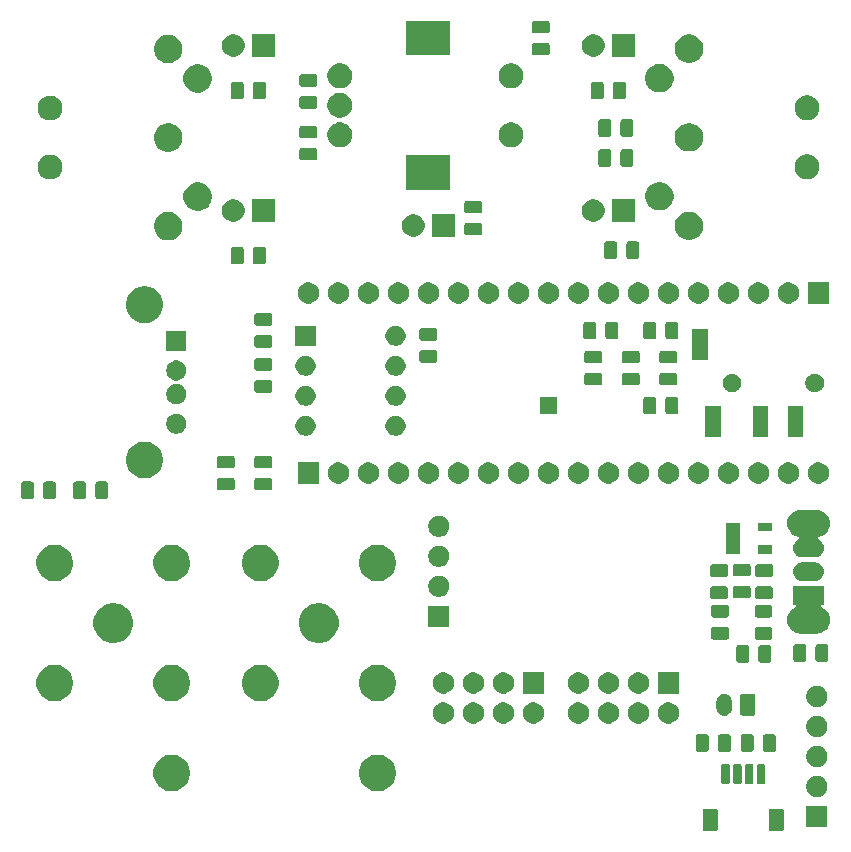
<source format=gbr>
G04 #@! TF.GenerationSoftware,KiCad,Pcbnew,(5.1.5)-3*
G04 #@! TF.CreationDate,2020-01-14T14:16:06+09:00*
G04 #@! TF.ProjectId,MOMI,4d4f4d49-2e6b-4696-9361-645f70636258,rev?*
G04 #@! TF.SameCoordinates,Original*
G04 #@! TF.FileFunction,Soldermask,Top*
G04 #@! TF.FilePolarity,Negative*
%FSLAX46Y46*%
G04 Gerber Fmt 4.6, Leading zero omitted, Abs format (unit mm)*
G04 Created by KiCad (PCBNEW (5.1.5)-3) date 2020-01-14 14:16:06*
%MOMM*%
%LPD*%
G04 APERTURE LIST*
%ADD10C,0.100000*%
G04 APERTURE END LIST*
D10*
G36*
X151881242Y-158598904D02*
G01*
X151918337Y-158610157D01*
X151952515Y-158628425D01*
X151982481Y-158653019D01*
X152007075Y-158682985D01*
X152025343Y-158717163D01*
X152036596Y-158754258D01*
X152041000Y-158798974D01*
X152041000Y-160292026D01*
X152036596Y-160336742D01*
X152025343Y-160373837D01*
X152007075Y-160408015D01*
X151982481Y-160437981D01*
X151952515Y-160462575D01*
X151918337Y-160480843D01*
X151881242Y-160492096D01*
X151836526Y-160496500D01*
X150943474Y-160496500D01*
X150898758Y-160492096D01*
X150861663Y-160480843D01*
X150827485Y-160462575D01*
X150797519Y-160437981D01*
X150772925Y-160408015D01*
X150754657Y-160373837D01*
X150743404Y-160336742D01*
X150739000Y-160292026D01*
X150739000Y-158798974D01*
X150743404Y-158754258D01*
X150754657Y-158717163D01*
X150772925Y-158682985D01*
X150797519Y-158653019D01*
X150827485Y-158628425D01*
X150861663Y-158610157D01*
X150898758Y-158598904D01*
X150943474Y-158594500D01*
X151836526Y-158594500D01*
X151881242Y-158598904D01*
G37*
G36*
X146281242Y-158598904D02*
G01*
X146318337Y-158610157D01*
X146352515Y-158628425D01*
X146382481Y-158653019D01*
X146407075Y-158682985D01*
X146425343Y-158717163D01*
X146436596Y-158754258D01*
X146441000Y-158798974D01*
X146441000Y-160292026D01*
X146436596Y-160336742D01*
X146425343Y-160373837D01*
X146407075Y-160408015D01*
X146382481Y-160437981D01*
X146352515Y-160462575D01*
X146318337Y-160480843D01*
X146281242Y-160492096D01*
X146236526Y-160496500D01*
X145343474Y-160496500D01*
X145298758Y-160492096D01*
X145261663Y-160480843D01*
X145227485Y-160462575D01*
X145197519Y-160437981D01*
X145172925Y-160408015D01*
X145154657Y-160373837D01*
X145143404Y-160336742D01*
X145139000Y-160292026D01*
X145139000Y-158798974D01*
X145143404Y-158754258D01*
X145154657Y-158717163D01*
X145172925Y-158682985D01*
X145197519Y-158653019D01*
X145227485Y-158628425D01*
X145261663Y-158610157D01*
X145298758Y-158598904D01*
X145343474Y-158594500D01*
X146236526Y-158594500D01*
X146281242Y-158598904D01*
G37*
G36*
X155714000Y-160159000D02*
G01*
X153912000Y-160159000D01*
X153912000Y-158357000D01*
X155714000Y-158357000D01*
X155714000Y-160159000D01*
G37*
G36*
X154926512Y-155821927D02*
G01*
X155075812Y-155851624D01*
X155239784Y-155919544D01*
X155387354Y-156018147D01*
X155512853Y-156143646D01*
X155611456Y-156291216D01*
X155679376Y-156455188D01*
X155714000Y-156629259D01*
X155714000Y-156806741D01*
X155679376Y-156980812D01*
X155611456Y-157144784D01*
X155512853Y-157292354D01*
X155387354Y-157417853D01*
X155239784Y-157516456D01*
X155075812Y-157584376D01*
X154926512Y-157614073D01*
X154901742Y-157619000D01*
X154724258Y-157619000D01*
X154699488Y-157614073D01*
X154550188Y-157584376D01*
X154386216Y-157516456D01*
X154238646Y-157417853D01*
X154113147Y-157292354D01*
X154014544Y-157144784D01*
X153946624Y-156980812D01*
X153912000Y-156806741D01*
X153912000Y-156629259D01*
X153946624Y-156455188D01*
X154014544Y-156291216D01*
X154113147Y-156143646D01*
X154238646Y-156018147D01*
X154386216Y-155919544D01*
X154550188Y-155851624D01*
X154699488Y-155821927D01*
X154724258Y-155817000D01*
X154901742Y-155817000D01*
X154926512Y-155821927D01*
G37*
G36*
X100507585Y-154053802D02*
G01*
X100657410Y-154083604D01*
X100939674Y-154200521D01*
X101193705Y-154370259D01*
X101409741Y-154586295D01*
X101579479Y-154840326D01*
X101696396Y-155122590D01*
X101756000Y-155422240D01*
X101756000Y-155727760D01*
X101696396Y-156027410D01*
X101579479Y-156309674D01*
X101409741Y-156563705D01*
X101193705Y-156779741D01*
X100939674Y-156949479D01*
X100657410Y-157066396D01*
X100507585Y-157096198D01*
X100357761Y-157126000D01*
X100052239Y-157126000D01*
X99902415Y-157096198D01*
X99752590Y-157066396D01*
X99470326Y-156949479D01*
X99216295Y-156779741D01*
X99000259Y-156563705D01*
X98830521Y-156309674D01*
X98713604Y-156027410D01*
X98654000Y-155727760D01*
X98654000Y-155422240D01*
X98713604Y-155122590D01*
X98830521Y-154840326D01*
X99000259Y-154586295D01*
X99216295Y-154370259D01*
X99470326Y-154200521D01*
X99752590Y-154083604D01*
X99902415Y-154053802D01*
X100052239Y-154024000D01*
X100357761Y-154024000D01*
X100507585Y-154053802D01*
G37*
G36*
X117906585Y-154053802D02*
G01*
X118056410Y-154083604D01*
X118338674Y-154200521D01*
X118592705Y-154370259D01*
X118808741Y-154586295D01*
X118978479Y-154840326D01*
X119095396Y-155122590D01*
X119155000Y-155422240D01*
X119155000Y-155727760D01*
X119095396Y-156027410D01*
X118978479Y-156309674D01*
X118808741Y-156563705D01*
X118592705Y-156779741D01*
X118338674Y-156949479D01*
X118056410Y-157066396D01*
X117906585Y-157096198D01*
X117756761Y-157126000D01*
X117451239Y-157126000D01*
X117301415Y-157096198D01*
X117151590Y-157066396D01*
X116869326Y-156949479D01*
X116615295Y-156779741D01*
X116399259Y-156563705D01*
X116229521Y-156309674D01*
X116112604Y-156027410D01*
X116053000Y-155727760D01*
X116053000Y-155422240D01*
X116112604Y-155122590D01*
X116229521Y-154840326D01*
X116399259Y-154586295D01*
X116615295Y-154370259D01*
X116869326Y-154200521D01*
X117151590Y-154083604D01*
X117301415Y-154053802D01*
X117451239Y-154024000D01*
X117756761Y-154024000D01*
X117906585Y-154053802D01*
G37*
G36*
X148349928Y-154847264D02*
G01*
X148371009Y-154853660D01*
X148390445Y-154864048D01*
X148407476Y-154878024D01*
X148421452Y-154895055D01*
X148431840Y-154914491D01*
X148438236Y-154935572D01*
X148441000Y-154963640D01*
X148441000Y-156377360D01*
X148438236Y-156405428D01*
X148431840Y-156426509D01*
X148421452Y-156445945D01*
X148407476Y-156462976D01*
X148390445Y-156476952D01*
X148371009Y-156487340D01*
X148349928Y-156493736D01*
X148321860Y-156496500D01*
X147858140Y-156496500D01*
X147830072Y-156493736D01*
X147808991Y-156487340D01*
X147789555Y-156476952D01*
X147772524Y-156462976D01*
X147758548Y-156445945D01*
X147748160Y-156426509D01*
X147741764Y-156405428D01*
X147739000Y-156377360D01*
X147739000Y-154963640D01*
X147741764Y-154935572D01*
X147748160Y-154914491D01*
X147758548Y-154895055D01*
X147772524Y-154878024D01*
X147789555Y-154864048D01*
X147808991Y-154853660D01*
X147830072Y-154847264D01*
X147858140Y-154844500D01*
X148321860Y-154844500D01*
X148349928Y-154847264D01*
G37*
G36*
X149349928Y-154847264D02*
G01*
X149371009Y-154853660D01*
X149390445Y-154864048D01*
X149407476Y-154878024D01*
X149421452Y-154895055D01*
X149431840Y-154914491D01*
X149438236Y-154935572D01*
X149441000Y-154963640D01*
X149441000Y-156377360D01*
X149438236Y-156405428D01*
X149431840Y-156426509D01*
X149421452Y-156445945D01*
X149407476Y-156462976D01*
X149390445Y-156476952D01*
X149371009Y-156487340D01*
X149349928Y-156493736D01*
X149321860Y-156496500D01*
X148858140Y-156496500D01*
X148830072Y-156493736D01*
X148808991Y-156487340D01*
X148789555Y-156476952D01*
X148772524Y-156462976D01*
X148758548Y-156445945D01*
X148748160Y-156426509D01*
X148741764Y-156405428D01*
X148739000Y-156377360D01*
X148739000Y-154963640D01*
X148741764Y-154935572D01*
X148748160Y-154914491D01*
X148758548Y-154895055D01*
X148772524Y-154878024D01*
X148789555Y-154864048D01*
X148808991Y-154853660D01*
X148830072Y-154847264D01*
X148858140Y-154844500D01*
X149321860Y-154844500D01*
X149349928Y-154847264D01*
G37*
G36*
X150349928Y-154847264D02*
G01*
X150371009Y-154853660D01*
X150390445Y-154864048D01*
X150407476Y-154878024D01*
X150421452Y-154895055D01*
X150431840Y-154914491D01*
X150438236Y-154935572D01*
X150441000Y-154963640D01*
X150441000Y-156377360D01*
X150438236Y-156405428D01*
X150431840Y-156426509D01*
X150421452Y-156445945D01*
X150407476Y-156462976D01*
X150390445Y-156476952D01*
X150371009Y-156487340D01*
X150349928Y-156493736D01*
X150321860Y-156496500D01*
X149858140Y-156496500D01*
X149830072Y-156493736D01*
X149808991Y-156487340D01*
X149789555Y-156476952D01*
X149772524Y-156462976D01*
X149758548Y-156445945D01*
X149748160Y-156426509D01*
X149741764Y-156405428D01*
X149739000Y-156377360D01*
X149739000Y-154963640D01*
X149741764Y-154935572D01*
X149748160Y-154914491D01*
X149758548Y-154895055D01*
X149772524Y-154878024D01*
X149789555Y-154864048D01*
X149808991Y-154853660D01*
X149830072Y-154847264D01*
X149858140Y-154844500D01*
X150321860Y-154844500D01*
X150349928Y-154847264D01*
G37*
G36*
X147349928Y-154847264D02*
G01*
X147371009Y-154853660D01*
X147390445Y-154864048D01*
X147407476Y-154878024D01*
X147421452Y-154895055D01*
X147431840Y-154914491D01*
X147438236Y-154935572D01*
X147441000Y-154963640D01*
X147441000Y-156377360D01*
X147438236Y-156405428D01*
X147431840Y-156426509D01*
X147421452Y-156445945D01*
X147407476Y-156462976D01*
X147390445Y-156476952D01*
X147371009Y-156487340D01*
X147349928Y-156493736D01*
X147321860Y-156496500D01*
X146858140Y-156496500D01*
X146830072Y-156493736D01*
X146808991Y-156487340D01*
X146789555Y-156476952D01*
X146772524Y-156462976D01*
X146758548Y-156445945D01*
X146748160Y-156426509D01*
X146741764Y-156405428D01*
X146739000Y-156377360D01*
X146739000Y-154963640D01*
X146741764Y-154935572D01*
X146748160Y-154914491D01*
X146758548Y-154895055D01*
X146772524Y-154878024D01*
X146789555Y-154864048D01*
X146808991Y-154853660D01*
X146830072Y-154847264D01*
X146858140Y-154844500D01*
X147321860Y-154844500D01*
X147349928Y-154847264D01*
G37*
G36*
X154926512Y-153281927D02*
G01*
X155075812Y-153311624D01*
X155239784Y-153379544D01*
X155387354Y-153478147D01*
X155512853Y-153603646D01*
X155611456Y-153751216D01*
X155679376Y-153915188D01*
X155714000Y-154089259D01*
X155714000Y-154266741D01*
X155679376Y-154440812D01*
X155611456Y-154604784D01*
X155512853Y-154752354D01*
X155387354Y-154877853D01*
X155239784Y-154976456D01*
X155075812Y-155044376D01*
X154926512Y-155074073D01*
X154901742Y-155079000D01*
X154724258Y-155079000D01*
X154699488Y-155074073D01*
X154550188Y-155044376D01*
X154386216Y-154976456D01*
X154238646Y-154877853D01*
X154113147Y-154752354D01*
X154014544Y-154604784D01*
X153946624Y-154440812D01*
X153912000Y-154266741D01*
X153912000Y-154089259D01*
X153946624Y-153915188D01*
X154014544Y-153751216D01*
X154113147Y-153603646D01*
X154238646Y-153478147D01*
X154386216Y-153379544D01*
X154550188Y-153311624D01*
X154699488Y-153281927D01*
X154724258Y-153277000D01*
X154901742Y-153277000D01*
X154926512Y-153281927D01*
G37*
G36*
X151169468Y-152288565D02*
G01*
X151208138Y-152300296D01*
X151243777Y-152319346D01*
X151275017Y-152344983D01*
X151300654Y-152376223D01*
X151319704Y-152411862D01*
X151331435Y-152450532D01*
X151336000Y-152496888D01*
X151336000Y-153573112D01*
X151331435Y-153619468D01*
X151319704Y-153658138D01*
X151300654Y-153693777D01*
X151275017Y-153725017D01*
X151243777Y-153750654D01*
X151208138Y-153769704D01*
X151169468Y-153781435D01*
X151123112Y-153786000D01*
X150471888Y-153786000D01*
X150425532Y-153781435D01*
X150386862Y-153769704D01*
X150351223Y-153750654D01*
X150319983Y-153725017D01*
X150294346Y-153693777D01*
X150275296Y-153658138D01*
X150263565Y-153619468D01*
X150259000Y-153573112D01*
X150259000Y-152496888D01*
X150263565Y-152450532D01*
X150275296Y-152411862D01*
X150294346Y-152376223D01*
X150319983Y-152344983D01*
X150351223Y-152319346D01*
X150386862Y-152300296D01*
X150425532Y-152288565D01*
X150471888Y-152284000D01*
X151123112Y-152284000D01*
X151169468Y-152288565D01*
G37*
G36*
X147359468Y-152288565D02*
G01*
X147398138Y-152300296D01*
X147433777Y-152319346D01*
X147465017Y-152344983D01*
X147490654Y-152376223D01*
X147509704Y-152411862D01*
X147521435Y-152450532D01*
X147526000Y-152496888D01*
X147526000Y-153573112D01*
X147521435Y-153619468D01*
X147509704Y-153658138D01*
X147490654Y-153693777D01*
X147465017Y-153725017D01*
X147433777Y-153750654D01*
X147398138Y-153769704D01*
X147359468Y-153781435D01*
X147313112Y-153786000D01*
X146661888Y-153786000D01*
X146615532Y-153781435D01*
X146576862Y-153769704D01*
X146541223Y-153750654D01*
X146509983Y-153725017D01*
X146484346Y-153693777D01*
X146465296Y-153658138D01*
X146453565Y-153619468D01*
X146449000Y-153573112D01*
X146449000Y-152496888D01*
X146453565Y-152450532D01*
X146465296Y-152411862D01*
X146484346Y-152376223D01*
X146509983Y-152344983D01*
X146541223Y-152319346D01*
X146576862Y-152300296D01*
X146615532Y-152288565D01*
X146661888Y-152284000D01*
X147313112Y-152284000D01*
X147359468Y-152288565D01*
G37*
G36*
X145484468Y-152288565D02*
G01*
X145523138Y-152300296D01*
X145558777Y-152319346D01*
X145590017Y-152344983D01*
X145615654Y-152376223D01*
X145634704Y-152411862D01*
X145646435Y-152450532D01*
X145651000Y-152496888D01*
X145651000Y-153573112D01*
X145646435Y-153619468D01*
X145634704Y-153658138D01*
X145615654Y-153693777D01*
X145590017Y-153725017D01*
X145558777Y-153750654D01*
X145523138Y-153769704D01*
X145484468Y-153781435D01*
X145438112Y-153786000D01*
X144786888Y-153786000D01*
X144740532Y-153781435D01*
X144701862Y-153769704D01*
X144666223Y-153750654D01*
X144634983Y-153725017D01*
X144609346Y-153693777D01*
X144590296Y-153658138D01*
X144578565Y-153619468D01*
X144574000Y-153573112D01*
X144574000Y-152496888D01*
X144578565Y-152450532D01*
X144590296Y-152411862D01*
X144609346Y-152376223D01*
X144634983Y-152344983D01*
X144666223Y-152319346D01*
X144701862Y-152300296D01*
X144740532Y-152288565D01*
X144786888Y-152284000D01*
X145438112Y-152284000D01*
X145484468Y-152288565D01*
G37*
G36*
X149294468Y-152288565D02*
G01*
X149333138Y-152300296D01*
X149368777Y-152319346D01*
X149400017Y-152344983D01*
X149425654Y-152376223D01*
X149444704Y-152411862D01*
X149456435Y-152450532D01*
X149461000Y-152496888D01*
X149461000Y-153573112D01*
X149456435Y-153619468D01*
X149444704Y-153658138D01*
X149425654Y-153693777D01*
X149400017Y-153725017D01*
X149368777Y-153750654D01*
X149333138Y-153769704D01*
X149294468Y-153781435D01*
X149248112Y-153786000D01*
X148596888Y-153786000D01*
X148550532Y-153781435D01*
X148511862Y-153769704D01*
X148476223Y-153750654D01*
X148444983Y-153725017D01*
X148419346Y-153693777D01*
X148400296Y-153658138D01*
X148388565Y-153619468D01*
X148384000Y-153573112D01*
X148384000Y-152496888D01*
X148388565Y-152450532D01*
X148400296Y-152411862D01*
X148419346Y-152376223D01*
X148444983Y-152344983D01*
X148476223Y-152319346D01*
X148511862Y-152300296D01*
X148550532Y-152288565D01*
X148596888Y-152284000D01*
X149248112Y-152284000D01*
X149294468Y-152288565D01*
G37*
G36*
X154926512Y-150741927D02*
G01*
X155075812Y-150771624D01*
X155239784Y-150839544D01*
X155387354Y-150938147D01*
X155512853Y-151063646D01*
X155611456Y-151211216D01*
X155679376Y-151375188D01*
X155714000Y-151549259D01*
X155714000Y-151726741D01*
X155679376Y-151900812D01*
X155611456Y-152064784D01*
X155512853Y-152212354D01*
X155387354Y-152337853D01*
X155239784Y-152436456D01*
X155075812Y-152504376D01*
X154926512Y-152534073D01*
X154901742Y-152539000D01*
X154724258Y-152539000D01*
X154699488Y-152534073D01*
X154550188Y-152504376D01*
X154386216Y-152436456D01*
X154238646Y-152337853D01*
X154113147Y-152212354D01*
X154014544Y-152064784D01*
X153946624Y-151900812D01*
X153912000Y-151726741D01*
X153912000Y-151549259D01*
X153946624Y-151375188D01*
X154014544Y-151211216D01*
X154113147Y-151063646D01*
X154238646Y-150938147D01*
X154386216Y-150839544D01*
X154550188Y-150771624D01*
X154699488Y-150741927D01*
X154724258Y-150737000D01*
X154901742Y-150737000D01*
X154926512Y-150741927D01*
G37*
G36*
X142353512Y-149598927D02*
G01*
X142502812Y-149628624D01*
X142666784Y-149696544D01*
X142814354Y-149795147D01*
X142939853Y-149920646D01*
X143038456Y-150068216D01*
X143106376Y-150232188D01*
X143141000Y-150406259D01*
X143141000Y-150583741D01*
X143106376Y-150757812D01*
X143038456Y-150921784D01*
X142939853Y-151069354D01*
X142814354Y-151194853D01*
X142666784Y-151293456D01*
X142502812Y-151361376D01*
X142353512Y-151391073D01*
X142328742Y-151396000D01*
X142151258Y-151396000D01*
X142126488Y-151391073D01*
X141977188Y-151361376D01*
X141813216Y-151293456D01*
X141665646Y-151194853D01*
X141540147Y-151069354D01*
X141441544Y-150921784D01*
X141373624Y-150757812D01*
X141339000Y-150583741D01*
X141339000Y-150406259D01*
X141373624Y-150232188D01*
X141441544Y-150068216D01*
X141540147Y-149920646D01*
X141665646Y-149795147D01*
X141813216Y-149696544D01*
X141977188Y-149628624D01*
X142126488Y-149598927D01*
X142151258Y-149594000D01*
X142328742Y-149594000D01*
X142353512Y-149598927D01*
G37*
G36*
X130923512Y-149598927D02*
G01*
X131072812Y-149628624D01*
X131236784Y-149696544D01*
X131384354Y-149795147D01*
X131509853Y-149920646D01*
X131608456Y-150068216D01*
X131676376Y-150232188D01*
X131711000Y-150406259D01*
X131711000Y-150583741D01*
X131676376Y-150757812D01*
X131608456Y-150921784D01*
X131509853Y-151069354D01*
X131384354Y-151194853D01*
X131236784Y-151293456D01*
X131072812Y-151361376D01*
X130923512Y-151391073D01*
X130898742Y-151396000D01*
X130721258Y-151396000D01*
X130696488Y-151391073D01*
X130547188Y-151361376D01*
X130383216Y-151293456D01*
X130235646Y-151194853D01*
X130110147Y-151069354D01*
X130011544Y-150921784D01*
X129943624Y-150757812D01*
X129909000Y-150583741D01*
X129909000Y-150406259D01*
X129943624Y-150232188D01*
X130011544Y-150068216D01*
X130110147Y-149920646D01*
X130235646Y-149795147D01*
X130383216Y-149696544D01*
X130547188Y-149628624D01*
X130696488Y-149598927D01*
X130721258Y-149594000D01*
X130898742Y-149594000D01*
X130923512Y-149598927D01*
G37*
G36*
X128383512Y-149598927D02*
G01*
X128532812Y-149628624D01*
X128696784Y-149696544D01*
X128844354Y-149795147D01*
X128969853Y-149920646D01*
X129068456Y-150068216D01*
X129136376Y-150232188D01*
X129171000Y-150406259D01*
X129171000Y-150583741D01*
X129136376Y-150757812D01*
X129068456Y-150921784D01*
X128969853Y-151069354D01*
X128844354Y-151194853D01*
X128696784Y-151293456D01*
X128532812Y-151361376D01*
X128383512Y-151391073D01*
X128358742Y-151396000D01*
X128181258Y-151396000D01*
X128156488Y-151391073D01*
X128007188Y-151361376D01*
X127843216Y-151293456D01*
X127695646Y-151194853D01*
X127570147Y-151069354D01*
X127471544Y-150921784D01*
X127403624Y-150757812D01*
X127369000Y-150583741D01*
X127369000Y-150406259D01*
X127403624Y-150232188D01*
X127471544Y-150068216D01*
X127570147Y-149920646D01*
X127695646Y-149795147D01*
X127843216Y-149696544D01*
X128007188Y-149628624D01*
X128156488Y-149598927D01*
X128181258Y-149594000D01*
X128358742Y-149594000D01*
X128383512Y-149598927D01*
G37*
G36*
X134733512Y-149598927D02*
G01*
X134882812Y-149628624D01*
X135046784Y-149696544D01*
X135194354Y-149795147D01*
X135319853Y-149920646D01*
X135418456Y-150068216D01*
X135486376Y-150232188D01*
X135521000Y-150406259D01*
X135521000Y-150583741D01*
X135486376Y-150757812D01*
X135418456Y-150921784D01*
X135319853Y-151069354D01*
X135194354Y-151194853D01*
X135046784Y-151293456D01*
X134882812Y-151361376D01*
X134733512Y-151391073D01*
X134708742Y-151396000D01*
X134531258Y-151396000D01*
X134506488Y-151391073D01*
X134357188Y-151361376D01*
X134193216Y-151293456D01*
X134045646Y-151194853D01*
X133920147Y-151069354D01*
X133821544Y-150921784D01*
X133753624Y-150757812D01*
X133719000Y-150583741D01*
X133719000Y-150406259D01*
X133753624Y-150232188D01*
X133821544Y-150068216D01*
X133920147Y-149920646D01*
X134045646Y-149795147D01*
X134193216Y-149696544D01*
X134357188Y-149628624D01*
X134506488Y-149598927D01*
X134531258Y-149594000D01*
X134708742Y-149594000D01*
X134733512Y-149598927D01*
G37*
G36*
X137273512Y-149598927D02*
G01*
X137422812Y-149628624D01*
X137586784Y-149696544D01*
X137734354Y-149795147D01*
X137859853Y-149920646D01*
X137958456Y-150068216D01*
X138026376Y-150232188D01*
X138061000Y-150406259D01*
X138061000Y-150583741D01*
X138026376Y-150757812D01*
X137958456Y-150921784D01*
X137859853Y-151069354D01*
X137734354Y-151194853D01*
X137586784Y-151293456D01*
X137422812Y-151361376D01*
X137273512Y-151391073D01*
X137248742Y-151396000D01*
X137071258Y-151396000D01*
X137046488Y-151391073D01*
X136897188Y-151361376D01*
X136733216Y-151293456D01*
X136585646Y-151194853D01*
X136460147Y-151069354D01*
X136361544Y-150921784D01*
X136293624Y-150757812D01*
X136259000Y-150583741D01*
X136259000Y-150406259D01*
X136293624Y-150232188D01*
X136361544Y-150068216D01*
X136460147Y-149920646D01*
X136585646Y-149795147D01*
X136733216Y-149696544D01*
X136897188Y-149628624D01*
X137046488Y-149598927D01*
X137071258Y-149594000D01*
X137248742Y-149594000D01*
X137273512Y-149598927D01*
G37*
G36*
X139813512Y-149598927D02*
G01*
X139962812Y-149628624D01*
X140126784Y-149696544D01*
X140274354Y-149795147D01*
X140399853Y-149920646D01*
X140498456Y-150068216D01*
X140566376Y-150232188D01*
X140601000Y-150406259D01*
X140601000Y-150583741D01*
X140566376Y-150757812D01*
X140498456Y-150921784D01*
X140399853Y-151069354D01*
X140274354Y-151194853D01*
X140126784Y-151293456D01*
X139962812Y-151361376D01*
X139813512Y-151391073D01*
X139788742Y-151396000D01*
X139611258Y-151396000D01*
X139586488Y-151391073D01*
X139437188Y-151361376D01*
X139273216Y-151293456D01*
X139125646Y-151194853D01*
X139000147Y-151069354D01*
X138901544Y-150921784D01*
X138833624Y-150757812D01*
X138799000Y-150583741D01*
X138799000Y-150406259D01*
X138833624Y-150232188D01*
X138901544Y-150068216D01*
X139000147Y-149920646D01*
X139125646Y-149795147D01*
X139273216Y-149696544D01*
X139437188Y-149628624D01*
X139586488Y-149598927D01*
X139611258Y-149594000D01*
X139788742Y-149594000D01*
X139813512Y-149598927D01*
G37*
G36*
X123303512Y-149598927D02*
G01*
X123452812Y-149628624D01*
X123616784Y-149696544D01*
X123764354Y-149795147D01*
X123889853Y-149920646D01*
X123988456Y-150068216D01*
X124056376Y-150232188D01*
X124091000Y-150406259D01*
X124091000Y-150583741D01*
X124056376Y-150757812D01*
X123988456Y-150921784D01*
X123889853Y-151069354D01*
X123764354Y-151194853D01*
X123616784Y-151293456D01*
X123452812Y-151361376D01*
X123303512Y-151391073D01*
X123278742Y-151396000D01*
X123101258Y-151396000D01*
X123076488Y-151391073D01*
X122927188Y-151361376D01*
X122763216Y-151293456D01*
X122615646Y-151194853D01*
X122490147Y-151069354D01*
X122391544Y-150921784D01*
X122323624Y-150757812D01*
X122289000Y-150583741D01*
X122289000Y-150406259D01*
X122323624Y-150232188D01*
X122391544Y-150068216D01*
X122490147Y-149920646D01*
X122615646Y-149795147D01*
X122763216Y-149696544D01*
X122927188Y-149628624D01*
X123076488Y-149598927D01*
X123101258Y-149594000D01*
X123278742Y-149594000D01*
X123303512Y-149598927D01*
G37*
G36*
X125843512Y-149598927D02*
G01*
X125992812Y-149628624D01*
X126156784Y-149696544D01*
X126304354Y-149795147D01*
X126429853Y-149920646D01*
X126528456Y-150068216D01*
X126596376Y-150232188D01*
X126631000Y-150406259D01*
X126631000Y-150583741D01*
X126596376Y-150757812D01*
X126528456Y-150921784D01*
X126429853Y-151069354D01*
X126304354Y-151194853D01*
X126156784Y-151293456D01*
X125992812Y-151361376D01*
X125843512Y-151391073D01*
X125818742Y-151396000D01*
X125641258Y-151396000D01*
X125616488Y-151391073D01*
X125467188Y-151361376D01*
X125303216Y-151293456D01*
X125155646Y-151194853D01*
X125030147Y-151069354D01*
X124931544Y-150921784D01*
X124863624Y-150757812D01*
X124829000Y-150583741D01*
X124829000Y-150406259D01*
X124863624Y-150232188D01*
X124931544Y-150068216D01*
X125030147Y-149920646D01*
X125155646Y-149795147D01*
X125303216Y-149696544D01*
X125467188Y-149628624D01*
X125616488Y-149598927D01*
X125641258Y-149594000D01*
X125818742Y-149594000D01*
X125843512Y-149598927D01*
G37*
G36*
X147098618Y-148879920D02*
G01*
X147179400Y-148904425D01*
X147221336Y-148917146D01*
X147334425Y-148977594D01*
X147433554Y-149058946D01*
X147514906Y-149158075D01*
X147575354Y-149271164D01*
X147575355Y-149271168D01*
X147612580Y-149393882D01*
X147622000Y-149489527D01*
X147622000Y-150103473D01*
X147612580Y-150199118D01*
X147602548Y-150232188D01*
X147575354Y-150321836D01*
X147514906Y-150434925D01*
X147433554Y-150534053D01*
X147334424Y-150615406D01*
X147221335Y-150675854D01*
X147189403Y-150685540D01*
X147098617Y-150713080D01*
X146971000Y-150725649D01*
X146843382Y-150713080D01*
X146752596Y-150685540D01*
X146720664Y-150675854D01*
X146607575Y-150615406D01*
X146508447Y-150534054D01*
X146427094Y-150434924D01*
X146366646Y-150321835D01*
X146356960Y-150289903D01*
X146329420Y-150199117D01*
X146320000Y-150103472D01*
X146320000Y-149489527D01*
X146329420Y-149393882D01*
X146366645Y-149271168D01*
X146366645Y-149271167D01*
X146426205Y-149159740D01*
X146427095Y-149158074D01*
X146440493Y-149141749D01*
X146508447Y-149058946D01*
X146607576Y-148977594D01*
X146720665Y-148917146D01*
X146762601Y-148904425D01*
X146843383Y-148879920D01*
X146971000Y-148867351D01*
X147098618Y-148879920D01*
G37*
G36*
X149462242Y-148874904D02*
G01*
X149499337Y-148886157D01*
X149533515Y-148904425D01*
X149563481Y-148929019D01*
X149588075Y-148958985D01*
X149606343Y-148993163D01*
X149617596Y-149030258D01*
X149622000Y-149074974D01*
X149622000Y-150518026D01*
X149617596Y-150562742D01*
X149606343Y-150599837D01*
X149588075Y-150634015D01*
X149563481Y-150663981D01*
X149533515Y-150688575D01*
X149499337Y-150706843D01*
X149462242Y-150718096D01*
X149417526Y-150722500D01*
X148524474Y-150722500D01*
X148479758Y-150718096D01*
X148442663Y-150706843D01*
X148408485Y-150688575D01*
X148378519Y-150663981D01*
X148353925Y-150634015D01*
X148335657Y-150599837D01*
X148324404Y-150562742D01*
X148320000Y-150518026D01*
X148320000Y-149074974D01*
X148324404Y-149030258D01*
X148335657Y-148993163D01*
X148353925Y-148958985D01*
X148378519Y-148929019D01*
X148408485Y-148904425D01*
X148442663Y-148886157D01*
X148479758Y-148874904D01*
X148524474Y-148870500D01*
X149417526Y-148870500D01*
X149462242Y-148874904D01*
G37*
G36*
X154926512Y-148201927D02*
G01*
X155075812Y-148231624D01*
X155239784Y-148299544D01*
X155387354Y-148398147D01*
X155512853Y-148523646D01*
X155611456Y-148671216D01*
X155679376Y-148835188D01*
X155714000Y-149009259D01*
X155714000Y-149186741D01*
X155679376Y-149360812D01*
X155611456Y-149524784D01*
X155512853Y-149672354D01*
X155387354Y-149797853D01*
X155239784Y-149896456D01*
X155075812Y-149964376D01*
X154926512Y-149994073D01*
X154901742Y-149999000D01*
X154724258Y-149999000D01*
X154699488Y-149994073D01*
X154550188Y-149964376D01*
X154386216Y-149896456D01*
X154238646Y-149797853D01*
X154113147Y-149672354D01*
X154014544Y-149524784D01*
X153946624Y-149360812D01*
X153912000Y-149186741D01*
X153912000Y-149009259D01*
X153946624Y-148835188D01*
X154014544Y-148671216D01*
X154113147Y-148523646D01*
X154238646Y-148398147D01*
X154386216Y-148299544D01*
X154550188Y-148231624D01*
X154699488Y-148201927D01*
X154724258Y-148197000D01*
X154901742Y-148197000D01*
X154926512Y-148201927D01*
G37*
G36*
X90597585Y-146433802D02*
G01*
X90747410Y-146463604D01*
X91029674Y-146580521D01*
X91283705Y-146750259D01*
X91499741Y-146966295D01*
X91669479Y-147220326D01*
X91786396Y-147502590D01*
X91846000Y-147802240D01*
X91846000Y-148107760D01*
X91786396Y-148407410D01*
X91669479Y-148689674D01*
X91499741Y-148943705D01*
X91283705Y-149159741D01*
X91029674Y-149329479D01*
X90747410Y-149446396D01*
X90597585Y-149476198D01*
X90447761Y-149506000D01*
X90142239Y-149506000D01*
X89992415Y-149476198D01*
X89842590Y-149446396D01*
X89560326Y-149329479D01*
X89306295Y-149159741D01*
X89090259Y-148943705D01*
X88920521Y-148689674D01*
X88803604Y-148407410D01*
X88744000Y-148107760D01*
X88744000Y-147802240D01*
X88803604Y-147502590D01*
X88920521Y-147220326D01*
X89090259Y-146966295D01*
X89306295Y-146750259D01*
X89560326Y-146580521D01*
X89842590Y-146463604D01*
X89992415Y-146433802D01*
X90142239Y-146404000D01*
X90447761Y-146404000D01*
X90597585Y-146433802D01*
G37*
G36*
X107996585Y-146433802D02*
G01*
X108146410Y-146463604D01*
X108428674Y-146580521D01*
X108682705Y-146750259D01*
X108898741Y-146966295D01*
X109068479Y-147220326D01*
X109185396Y-147502590D01*
X109245000Y-147802240D01*
X109245000Y-148107760D01*
X109185396Y-148407410D01*
X109068479Y-148689674D01*
X108898741Y-148943705D01*
X108682705Y-149159741D01*
X108428674Y-149329479D01*
X108146410Y-149446396D01*
X107996585Y-149476198D01*
X107846761Y-149506000D01*
X107541239Y-149506000D01*
X107391415Y-149476198D01*
X107241590Y-149446396D01*
X106959326Y-149329479D01*
X106705295Y-149159741D01*
X106489259Y-148943705D01*
X106319521Y-148689674D01*
X106202604Y-148407410D01*
X106143000Y-148107760D01*
X106143000Y-147802240D01*
X106202604Y-147502590D01*
X106319521Y-147220326D01*
X106489259Y-146966295D01*
X106705295Y-146750259D01*
X106959326Y-146580521D01*
X107241590Y-146463604D01*
X107391415Y-146433802D01*
X107541239Y-146404000D01*
X107846761Y-146404000D01*
X107996585Y-146433802D01*
G37*
G36*
X117906585Y-146433802D02*
G01*
X118056410Y-146463604D01*
X118338674Y-146580521D01*
X118592705Y-146750259D01*
X118808741Y-146966295D01*
X118978479Y-147220326D01*
X119095396Y-147502590D01*
X119155000Y-147802240D01*
X119155000Y-148107760D01*
X119095396Y-148407410D01*
X118978479Y-148689674D01*
X118808741Y-148943705D01*
X118592705Y-149159741D01*
X118338674Y-149329479D01*
X118056410Y-149446396D01*
X117906585Y-149476198D01*
X117756761Y-149506000D01*
X117451239Y-149506000D01*
X117301415Y-149476198D01*
X117151590Y-149446396D01*
X116869326Y-149329479D01*
X116615295Y-149159741D01*
X116399259Y-148943705D01*
X116229521Y-148689674D01*
X116112604Y-148407410D01*
X116053000Y-148107760D01*
X116053000Y-147802240D01*
X116112604Y-147502590D01*
X116229521Y-147220326D01*
X116399259Y-146966295D01*
X116615295Y-146750259D01*
X116869326Y-146580521D01*
X117151590Y-146463604D01*
X117301415Y-146433802D01*
X117451239Y-146404000D01*
X117756761Y-146404000D01*
X117906585Y-146433802D01*
G37*
G36*
X100507585Y-146433802D02*
G01*
X100657410Y-146463604D01*
X100939674Y-146580521D01*
X101193705Y-146750259D01*
X101409741Y-146966295D01*
X101579479Y-147220326D01*
X101696396Y-147502590D01*
X101756000Y-147802240D01*
X101756000Y-148107760D01*
X101696396Y-148407410D01*
X101579479Y-148689674D01*
X101409741Y-148943705D01*
X101193705Y-149159741D01*
X100939674Y-149329479D01*
X100657410Y-149446396D01*
X100507585Y-149476198D01*
X100357761Y-149506000D01*
X100052239Y-149506000D01*
X99902415Y-149476198D01*
X99752590Y-149446396D01*
X99470326Y-149329479D01*
X99216295Y-149159741D01*
X99000259Y-148943705D01*
X98830521Y-148689674D01*
X98713604Y-148407410D01*
X98654000Y-148107760D01*
X98654000Y-147802240D01*
X98713604Y-147502590D01*
X98830521Y-147220326D01*
X99000259Y-146966295D01*
X99216295Y-146750259D01*
X99470326Y-146580521D01*
X99752590Y-146463604D01*
X99902415Y-146433802D01*
X100052239Y-146404000D01*
X100357761Y-146404000D01*
X100507585Y-146433802D01*
G37*
G36*
X128383512Y-147058927D02*
G01*
X128532812Y-147088624D01*
X128696784Y-147156544D01*
X128844354Y-147255147D01*
X128969853Y-147380646D01*
X129068456Y-147528216D01*
X129136376Y-147692188D01*
X129171000Y-147866259D01*
X129171000Y-148043741D01*
X129136376Y-148217812D01*
X129068456Y-148381784D01*
X128969853Y-148529354D01*
X128844354Y-148654853D01*
X128696784Y-148753456D01*
X128532812Y-148821376D01*
X128383512Y-148851073D01*
X128358742Y-148856000D01*
X128181258Y-148856000D01*
X128156488Y-148851073D01*
X128007188Y-148821376D01*
X127843216Y-148753456D01*
X127695646Y-148654853D01*
X127570147Y-148529354D01*
X127471544Y-148381784D01*
X127403624Y-148217812D01*
X127369000Y-148043741D01*
X127369000Y-147866259D01*
X127403624Y-147692188D01*
X127471544Y-147528216D01*
X127570147Y-147380646D01*
X127695646Y-147255147D01*
X127843216Y-147156544D01*
X128007188Y-147088624D01*
X128156488Y-147058927D01*
X128181258Y-147054000D01*
X128358742Y-147054000D01*
X128383512Y-147058927D01*
G37*
G36*
X143141000Y-148856000D02*
G01*
X141339000Y-148856000D01*
X141339000Y-147054000D01*
X143141000Y-147054000D01*
X143141000Y-148856000D01*
G37*
G36*
X139813512Y-147058927D02*
G01*
X139962812Y-147088624D01*
X140126784Y-147156544D01*
X140274354Y-147255147D01*
X140399853Y-147380646D01*
X140498456Y-147528216D01*
X140566376Y-147692188D01*
X140601000Y-147866259D01*
X140601000Y-148043741D01*
X140566376Y-148217812D01*
X140498456Y-148381784D01*
X140399853Y-148529354D01*
X140274354Y-148654853D01*
X140126784Y-148753456D01*
X139962812Y-148821376D01*
X139813512Y-148851073D01*
X139788742Y-148856000D01*
X139611258Y-148856000D01*
X139586488Y-148851073D01*
X139437188Y-148821376D01*
X139273216Y-148753456D01*
X139125646Y-148654853D01*
X139000147Y-148529354D01*
X138901544Y-148381784D01*
X138833624Y-148217812D01*
X138799000Y-148043741D01*
X138799000Y-147866259D01*
X138833624Y-147692188D01*
X138901544Y-147528216D01*
X139000147Y-147380646D01*
X139125646Y-147255147D01*
X139273216Y-147156544D01*
X139437188Y-147088624D01*
X139586488Y-147058927D01*
X139611258Y-147054000D01*
X139788742Y-147054000D01*
X139813512Y-147058927D01*
G37*
G36*
X137273512Y-147058927D02*
G01*
X137422812Y-147088624D01*
X137586784Y-147156544D01*
X137734354Y-147255147D01*
X137859853Y-147380646D01*
X137958456Y-147528216D01*
X138026376Y-147692188D01*
X138061000Y-147866259D01*
X138061000Y-148043741D01*
X138026376Y-148217812D01*
X137958456Y-148381784D01*
X137859853Y-148529354D01*
X137734354Y-148654853D01*
X137586784Y-148753456D01*
X137422812Y-148821376D01*
X137273512Y-148851073D01*
X137248742Y-148856000D01*
X137071258Y-148856000D01*
X137046488Y-148851073D01*
X136897188Y-148821376D01*
X136733216Y-148753456D01*
X136585646Y-148654853D01*
X136460147Y-148529354D01*
X136361544Y-148381784D01*
X136293624Y-148217812D01*
X136259000Y-148043741D01*
X136259000Y-147866259D01*
X136293624Y-147692188D01*
X136361544Y-147528216D01*
X136460147Y-147380646D01*
X136585646Y-147255147D01*
X136733216Y-147156544D01*
X136897188Y-147088624D01*
X137046488Y-147058927D01*
X137071258Y-147054000D01*
X137248742Y-147054000D01*
X137273512Y-147058927D01*
G37*
G36*
X134733512Y-147058927D02*
G01*
X134882812Y-147088624D01*
X135046784Y-147156544D01*
X135194354Y-147255147D01*
X135319853Y-147380646D01*
X135418456Y-147528216D01*
X135486376Y-147692188D01*
X135521000Y-147866259D01*
X135521000Y-148043741D01*
X135486376Y-148217812D01*
X135418456Y-148381784D01*
X135319853Y-148529354D01*
X135194354Y-148654853D01*
X135046784Y-148753456D01*
X134882812Y-148821376D01*
X134733512Y-148851073D01*
X134708742Y-148856000D01*
X134531258Y-148856000D01*
X134506488Y-148851073D01*
X134357188Y-148821376D01*
X134193216Y-148753456D01*
X134045646Y-148654853D01*
X133920147Y-148529354D01*
X133821544Y-148381784D01*
X133753624Y-148217812D01*
X133719000Y-148043741D01*
X133719000Y-147866259D01*
X133753624Y-147692188D01*
X133821544Y-147528216D01*
X133920147Y-147380646D01*
X134045646Y-147255147D01*
X134193216Y-147156544D01*
X134357188Y-147088624D01*
X134506488Y-147058927D01*
X134531258Y-147054000D01*
X134708742Y-147054000D01*
X134733512Y-147058927D01*
G37*
G36*
X131711000Y-148856000D02*
G01*
X129909000Y-148856000D01*
X129909000Y-147054000D01*
X131711000Y-147054000D01*
X131711000Y-148856000D01*
G37*
G36*
X125843512Y-147058927D02*
G01*
X125992812Y-147088624D01*
X126156784Y-147156544D01*
X126304354Y-147255147D01*
X126429853Y-147380646D01*
X126528456Y-147528216D01*
X126596376Y-147692188D01*
X126631000Y-147866259D01*
X126631000Y-148043741D01*
X126596376Y-148217812D01*
X126528456Y-148381784D01*
X126429853Y-148529354D01*
X126304354Y-148654853D01*
X126156784Y-148753456D01*
X125992812Y-148821376D01*
X125843512Y-148851073D01*
X125818742Y-148856000D01*
X125641258Y-148856000D01*
X125616488Y-148851073D01*
X125467188Y-148821376D01*
X125303216Y-148753456D01*
X125155646Y-148654853D01*
X125030147Y-148529354D01*
X124931544Y-148381784D01*
X124863624Y-148217812D01*
X124829000Y-148043741D01*
X124829000Y-147866259D01*
X124863624Y-147692188D01*
X124931544Y-147528216D01*
X125030147Y-147380646D01*
X125155646Y-147255147D01*
X125303216Y-147156544D01*
X125467188Y-147088624D01*
X125616488Y-147058927D01*
X125641258Y-147054000D01*
X125818742Y-147054000D01*
X125843512Y-147058927D01*
G37*
G36*
X123303512Y-147058927D02*
G01*
X123452812Y-147088624D01*
X123616784Y-147156544D01*
X123764354Y-147255147D01*
X123889853Y-147380646D01*
X123988456Y-147528216D01*
X124056376Y-147692188D01*
X124091000Y-147866259D01*
X124091000Y-148043741D01*
X124056376Y-148217812D01*
X123988456Y-148381784D01*
X123889853Y-148529354D01*
X123764354Y-148654853D01*
X123616784Y-148753456D01*
X123452812Y-148821376D01*
X123303512Y-148851073D01*
X123278742Y-148856000D01*
X123101258Y-148856000D01*
X123076488Y-148851073D01*
X122927188Y-148821376D01*
X122763216Y-148753456D01*
X122615646Y-148654853D01*
X122490147Y-148529354D01*
X122391544Y-148381784D01*
X122323624Y-148217812D01*
X122289000Y-148043741D01*
X122289000Y-147866259D01*
X122323624Y-147692188D01*
X122391544Y-147528216D01*
X122490147Y-147380646D01*
X122615646Y-147255147D01*
X122763216Y-147156544D01*
X122927188Y-147088624D01*
X123076488Y-147058927D01*
X123101258Y-147054000D01*
X123278742Y-147054000D01*
X123303512Y-147058927D01*
G37*
G36*
X150788468Y-144732065D02*
G01*
X150827138Y-144743796D01*
X150862777Y-144762846D01*
X150894017Y-144788483D01*
X150919654Y-144819723D01*
X150938704Y-144855362D01*
X150950435Y-144894032D01*
X150955000Y-144940388D01*
X150955000Y-146016612D01*
X150950435Y-146062968D01*
X150938704Y-146101638D01*
X150919654Y-146137277D01*
X150894017Y-146168517D01*
X150862777Y-146194154D01*
X150827138Y-146213204D01*
X150788468Y-146224935D01*
X150742112Y-146229500D01*
X150090888Y-146229500D01*
X150044532Y-146224935D01*
X150005862Y-146213204D01*
X149970223Y-146194154D01*
X149938983Y-146168517D01*
X149913346Y-146137277D01*
X149894296Y-146101638D01*
X149882565Y-146062968D01*
X149878000Y-146016612D01*
X149878000Y-144940388D01*
X149882565Y-144894032D01*
X149894296Y-144855362D01*
X149913346Y-144819723D01*
X149938983Y-144788483D01*
X149970223Y-144762846D01*
X150005862Y-144743796D01*
X150044532Y-144732065D01*
X150090888Y-144727500D01*
X150742112Y-144727500D01*
X150788468Y-144732065D01*
G37*
G36*
X148913468Y-144732065D02*
G01*
X148952138Y-144743796D01*
X148987777Y-144762846D01*
X149019017Y-144788483D01*
X149044654Y-144819723D01*
X149063704Y-144855362D01*
X149075435Y-144894032D01*
X149080000Y-144940388D01*
X149080000Y-146016612D01*
X149075435Y-146062968D01*
X149063704Y-146101638D01*
X149044654Y-146137277D01*
X149019017Y-146168517D01*
X148987777Y-146194154D01*
X148952138Y-146213204D01*
X148913468Y-146224935D01*
X148867112Y-146229500D01*
X148215888Y-146229500D01*
X148169532Y-146224935D01*
X148130862Y-146213204D01*
X148095223Y-146194154D01*
X148063983Y-146168517D01*
X148038346Y-146137277D01*
X148019296Y-146101638D01*
X148007565Y-146062968D01*
X148003000Y-146016612D01*
X148003000Y-144940388D01*
X148007565Y-144894032D01*
X148019296Y-144855362D01*
X148038346Y-144819723D01*
X148063983Y-144788483D01*
X148095223Y-144762846D01*
X148130862Y-144743796D01*
X148169532Y-144732065D01*
X148215888Y-144727500D01*
X148867112Y-144727500D01*
X148913468Y-144732065D01*
G37*
G36*
X153739468Y-144668565D02*
G01*
X153778138Y-144680296D01*
X153813777Y-144699346D01*
X153845017Y-144724983D01*
X153870654Y-144756223D01*
X153889704Y-144791862D01*
X153901435Y-144830532D01*
X153906000Y-144876888D01*
X153906000Y-145953112D01*
X153901435Y-145999468D01*
X153889704Y-146038138D01*
X153870654Y-146073777D01*
X153845017Y-146105017D01*
X153813777Y-146130654D01*
X153778138Y-146149704D01*
X153739468Y-146161435D01*
X153693112Y-146166000D01*
X153041888Y-146166000D01*
X152995532Y-146161435D01*
X152956862Y-146149704D01*
X152921223Y-146130654D01*
X152889983Y-146105017D01*
X152864346Y-146073777D01*
X152845296Y-146038138D01*
X152833565Y-145999468D01*
X152829000Y-145953112D01*
X152829000Y-144876888D01*
X152833565Y-144830532D01*
X152845296Y-144791862D01*
X152864346Y-144756223D01*
X152889983Y-144724983D01*
X152921223Y-144699346D01*
X152956862Y-144680296D01*
X152995532Y-144668565D01*
X153041888Y-144664000D01*
X153693112Y-144664000D01*
X153739468Y-144668565D01*
G37*
G36*
X155614468Y-144668565D02*
G01*
X155653138Y-144680296D01*
X155688777Y-144699346D01*
X155720017Y-144724983D01*
X155745654Y-144756223D01*
X155764704Y-144791862D01*
X155776435Y-144830532D01*
X155781000Y-144876888D01*
X155781000Y-145953112D01*
X155776435Y-145999468D01*
X155764704Y-146038138D01*
X155745654Y-146073777D01*
X155720017Y-146105017D01*
X155688777Y-146130654D01*
X155653138Y-146149704D01*
X155614468Y-146161435D01*
X155568112Y-146166000D01*
X154916888Y-146166000D01*
X154870532Y-146161435D01*
X154831862Y-146149704D01*
X154796223Y-146130654D01*
X154764983Y-146105017D01*
X154739346Y-146073777D01*
X154720296Y-146038138D01*
X154708565Y-145999468D01*
X154704000Y-145953112D01*
X154704000Y-144876888D01*
X154708565Y-144830532D01*
X154720296Y-144791862D01*
X154739346Y-144756223D01*
X154764983Y-144724983D01*
X154796223Y-144699346D01*
X154831862Y-144680296D01*
X154870532Y-144668565D01*
X154916888Y-144664000D01*
X155568112Y-144664000D01*
X155614468Y-144668565D01*
G37*
G36*
X95576971Y-141231204D02*
G01*
X95738871Y-141263408D01*
X96043883Y-141389748D01*
X96318387Y-141573166D01*
X96551834Y-141806613D01*
X96735252Y-142081117D01*
X96861592Y-142386129D01*
X96926000Y-142709927D01*
X96926000Y-143040073D01*
X96861592Y-143363871D01*
X96735252Y-143668883D01*
X96551834Y-143943387D01*
X96318387Y-144176834D01*
X96043883Y-144360252D01*
X95738871Y-144486592D01*
X95415073Y-144551000D01*
X95084927Y-144551000D01*
X94761129Y-144486592D01*
X94456117Y-144360252D01*
X94181613Y-144176834D01*
X93948166Y-143943387D01*
X93764748Y-143668883D01*
X93638408Y-143363871D01*
X93574000Y-143040073D01*
X93574000Y-142709927D01*
X93638408Y-142386129D01*
X93764748Y-142081117D01*
X93948166Y-141806613D01*
X94181613Y-141573166D01*
X94456117Y-141389748D01*
X94761129Y-141263408D01*
X94923029Y-141231204D01*
X95084927Y-141199000D01*
X95415073Y-141199000D01*
X95576971Y-141231204D01*
G37*
G36*
X112975971Y-141231204D02*
G01*
X113137871Y-141263408D01*
X113442883Y-141389748D01*
X113717387Y-141573166D01*
X113950834Y-141806613D01*
X114134252Y-142081117D01*
X114260592Y-142386129D01*
X114325000Y-142709927D01*
X114325000Y-143040073D01*
X114260592Y-143363871D01*
X114134252Y-143668883D01*
X113950834Y-143943387D01*
X113717387Y-144176834D01*
X113442883Y-144360252D01*
X113137871Y-144486592D01*
X112814073Y-144551000D01*
X112483927Y-144551000D01*
X112160129Y-144486592D01*
X111855117Y-144360252D01*
X111580613Y-144176834D01*
X111347166Y-143943387D01*
X111163748Y-143668883D01*
X111037408Y-143363871D01*
X110973000Y-143040073D01*
X110973000Y-142709927D01*
X111005204Y-142548029D01*
X111037408Y-142386129D01*
X111163748Y-142081117D01*
X111347166Y-141806613D01*
X111580613Y-141573166D01*
X111855117Y-141389748D01*
X112160129Y-141263408D01*
X112322029Y-141231204D01*
X112483927Y-141199000D01*
X112814073Y-141199000D01*
X112975971Y-141231204D01*
G37*
G36*
X147205968Y-143215065D02*
G01*
X147244638Y-143226796D01*
X147280277Y-143245846D01*
X147311517Y-143271483D01*
X147337154Y-143302723D01*
X147356204Y-143338362D01*
X147367935Y-143377032D01*
X147372500Y-143423388D01*
X147372500Y-144074612D01*
X147367935Y-144120968D01*
X147356204Y-144159638D01*
X147337154Y-144195277D01*
X147311517Y-144226517D01*
X147280277Y-144252154D01*
X147244638Y-144271204D01*
X147205968Y-144282935D01*
X147159612Y-144287500D01*
X146083388Y-144287500D01*
X146037032Y-144282935D01*
X145998362Y-144271204D01*
X145962723Y-144252154D01*
X145931483Y-144226517D01*
X145905846Y-144195277D01*
X145886796Y-144159638D01*
X145875065Y-144120968D01*
X145870500Y-144074612D01*
X145870500Y-143423388D01*
X145875065Y-143377032D01*
X145886796Y-143338362D01*
X145905846Y-143302723D01*
X145931483Y-143271483D01*
X145962723Y-143245846D01*
X145998362Y-143226796D01*
X146037032Y-143215065D01*
X146083388Y-143210500D01*
X147159612Y-143210500D01*
X147205968Y-143215065D01*
G37*
G36*
X150888968Y-143215065D02*
G01*
X150927638Y-143226796D01*
X150963277Y-143245846D01*
X150994517Y-143271483D01*
X151020154Y-143302723D01*
X151039204Y-143338362D01*
X151050935Y-143377032D01*
X151055500Y-143423388D01*
X151055500Y-144074612D01*
X151050935Y-144120968D01*
X151039204Y-144159638D01*
X151020154Y-144195277D01*
X150994517Y-144226517D01*
X150963277Y-144252154D01*
X150927638Y-144271204D01*
X150888968Y-144282935D01*
X150842612Y-144287500D01*
X149766388Y-144287500D01*
X149720032Y-144282935D01*
X149681362Y-144271204D01*
X149645723Y-144252154D01*
X149614483Y-144226517D01*
X149588846Y-144195277D01*
X149569796Y-144159638D01*
X149558065Y-144120968D01*
X149553500Y-144074612D01*
X149553500Y-143423388D01*
X149558065Y-143377032D01*
X149569796Y-143338362D01*
X149588846Y-143302723D01*
X149614483Y-143271483D01*
X149645723Y-143245846D01*
X149681362Y-143226796D01*
X149720032Y-143215065D01*
X149766388Y-143210500D01*
X150842612Y-143210500D01*
X150888968Y-143215065D01*
G37*
G36*
X155415500Y-141326500D02*
G01*
X155274945Y-141326500D01*
X155250559Y-141328902D01*
X155227110Y-141336015D01*
X155205499Y-141347566D01*
X155186557Y-141363111D01*
X155171012Y-141382053D01*
X155159461Y-141403664D01*
X155152348Y-141427113D01*
X155149946Y-141451499D01*
X155152348Y-141475885D01*
X155159461Y-141499334D01*
X155171012Y-141520945D01*
X155186557Y-141539887D01*
X155205499Y-141555432D01*
X155216021Y-141561738D01*
X155407055Y-141663847D01*
X155582318Y-141807682D01*
X155726153Y-141982945D01*
X155811837Y-142143250D01*
X155833030Y-142182900D01*
X155897735Y-142396204D01*
X155898846Y-142399866D01*
X155921069Y-142625500D01*
X155898846Y-142851134D01*
X155833029Y-143068102D01*
X155726153Y-143268055D01*
X155582318Y-143443318D01*
X155407055Y-143587153D01*
X155254149Y-143668882D01*
X155207100Y-143694030D01*
X154990135Y-143759846D01*
X154933771Y-143765397D01*
X154821045Y-143776500D01*
X153407955Y-143776500D01*
X153295229Y-143765397D01*
X153238865Y-143759846D01*
X153021900Y-143694030D01*
X152974851Y-143668882D01*
X152821945Y-143587153D01*
X152646682Y-143443318D01*
X152502847Y-143268055D01*
X152395971Y-143068102D01*
X152330154Y-142851134D01*
X152307931Y-142625500D01*
X152330154Y-142399866D01*
X152331265Y-142396204D01*
X152395970Y-142182900D01*
X152417163Y-142143250D01*
X152502847Y-141982945D01*
X152646682Y-141807682D01*
X152821945Y-141663847D01*
X153012979Y-141561738D01*
X153033353Y-141548125D01*
X153050680Y-141530798D01*
X153064294Y-141510423D01*
X153073672Y-141487785D01*
X153078452Y-141463751D01*
X153078452Y-141439247D01*
X153073672Y-141415214D01*
X153064294Y-141392575D01*
X153050681Y-141372201D01*
X153033354Y-141354874D01*
X153012979Y-141341260D01*
X152990341Y-141331882D01*
X152966307Y-141327102D01*
X152954055Y-141326500D01*
X152813500Y-141326500D01*
X152813500Y-139724500D01*
X155415500Y-139724500D01*
X155415500Y-141326500D01*
G37*
G36*
X123710000Y-143204500D02*
G01*
X121908000Y-143204500D01*
X121908000Y-141402500D01*
X123710000Y-141402500D01*
X123710000Y-143204500D01*
G37*
G36*
X147205968Y-141340065D02*
G01*
X147244638Y-141351796D01*
X147280277Y-141370846D01*
X147311517Y-141396483D01*
X147337154Y-141427723D01*
X147356204Y-141463362D01*
X147367935Y-141502032D01*
X147372500Y-141548388D01*
X147372500Y-142199612D01*
X147367935Y-142245968D01*
X147356204Y-142284638D01*
X147337154Y-142320277D01*
X147311517Y-142351517D01*
X147280277Y-142377154D01*
X147244638Y-142396204D01*
X147205968Y-142407935D01*
X147159612Y-142412500D01*
X146083388Y-142412500D01*
X146037032Y-142407935D01*
X145998362Y-142396204D01*
X145962723Y-142377154D01*
X145931483Y-142351517D01*
X145905846Y-142320277D01*
X145886796Y-142284638D01*
X145875065Y-142245968D01*
X145870500Y-142199612D01*
X145870500Y-141548388D01*
X145875065Y-141502032D01*
X145886796Y-141463362D01*
X145905846Y-141427723D01*
X145931483Y-141396483D01*
X145962723Y-141370846D01*
X145998362Y-141351796D01*
X146037032Y-141340065D01*
X146083388Y-141335500D01*
X147159612Y-141335500D01*
X147205968Y-141340065D01*
G37*
G36*
X150888968Y-141340065D02*
G01*
X150927638Y-141351796D01*
X150963277Y-141370846D01*
X150994517Y-141396483D01*
X151020154Y-141427723D01*
X151039204Y-141463362D01*
X151050935Y-141502032D01*
X151055500Y-141548388D01*
X151055500Y-142199612D01*
X151050935Y-142245968D01*
X151039204Y-142284638D01*
X151020154Y-142320277D01*
X150994517Y-142351517D01*
X150963277Y-142377154D01*
X150927638Y-142396204D01*
X150888968Y-142407935D01*
X150842612Y-142412500D01*
X149766388Y-142412500D01*
X149720032Y-142407935D01*
X149681362Y-142396204D01*
X149645723Y-142377154D01*
X149614483Y-142351517D01*
X149588846Y-142320277D01*
X149569796Y-142284638D01*
X149558065Y-142245968D01*
X149553500Y-142199612D01*
X149553500Y-141548388D01*
X149558065Y-141502032D01*
X149569796Y-141463362D01*
X149588846Y-141427723D01*
X149614483Y-141396483D01*
X149645723Y-141370846D01*
X149681362Y-141351796D01*
X149720032Y-141340065D01*
X149766388Y-141335500D01*
X150842612Y-141335500D01*
X150888968Y-141340065D01*
G37*
G36*
X150952468Y-139786065D02*
G01*
X150991138Y-139797796D01*
X151026777Y-139816846D01*
X151058017Y-139842483D01*
X151083654Y-139873723D01*
X151102704Y-139909362D01*
X151114435Y-139948032D01*
X151119000Y-139994388D01*
X151119000Y-140645612D01*
X151114435Y-140691968D01*
X151102704Y-140730638D01*
X151083654Y-140766277D01*
X151058017Y-140797517D01*
X151026777Y-140823154D01*
X150991138Y-140842204D01*
X150952468Y-140853935D01*
X150906112Y-140858500D01*
X149829888Y-140858500D01*
X149783532Y-140853935D01*
X149744862Y-140842204D01*
X149709223Y-140823154D01*
X149677983Y-140797517D01*
X149652346Y-140766277D01*
X149633296Y-140730638D01*
X149621565Y-140691968D01*
X149617000Y-140645612D01*
X149617000Y-139994388D01*
X149621565Y-139948032D01*
X149633296Y-139909362D01*
X149652346Y-139873723D01*
X149677983Y-139842483D01*
X149709223Y-139816846D01*
X149744862Y-139797796D01*
X149783532Y-139786065D01*
X149829888Y-139781500D01*
X150906112Y-139781500D01*
X150952468Y-139786065D01*
G37*
G36*
X147142468Y-139786065D02*
G01*
X147181138Y-139797796D01*
X147216777Y-139816846D01*
X147248017Y-139842483D01*
X147273654Y-139873723D01*
X147292704Y-139909362D01*
X147304435Y-139948032D01*
X147309000Y-139994388D01*
X147309000Y-140645612D01*
X147304435Y-140691968D01*
X147292704Y-140730638D01*
X147273654Y-140766277D01*
X147248017Y-140797517D01*
X147216777Y-140823154D01*
X147181138Y-140842204D01*
X147142468Y-140853935D01*
X147096112Y-140858500D01*
X146019888Y-140858500D01*
X145973532Y-140853935D01*
X145934862Y-140842204D01*
X145899223Y-140823154D01*
X145867983Y-140797517D01*
X145842346Y-140766277D01*
X145823296Y-140730638D01*
X145811565Y-140691968D01*
X145807000Y-140645612D01*
X145807000Y-139994388D01*
X145811565Y-139948032D01*
X145823296Y-139909362D01*
X145842346Y-139873723D01*
X145867983Y-139842483D01*
X145899223Y-139816846D01*
X145934862Y-139797796D01*
X145973532Y-139786065D01*
X146019888Y-139781500D01*
X147096112Y-139781500D01*
X147142468Y-139786065D01*
G37*
G36*
X149047468Y-139722565D02*
G01*
X149086138Y-139734296D01*
X149121777Y-139753346D01*
X149153017Y-139778983D01*
X149178654Y-139810223D01*
X149197704Y-139845862D01*
X149209435Y-139884532D01*
X149214000Y-139930888D01*
X149214000Y-140582112D01*
X149209435Y-140628468D01*
X149197704Y-140667138D01*
X149178654Y-140702777D01*
X149153017Y-140734017D01*
X149121777Y-140759654D01*
X149086138Y-140778704D01*
X149047468Y-140790435D01*
X149001112Y-140795000D01*
X147924888Y-140795000D01*
X147878532Y-140790435D01*
X147839862Y-140778704D01*
X147804223Y-140759654D01*
X147772983Y-140734017D01*
X147747346Y-140702777D01*
X147728296Y-140667138D01*
X147716565Y-140628468D01*
X147712000Y-140582112D01*
X147712000Y-139930888D01*
X147716565Y-139884532D01*
X147728296Y-139845862D01*
X147747346Y-139810223D01*
X147772983Y-139778983D01*
X147804223Y-139753346D01*
X147839862Y-139734296D01*
X147878532Y-139722565D01*
X147924888Y-139718000D01*
X149001112Y-139718000D01*
X149047468Y-139722565D01*
G37*
G36*
X122904463Y-138863837D02*
G01*
X123071812Y-138897124D01*
X123235784Y-138965044D01*
X123383354Y-139063647D01*
X123508853Y-139189146D01*
X123607456Y-139336716D01*
X123675376Y-139500688D01*
X123710000Y-139674759D01*
X123710000Y-139852241D01*
X123675376Y-140026312D01*
X123607456Y-140190284D01*
X123508853Y-140337854D01*
X123383354Y-140463353D01*
X123235784Y-140561956D01*
X123071812Y-140629876D01*
X122922512Y-140659573D01*
X122897742Y-140664500D01*
X122720258Y-140664500D01*
X122695488Y-140659573D01*
X122546188Y-140629876D01*
X122382216Y-140561956D01*
X122234646Y-140463353D01*
X122109147Y-140337854D01*
X122010544Y-140190284D01*
X121942624Y-140026312D01*
X121908000Y-139852241D01*
X121908000Y-139674759D01*
X121942624Y-139500688D01*
X122010544Y-139336716D01*
X122109147Y-139189146D01*
X122234646Y-139063647D01*
X122382216Y-138965044D01*
X122546188Y-138897124D01*
X122713537Y-138863837D01*
X122720258Y-138862500D01*
X122897742Y-138862500D01*
X122904463Y-138863837D01*
G37*
G36*
X117906585Y-136273802D02*
G01*
X118056410Y-136303604D01*
X118338674Y-136420521D01*
X118592705Y-136590259D01*
X118808741Y-136806295D01*
X118978479Y-137060326D01*
X119088731Y-137326500D01*
X119095396Y-137342591D01*
X119155000Y-137642239D01*
X119155000Y-137947761D01*
X119142713Y-138009532D01*
X119095396Y-138247410D01*
X118978479Y-138529674D01*
X118808741Y-138783705D01*
X118592705Y-138999741D01*
X118338674Y-139169479D01*
X118056410Y-139286396D01*
X117913060Y-139314910D01*
X117756761Y-139346000D01*
X117451239Y-139346000D01*
X117294940Y-139314910D01*
X117151590Y-139286396D01*
X116869326Y-139169479D01*
X116615295Y-138999741D01*
X116399259Y-138783705D01*
X116229521Y-138529674D01*
X116112604Y-138247410D01*
X116065287Y-138009532D01*
X116053000Y-137947761D01*
X116053000Y-137642239D01*
X116112604Y-137342591D01*
X116119269Y-137326500D01*
X116229521Y-137060326D01*
X116399259Y-136806295D01*
X116615295Y-136590259D01*
X116869326Y-136420521D01*
X117151590Y-136303604D01*
X117301415Y-136273802D01*
X117451239Y-136244000D01*
X117756761Y-136244000D01*
X117906585Y-136273802D01*
G37*
G36*
X100507585Y-136273802D02*
G01*
X100657410Y-136303604D01*
X100939674Y-136420521D01*
X101193705Y-136590259D01*
X101409741Y-136806295D01*
X101579479Y-137060326D01*
X101689731Y-137326500D01*
X101696396Y-137342591D01*
X101756000Y-137642239D01*
X101756000Y-137947761D01*
X101743713Y-138009532D01*
X101696396Y-138247410D01*
X101579479Y-138529674D01*
X101409741Y-138783705D01*
X101193705Y-138999741D01*
X100939674Y-139169479D01*
X100657410Y-139286396D01*
X100514060Y-139314910D01*
X100357761Y-139346000D01*
X100052239Y-139346000D01*
X99895940Y-139314910D01*
X99752590Y-139286396D01*
X99470326Y-139169479D01*
X99216295Y-138999741D01*
X99000259Y-138783705D01*
X98830521Y-138529674D01*
X98713604Y-138247410D01*
X98666287Y-138009532D01*
X98654000Y-137947761D01*
X98654000Y-137642239D01*
X98713604Y-137342591D01*
X98720269Y-137326500D01*
X98830521Y-137060326D01*
X99000259Y-136806295D01*
X99216295Y-136590259D01*
X99470326Y-136420521D01*
X99752590Y-136303604D01*
X99902415Y-136273802D01*
X100052239Y-136244000D01*
X100357761Y-136244000D01*
X100507585Y-136273802D01*
G37*
G36*
X90597585Y-136273802D02*
G01*
X90747410Y-136303604D01*
X91029674Y-136420521D01*
X91283705Y-136590259D01*
X91499741Y-136806295D01*
X91669479Y-137060326D01*
X91779731Y-137326500D01*
X91786396Y-137342591D01*
X91846000Y-137642239D01*
X91846000Y-137947761D01*
X91833713Y-138009532D01*
X91786396Y-138247410D01*
X91669479Y-138529674D01*
X91499741Y-138783705D01*
X91283705Y-138999741D01*
X91029674Y-139169479D01*
X90747410Y-139286396D01*
X90604060Y-139314910D01*
X90447761Y-139346000D01*
X90142239Y-139346000D01*
X89985940Y-139314910D01*
X89842590Y-139286396D01*
X89560326Y-139169479D01*
X89306295Y-138999741D01*
X89090259Y-138783705D01*
X88920521Y-138529674D01*
X88803604Y-138247410D01*
X88756287Y-138009532D01*
X88744000Y-137947761D01*
X88744000Y-137642239D01*
X88803604Y-137342591D01*
X88810269Y-137326500D01*
X88920521Y-137060326D01*
X89090259Y-136806295D01*
X89306295Y-136590259D01*
X89560326Y-136420521D01*
X89842590Y-136303604D01*
X89992415Y-136273802D01*
X90142239Y-136244000D01*
X90447761Y-136244000D01*
X90597585Y-136273802D01*
G37*
G36*
X107996585Y-136273802D02*
G01*
X108146410Y-136303604D01*
X108428674Y-136420521D01*
X108682705Y-136590259D01*
X108898741Y-136806295D01*
X109068479Y-137060326D01*
X109178731Y-137326500D01*
X109185396Y-137342591D01*
X109245000Y-137642239D01*
X109245000Y-137947761D01*
X109232713Y-138009532D01*
X109185396Y-138247410D01*
X109068479Y-138529674D01*
X108898741Y-138783705D01*
X108682705Y-138999741D01*
X108428674Y-139169479D01*
X108146410Y-139286396D01*
X108003060Y-139314910D01*
X107846761Y-139346000D01*
X107541239Y-139346000D01*
X107384940Y-139314910D01*
X107241590Y-139286396D01*
X106959326Y-139169479D01*
X106705295Y-138999741D01*
X106489259Y-138783705D01*
X106319521Y-138529674D01*
X106202604Y-138247410D01*
X106155287Y-138009532D01*
X106143000Y-137947761D01*
X106143000Y-137642239D01*
X106202604Y-137342591D01*
X106209269Y-137326500D01*
X106319521Y-137060326D01*
X106489259Y-136806295D01*
X106705295Y-136590259D01*
X106959326Y-136420521D01*
X107241590Y-136303604D01*
X107391415Y-136273802D01*
X107541239Y-136244000D01*
X107846761Y-136244000D01*
X107996585Y-136273802D01*
G37*
G36*
X154693071Y-137728363D02*
G01*
X154771523Y-137736090D01*
X154872182Y-137766625D01*
X154922513Y-137781892D01*
X155061665Y-137856271D01*
X155183633Y-137956367D01*
X155283729Y-138078335D01*
X155358108Y-138217487D01*
X155367185Y-138247410D01*
X155403910Y-138368477D01*
X155419375Y-138525500D01*
X155403910Y-138682523D01*
X155373375Y-138783182D01*
X155358108Y-138833513D01*
X155283729Y-138972665D01*
X155183633Y-139094633D01*
X155061665Y-139194729D01*
X154922513Y-139269108D01*
X154872182Y-139284375D01*
X154771523Y-139314910D01*
X154693071Y-139322637D01*
X154653846Y-139326500D01*
X153575154Y-139326500D01*
X153535929Y-139322637D01*
X153457477Y-139314910D01*
X153356818Y-139284375D01*
X153306487Y-139269108D01*
X153167335Y-139194729D01*
X153045367Y-139094633D01*
X152945271Y-138972665D01*
X152870892Y-138833513D01*
X152855625Y-138783182D01*
X152825090Y-138682523D01*
X152809625Y-138525500D01*
X152825090Y-138368477D01*
X152861815Y-138247410D01*
X152870892Y-138217487D01*
X152945271Y-138078335D01*
X153045367Y-137956367D01*
X153167335Y-137856271D01*
X153306487Y-137781892D01*
X153356818Y-137766625D01*
X153457477Y-137736090D01*
X153535929Y-137728363D01*
X153575154Y-137724500D01*
X154653846Y-137724500D01*
X154693071Y-137728363D01*
G37*
G36*
X150952468Y-137911065D02*
G01*
X150991138Y-137922796D01*
X151026777Y-137941846D01*
X151058017Y-137967483D01*
X151083654Y-137998723D01*
X151102704Y-138034362D01*
X151114435Y-138073032D01*
X151119000Y-138119388D01*
X151119000Y-138770612D01*
X151114435Y-138816968D01*
X151102704Y-138855638D01*
X151083654Y-138891277D01*
X151058017Y-138922517D01*
X151026777Y-138948154D01*
X150991138Y-138967204D01*
X150952468Y-138978935D01*
X150906112Y-138983500D01*
X149829888Y-138983500D01*
X149783532Y-138978935D01*
X149744862Y-138967204D01*
X149709223Y-138948154D01*
X149677983Y-138922517D01*
X149652346Y-138891277D01*
X149633296Y-138855638D01*
X149621565Y-138816968D01*
X149617000Y-138770612D01*
X149617000Y-138119388D01*
X149621565Y-138073032D01*
X149633296Y-138034362D01*
X149652346Y-137998723D01*
X149677983Y-137967483D01*
X149709223Y-137941846D01*
X149744862Y-137922796D01*
X149783532Y-137911065D01*
X149829888Y-137906500D01*
X150906112Y-137906500D01*
X150952468Y-137911065D01*
G37*
G36*
X147142468Y-137911065D02*
G01*
X147181138Y-137922796D01*
X147216777Y-137941846D01*
X147248017Y-137967483D01*
X147273654Y-137998723D01*
X147292704Y-138034362D01*
X147304435Y-138073032D01*
X147309000Y-138119388D01*
X147309000Y-138770612D01*
X147304435Y-138816968D01*
X147292704Y-138855638D01*
X147273654Y-138891277D01*
X147248017Y-138922517D01*
X147216777Y-138948154D01*
X147181138Y-138967204D01*
X147142468Y-138978935D01*
X147096112Y-138983500D01*
X146019888Y-138983500D01*
X145973532Y-138978935D01*
X145934862Y-138967204D01*
X145899223Y-138948154D01*
X145867983Y-138922517D01*
X145842346Y-138891277D01*
X145823296Y-138855638D01*
X145811565Y-138816968D01*
X145807000Y-138770612D01*
X145807000Y-138119388D01*
X145811565Y-138073032D01*
X145823296Y-138034362D01*
X145842346Y-137998723D01*
X145867983Y-137967483D01*
X145899223Y-137941846D01*
X145934862Y-137922796D01*
X145973532Y-137911065D01*
X146019888Y-137906500D01*
X147096112Y-137906500D01*
X147142468Y-137911065D01*
G37*
G36*
X149047468Y-137847565D02*
G01*
X149086138Y-137859296D01*
X149121777Y-137878346D01*
X149153017Y-137903983D01*
X149178654Y-137935223D01*
X149197704Y-137970862D01*
X149209435Y-138009532D01*
X149214000Y-138055888D01*
X149214000Y-138707112D01*
X149209435Y-138753468D01*
X149197704Y-138792138D01*
X149178654Y-138827777D01*
X149153017Y-138859017D01*
X149121777Y-138884654D01*
X149086138Y-138903704D01*
X149047468Y-138915435D01*
X149001112Y-138920000D01*
X147924888Y-138920000D01*
X147878532Y-138915435D01*
X147839862Y-138903704D01*
X147804223Y-138884654D01*
X147772983Y-138859017D01*
X147747346Y-138827777D01*
X147728296Y-138792138D01*
X147716565Y-138753468D01*
X147712000Y-138707112D01*
X147712000Y-138055888D01*
X147716565Y-138009532D01*
X147728296Y-137970862D01*
X147747346Y-137935223D01*
X147772983Y-137903983D01*
X147804223Y-137878346D01*
X147839862Y-137859296D01*
X147878532Y-137847565D01*
X147924888Y-137843000D01*
X149001112Y-137843000D01*
X149047468Y-137847565D01*
G37*
G36*
X122922512Y-136327427D02*
G01*
X123071812Y-136357124D01*
X123235784Y-136425044D01*
X123383354Y-136523647D01*
X123508853Y-136649146D01*
X123607456Y-136796716D01*
X123675376Y-136960688D01*
X123710000Y-137134759D01*
X123710000Y-137312241D01*
X123675376Y-137486312D01*
X123607456Y-137650284D01*
X123508853Y-137797854D01*
X123383354Y-137923353D01*
X123235784Y-138021956D01*
X123071812Y-138089876D01*
X122923441Y-138119388D01*
X122897742Y-138124500D01*
X122720258Y-138124500D01*
X122694559Y-138119388D01*
X122546188Y-138089876D01*
X122382216Y-138021956D01*
X122234646Y-137923353D01*
X122109147Y-137797854D01*
X122010544Y-137650284D01*
X121942624Y-137486312D01*
X121908000Y-137312241D01*
X121908000Y-137134759D01*
X121942624Y-136960688D01*
X122010544Y-136796716D01*
X122109147Y-136649146D01*
X122234646Y-136523647D01*
X122382216Y-136425044D01*
X122546188Y-136357124D01*
X122695488Y-136327427D01*
X122720258Y-136322500D01*
X122897742Y-136322500D01*
X122922512Y-136327427D01*
G37*
G36*
X154933771Y-133285603D02*
G01*
X154990135Y-133291154D01*
X155207100Y-133356970D01*
X155207102Y-133356971D01*
X155407055Y-133463847D01*
X155582318Y-133607682D01*
X155726153Y-133782945D01*
X155744422Y-133817125D01*
X155833030Y-133982900D01*
X155898846Y-134199865D01*
X155921069Y-134425500D01*
X155898846Y-134651135D01*
X155862109Y-134772241D01*
X155833029Y-134868102D01*
X155726153Y-135068055D01*
X155582318Y-135243318D01*
X155407055Y-135387153D01*
X155229689Y-135481956D01*
X155207100Y-135494030D01*
X154990135Y-135559846D01*
X154990131Y-135559846D01*
X154988016Y-135560488D01*
X154968303Y-135564409D01*
X154945664Y-135573785D01*
X154925290Y-135587399D01*
X154907962Y-135604725D01*
X154894348Y-135625099D01*
X154884970Y-135647738D01*
X154880189Y-135671771D01*
X154880189Y-135696275D01*
X154884969Y-135720309D01*
X154894345Y-135742948D01*
X154907959Y-135763322D01*
X154925285Y-135780650D01*
X154945661Y-135794265D01*
X155061665Y-135856271D01*
X155183633Y-135956367D01*
X155283729Y-136078335D01*
X155358108Y-136217487D01*
X155358108Y-136217488D01*
X155403910Y-136368477D01*
X155419375Y-136525500D01*
X155403910Y-136682523D01*
X155373375Y-136783182D01*
X155358108Y-136833513D01*
X155283729Y-136972665D01*
X155183633Y-137094633D01*
X155061665Y-137194729D01*
X154922513Y-137269108D01*
X154872182Y-137284375D01*
X154771523Y-137314910D01*
X154693071Y-137322637D01*
X154653846Y-137326500D01*
X153575154Y-137326500D01*
X153535929Y-137322637D01*
X153457477Y-137314910D01*
X153356818Y-137284375D01*
X153306487Y-137269108D01*
X153167335Y-137194729D01*
X153045367Y-137094633D01*
X152945271Y-136972665D01*
X152870892Y-136833513D01*
X152855625Y-136783182D01*
X152825090Y-136682523D01*
X152809625Y-136525500D01*
X152825090Y-136368477D01*
X152870892Y-136217488D01*
X152870892Y-136217487D01*
X152945271Y-136078335D01*
X153045367Y-135956367D01*
X153167335Y-135856271D01*
X153283339Y-135794265D01*
X153303713Y-135780651D01*
X153321040Y-135763324D01*
X153334654Y-135742950D01*
X153344031Y-135720311D01*
X153348811Y-135696277D01*
X153348811Y-135671773D01*
X153344030Y-135647740D01*
X153334653Y-135625101D01*
X153321039Y-135604727D01*
X153303712Y-135587400D01*
X153283338Y-135573786D01*
X153260699Y-135564409D01*
X153240984Y-135560488D01*
X153238869Y-135559846D01*
X153238865Y-135559846D01*
X153021900Y-135494030D01*
X152999311Y-135481956D01*
X152821945Y-135387153D01*
X152646682Y-135243318D01*
X152502847Y-135068055D01*
X152395971Y-134868102D01*
X152366892Y-134772241D01*
X152330154Y-134651135D01*
X152307931Y-134425500D01*
X152330154Y-134199865D01*
X152395970Y-133982900D01*
X152484578Y-133817125D01*
X152502847Y-133782945D01*
X152646682Y-133607682D01*
X152821945Y-133463847D01*
X153021898Y-133356971D01*
X153021900Y-133356970D01*
X153238865Y-133291154D01*
X153295229Y-133285603D01*
X153407955Y-133274500D01*
X154821045Y-133274500D01*
X154933771Y-133285603D01*
G37*
G36*
X151043000Y-137019500D02*
G01*
X149853000Y-137019500D01*
X149853000Y-136279500D01*
X151043000Y-136279500D01*
X151043000Y-137019500D01*
G37*
G36*
X148343000Y-137019500D02*
G01*
X147153000Y-137019500D01*
X147153000Y-134379500D01*
X148343000Y-134379500D01*
X148343000Y-137019500D01*
G37*
G36*
X122922512Y-133787427D02*
G01*
X123071812Y-133817124D01*
X123235784Y-133885044D01*
X123383354Y-133983647D01*
X123508853Y-134109146D01*
X123607456Y-134256716D01*
X123675376Y-134420688D01*
X123710000Y-134594759D01*
X123710000Y-134772241D01*
X123675376Y-134946312D01*
X123607456Y-135110284D01*
X123508853Y-135257854D01*
X123383354Y-135383353D01*
X123235784Y-135481956D01*
X123071812Y-135549876D01*
X122922512Y-135579573D01*
X122897742Y-135584500D01*
X122720258Y-135584500D01*
X122695488Y-135579573D01*
X122546188Y-135549876D01*
X122382216Y-135481956D01*
X122234646Y-135383353D01*
X122109147Y-135257854D01*
X122010544Y-135110284D01*
X121942624Y-134946312D01*
X121908000Y-134772241D01*
X121908000Y-134594759D01*
X121942624Y-134420688D01*
X122010544Y-134256716D01*
X122109147Y-134109146D01*
X122234646Y-133983647D01*
X122382216Y-133885044D01*
X122546188Y-133817124D01*
X122695488Y-133787427D01*
X122720258Y-133782500D01*
X122897742Y-133782500D01*
X122922512Y-133787427D01*
G37*
G36*
X151043000Y-135119500D02*
G01*
X149853000Y-135119500D01*
X149853000Y-134379500D01*
X151043000Y-134379500D01*
X151043000Y-135119500D01*
G37*
G36*
X90209468Y-130898565D02*
G01*
X90248138Y-130910296D01*
X90283777Y-130929346D01*
X90315017Y-130954983D01*
X90340654Y-130986223D01*
X90359704Y-131021862D01*
X90371435Y-131060532D01*
X90376000Y-131106888D01*
X90376000Y-132183112D01*
X90371435Y-132229468D01*
X90359704Y-132268138D01*
X90340654Y-132303777D01*
X90315017Y-132335017D01*
X90283777Y-132360654D01*
X90248138Y-132379704D01*
X90209468Y-132391435D01*
X90163112Y-132396000D01*
X89511888Y-132396000D01*
X89465532Y-132391435D01*
X89426862Y-132379704D01*
X89391223Y-132360654D01*
X89359983Y-132335017D01*
X89334346Y-132303777D01*
X89315296Y-132268138D01*
X89303565Y-132229468D01*
X89299000Y-132183112D01*
X89299000Y-131106888D01*
X89303565Y-131060532D01*
X89315296Y-131021862D01*
X89334346Y-130986223D01*
X89359983Y-130954983D01*
X89391223Y-130929346D01*
X89426862Y-130910296D01*
X89465532Y-130898565D01*
X89511888Y-130894000D01*
X90163112Y-130894000D01*
X90209468Y-130898565D01*
G37*
G36*
X88334468Y-130898565D02*
G01*
X88373138Y-130910296D01*
X88408777Y-130929346D01*
X88440017Y-130954983D01*
X88465654Y-130986223D01*
X88484704Y-131021862D01*
X88496435Y-131060532D01*
X88501000Y-131106888D01*
X88501000Y-132183112D01*
X88496435Y-132229468D01*
X88484704Y-132268138D01*
X88465654Y-132303777D01*
X88440017Y-132335017D01*
X88408777Y-132360654D01*
X88373138Y-132379704D01*
X88334468Y-132391435D01*
X88288112Y-132396000D01*
X87636888Y-132396000D01*
X87590532Y-132391435D01*
X87551862Y-132379704D01*
X87516223Y-132360654D01*
X87484983Y-132335017D01*
X87459346Y-132303777D01*
X87440296Y-132268138D01*
X87428565Y-132229468D01*
X87424000Y-132183112D01*
X87424000Y-131106888D01*
X87428565Y-131060532D01*
X87440296Y-131021862D01*
X87459346Y-130986223D01*
X87484983Y-130954983D01*
X87516223Y-130929346D01*
X87551862Y-130910296D01*
X87590532Y-130898565D01*
X87636888Y-130894000D01*
X88288112Y-130894000D01*
X88334468Y-130898565D01*
G37*
G36*
X94654468Y-130898565D02*
G01*
X94693138Y-130910296D01*
X94728777Y-130929346D01*
X94760017Y-130954983D01*
X94785654Y-130986223D01*
X94804704Y-131021862D01*
X94816435Y-131060532D01*
X94821000Y-131106888D01*
X94821000Y-132183112D01*
X94816435Y-132229468D01*
X94804704Y-132268138D01*
X94785654Y-132303777D01*
X94760017Y-132335017D01*
X94728777Y-132360654D01*
X94693138Y-132379704D01*
X94654468Y-132391435D01*
X94608112Y-132396000D01*
X93956888Y-132396000D01*
X93910532Y-132391435D01*
X93871862Y-132379704D01*
X93836223Y-132360654D01*
X93804983Y-132335017D01*
X93779346Y-132303777D01*
X93760296Y-132268138D01*
X93748565Y-132229468D01*
X93744000Y-132183112D01*
X93744000Y-131106888D01*
X93748565Y-131060532D01*
X93760296Y-131021862D01*
X93779346Y-130986223D01*
X93804983Y-130954983D01*
X93836223Y-130929346D01*
X93871862Y-130910296D01*
X93910532Y-130898565D01*
X93956888Y-130894000D01*
X94608112Y-130894000D01*
X94654468Y-130898565D01*
G37*
G36*
X92779468Y-130898565D02*
G01*
X92818138Y-130910296D01*
X92853777Y-130929346D01*
X92885017Y-130954983D01*
X92910654Y-130986223D01*
X92929704Y-131021862D01*
X92941435Y-131060532D01*
X92946000Y-131106888D01*
X92946000Y-132183112D01*
X92941435Y-132229468D01*
X92929704Y-132268138D01*
X92910654Y-132303777D01*
X92885017Y-132335017D01*
X92853777Y-132360654D01*
X92818138Y-132379704D01*
X92779468Y-132391435D01*
X92733112Y-132396000D01*
X92081888Y-132396000D01*
X92035532Y-132391435D01*
X91996862Y-132379704D01*
X91961223Y-132360654D01*
X91929983Y-132335017D01*
X91904346Y-132303777D01*
X91885296Y-132268138D01*
X91873565Y-132229468D01*
X91869000Y-132183112D01*
X91869000Y-131106888D01*
X91873565Y-131060532D01*
X91885296Y-131021862D01*
X91904346Y-130986223D01*
X91929983Y-130954983D01*
X91961223Y-130929346D01*
X91996862Y-130910296D01*
X92035532Y-130898565D01*
X92081888Y-130894000D01*
X92733112Y-130894000D01*
X92779468Y-130898565D01*
G37*
G36*
X108534468Y-130578565D02*
G01*
X108573138Y-130590296D01*
X108608777Y-130609346D01*
X108640017Y-130634983D01*
X108665654Y-130666223D01*
X108684704Y-130701862D01*
X108696435Y-130740532D01*
X108701000Y-130786888D01*
X108701000Y-131438112D01*
X108696435Y-131484468D01*
X108684704Y-131523138D01*
X108665654Y-131558777D01*
X108640017Y-131590017D01*
X108608777Y-131615654D01*
X108573138Y-131634704D01*
X108534468Y-131646435D01*
X108488112Y-131651000D01*
X107411888Y-131651000D01*
X107365532Y-131646435D01*
X107326862Y-131634704D01*
X107291223Y-131615654D01*
X107259983Y-131590017D01*
X107234346Y-131558777D01*
X107215296Y-131523138D01*
X107203565Y-131484468D01*
X107199000Y-131438112D01*
X107199000Y-130786888D01*
X107203565Y-130740532D01*
X107215296Y-130701862D01*
X107234346Y-130666223D01*
X107259983Y-130634983D01*
X107291223Y-130609346D01*
X107326862Y-130590296D01*
X107365532Y-130578565D01*
X107411888Y-130574000D01*
X108488112Y-130574000D01*
X108534468Y-130578565D01*
G37*
G36*
X105359468Y-130578565D02*
G01*
X105398138Y-130590296D01*
X105433777Y-130609346D01*
X105465017Y-130634983D01*
X105490654Y-130666223D01*
X105509704Y-130701862D01*
X105521435Y-130740532D01*
X105526000Y-130786888D01*
X105526000Y-131438112D01*
X105521435Y-131484468D01*
X105509704Y-131523138D01*
X105490654Y-131558777D01*
X105465017Y-131590017D01*
X105433777Y-131615654D01*
X105398138Y-131634704D01*
X105359468Y-131646435D01*
X105313112Y-131651000D01*
X104236888Y-131651000D01*
X104190532Y-131646435D01*
X104151862Y-131634704D01*
X104116223Y-131615654D01*
X104084983Y-131590017D01*
X104059346Y-131558777D01*
X104040296Y-131523138D01*
X104028565Y-131484468D01*
X104024000Y-131438112D01*
X104024000Y-130786888D01*
X104028565Y-130740532D01*
X104040296Y-130701862D01*
X104059346Y-130666223D01*
X104084983Y-130634983D01*
X104116223Y-130609346D01*
X104151862Y-130590296D01*
X104190532Y-130578565D01*
X104236888Y-130574000D01*
X105313112Y-130574000D01*
X105359468Y-130578565D01*
G37*
G36*
X155053512Y-129278927D02*
G01*
X155202812Y-129308624D01*
X155366784Y-129376544D01*
X155514354Y-129475147D01*
X155639853Y-129600646D01*
X155738456Y-129748216D01*
X155806376Y-129912188D01*
X155841000Y-130086259D01*
X155841000Y-130263741D01*
X155806376Y-130437812D01*
X155738456Y-130601784D01*
X155639853Y-130749354D01*
X155514354Y-130874853D01*
X155366784Y-130973456D01*
X155202812Y-131041376D01*
X155053512Y-131071073D01*
X155028742Y-131076000D01*
X154851258Y-131076000D01*
X154826488Y-131071073D01*
X154677188Y-131041376D01*
X154513216Y-130973456D01*
X154365646Y-130874853D01*
X154240147Y-130749354D01*
X154141544Y-130601784D01*
X154073624Y-130437812D01*
X154039000Y-130263741D01*
X154039000Y-130086259D01*
X154073624Y-129912188D01*
X154141544Y-129748216D01*
X154240147Y-129600646D01*
X154365646Y-129475147D01*
X154513216Y-129376544D01*
X154677188Y-129308624D01*
X154826488Y-129278927D01*
X154851258Y-129274000D01*
X155028742Y-129274000D01*
X155053512Y-129278927D01*
G37*
G36*
X152513512Y-129278927D02*
G01*
X152662812Y-129308624D01*
X152826784Y-129376544D01*
X152974354Y-129475147D01*
X153099853Y-129600646D01*
X153198456Y-129748216D01*
X153266376Y-129912188D01*
X153301000Y-130086259D01*
X153301000Y-130263741D01*
X153266376Y-130437812D01*
X153198456Y-130601784D01*
X153099853Y-130749354D01*
X152974354Y-130874853D01*
X152826784Y-130973456D01*
X152662812Y-131041376D01*
X152513512Y-131071073D01*
X152488742Y-131076000D01*
X152311258Y-131076000D01*
X152286488Y-131071073D01*
X152137188Y-131041376D01*
X151973216Y-130973456D01*
X151825646Y-130874853D01*
X151700147Y-130749354D01*
X151601544Y-130601784D01*
X151533624Y-130437812D01*
X151499000Y-130263741D01*
X151499000Y-130086259D01*
X151533624Y-129912188D01*
X151601544Y-129748216D01*
X151700147Y-129600646D01*
X151825646Y-129475147D01*
X151973216Y-129376544D01*
X152137188Y-129308624D01*
X152286488Y-129278927D01*
X152311258Y-129274000D01*
X152488742Y-129274000D01*
X152513512Y-129278927D01*
G37*
G36*
X127113512Y-129278927D02*
G01*
X127262812Y-129308624D01*
X127426784Y-129376544D01*
X127574354Y-129475147D01*
X127699853Y-129600646D01*
X127798456Y-129748216D01*
X127866376Y-129912188D01*
X127901000Y-130086259D01*
X127901000Y-130263741D01*
X127866376Y-130437812D01*
X127798456Y-130601784D01*
X127699853Y-130749354D01*
X127574354Y-130874853D01*
X127426784Y-130973456D01*
X127262812Y-131041376D01*
X127113512Y-131071073D01*
X127088742Y-131076000D01*
X126911258Y-131076000D01*
X126886488Y-131071073D01*
X126737188Y-131041376D01*
X126573216Y-130973456D01*
X126425646Y-130874853D01*
X126300147Y-130749354D01*
X126201544Y-130601784D01*
X126133624Y-130437812D01*
X126099000Y-130263741D01*
X126099000Y-130086259D01*
X126133624Y-129912188D01*
X126201544Y-129748216D01*
X126300147Y-129600646D01*
X126425646Y-129475147D01*
X126573216Y-129376544D01*
X126737188Y-129308624D01*
X126886488Y-129278927D01*
X126911258Y-129274000D01*
X127088742Y-129274000D01*
X127113512Y-129278927D01*
G37*
G36*
X149973512Y-129278927D02*
G01*
X150122812Y-129308624D01*
X150286784Y-129376544D01*
X150434354Y-129475147D01*
X150559853Y-129600646D01*
X150658456Y-129748216D01*
X150726376Y-129912188D01*
X150761000Y-130086259D01*
X150761000Y-130263741D01*
X150726376Y-130437812D01*
X150658456Y-130601784D01*
X150559853Y-130749354D01*
X150434354Y-130874853D01*
X150286784Y-130973456D01*
X150122812Y-131041376D01*
X149973512Y-131071073D01*
X149948742Y-131076000D01*
X149771258Y-131076000D01*
X149746488Y-131071073D01*
X149597188Y-131041376D01*
X149433216Y-130973456D01*
X149285646Y-130874853D01*
X149160147Y-130749354D01*
X149061544Y-130601784D01*
X148993624Y-130437812D01*
X148959000Y-130263741D01*
X148959000Y-130086259D01*
X148993624Y-129912188D01*
X149061544Y-129748216D01*
X149160147Y-129600646D01*
X149285646Y-129475147D01*
X149433216Y-129376544D01*
X149597188Y-129308624D01*
X149746488Y-129278927D01*
X149771258Y-129274000D01*
X149948742Y-129274000D01*
X149973512Y-129278927D01*
G37*
G36*
X147433512Y-129278927D02*
G01*
X147582812Y-129308624D01*
X147746784Y-129376544D01*
X147894354Y-129475147D01*
X148019853Y-129600646D01*
X148118456Y-129748216D01*
X148186376Y-129912188D01*
X148221000Y-130086259D01*
X148221000Y-130263741D01*
X148186376Y-130437812D01*
X148118456Y-130601784D01*
X148019853Y-130749354D01*
X147894354Y-130874853D01*
X147746784Y-130973456D01*
X147582812Y-131041376D01*
X147433512Y-131071073D01*
X147408742Y-131076000D01*
X147231258Y-131076000D01*
X147206488Y-131071073D01*
X147057188Y-131041376D01*
X146893216Y-130973456D01*
X146745646Y-130874853D01*
X146620147Y-130749354D01*
X146521544Y-130601784D01*
X146453624Y-130437812D01*
X146419000Y-130263741D01*
X146419000Y-130086259D01*
X146453624Y-129912188D01*
X146521544Y-129748216D01*
X146620147Y-129600646D01*
X146745646Y-129475147D01*
X146893216Y-129376544D01*
X147057188Y-129308624D01*
X147206488Y-129278927D01*
X147231258Y-129274000D01*
X147408742Y-129274000D01*
X147433512Y-129278927D01*
G37*
G36*
X144893512Y-129278927D02*
G01*
X145042812Y-129308624D01*
X145206784Y-129376544D01*
X145354354Y-129475147D01*
X145479853Y-129600646D01*
X145578456Y-129748216D01*
X145646376Y-129912188D01*
X145681000Y-130086259D01*
X145681000Y-130263741D01*
X145646376Y-130437812D01*
X145578456Y-130601784D01*
X145479853Y-130749354D01*
X145354354Y-130874853D01*
X145206784Y-130973456D01*
X145042812Y-131041376D01*
X144893512Y-131071073D01*
X144868742Y-131076000D01*
X144691258Y-131076000D01*
X144666488Y-131071073D01*
X144517188Y-131041376D01*
X144353216Y-130973456D01*
X144205646Y-130874853D01*
X144080147Y-130749354D01*
X143981544Y-130601784D01*
X143913624Y-130437812D01*
X143879000Y-130263741D01*
X143879000Y-130086259D01*
X143913624Y-129912188D01*
X143981544Y-129748216D01*
X144080147Y-129600646D01*
X144205646Y-129475147D01*
X144353216Y-129376544D01*
X144517188Y-129308624D01*
X144666488Y-129278927D01*
X144691258Y-129274000D01*
X144868742Y-129274000D01*
X144893512Y-129278927D01*
G37*
G36*
X142353512Y-129278927D02*
G01*
X142502812Y-129308624D01*
X142666784Y-129376544D01*
X142814354Y-129475147D01*
X142939853Y-129600646D01*
X143038456Y-129748216D01*
X143106376Y-129912188D01*
X143141000Y-130086259D01*
X143141000Y-130263741D01*
X143106376Y-130437812D01*
X143038456Y-130601784D01*
X142939853Y-130749354D01*
X142814354Y-130874853D01*
X142666784Y-130973456D01*
X142502812Y-131041376D01*
X142353512Y-131071073D01*
X142328742Y-131076000D01*
X142151258Y-131076000D01*
X142126488Y-131071073D01*
X141977188Y-131041376D01*
X141813216Y-130973456D01*
X141665646Y-130874853D01*
X141540147Y-130749354D01*
X141441544Y-130601784D01*
X141373624Y-130437812D01*
X141339000Y-130263741D01*
X141339000Y-130086259D01*
X141373624Y-129912188D01*
X141441544Y-129748216D01*
X141540147Y-129600646D01*
X141665646Y-129475147D01*
X141813216Y-129376544D01*
X141977188Y-129308624D01*
X142126488Y-129278927D01*
X142151258Y-129274000D01*
X142328742Y-129274000D01*
X142353512Y-129278927D01*
G37*
G36*
X139813512Y-129278927D02*
G01*
X139962812Y-129308624D01*
X140126784Y-129376544D01*
X140274354Y-129475147D01*
X140399853Y-129600646D01*
X140498456Y-129748216D01*
X140566376Y-129912188D01*
X140601000Y-130086259D01*
X140601000Y-130263741D01*
X140566376Y-130437812D01*
X140498456Y-130601784D01*
X140399853Y-130749354D01*
X140274354Y-130874853D01*
X140126784Y-130973456D01*
X139962812Y-131041376D01*
X139813512Y-131071073D01*
X139788742Y-131076000D01*
X139611258Y-131076000D01*
X139586488Y-131071073D01*
X139437188Y-131041376D01*
X139273216Y-130973456D01*
X139125646Y-130874853D01*
X139000147Y-130749354D01*
X138901544Y-130601784D01*
X138833624Y-130437812D01*
X138799000Y-130263741D01*
X138799000Y-130086259D01*
X138833624Y-129912188D01*
X138901544Y-129748216D01*
X139000147Y-129600646D01*
X139125646Y-129475147D01*
X139273216Y-129376544D01*
X139437188Y-129308624D01*
X139586488Y-129278927D01*
X139611258Y-129274000D01*
X139788742Y-129274000D01*
X139813512Y-129278927D01*
G37*
G36*
X137273512Y-129278927D02*
G01*
X137422812Y-129308624D01*
X137586784Y-129376544D01*
X137734354Y-129475147D01*
X137859853Y-129600646D01*
X137958456Y-129748216D01*
X138026376Y-129912188D01*
X138061000Y-130086259D01*
X138061000Y-130263741D01*
X138026376Y-130437812D01*
X137958456Y-130601784D01*
X137859853Y-130749354D01*
X137734354Y-130874853D01*
X137586784Y-130973456D01*
X137422812Y-131041376D01*
X137273512Y-131071073D01*
X137248742Y-131076000D01*
X137071258Y-131076000D01*
X137046488Y-131071073D01*
X136897188Y-131041376D01*
X136733216Y-130973456D01*
X136585646Y-130874853D01*
X136460147Y-130749354D01*
X136361544Y-130601784D01*
X136293624Y-130437812D01*
X136259000Y-130263741D01*
X136259000Y-130086259D01*
X136293624Y-129912188D01*
X136361544Y-129748216D01*
X136460147Y-129600646D01*
X136585646Y-129475147D01*
X136733216Y-129376544D01*
X136897188Y-129308624D01*
X137046488Y-129278927D01*
X137071258Y-129274000D01*
X137248742Y-129274000D01*
X137273512Y-129278927D01*
G37*
G36*
X134733512Y-129278927D02*
G01*
X134882812Y-129308624D01*
X135046784Y-129376544D01*
X135194354Y-129475147D01*
X135319853Y-129600646D01*
X135418456Y-129748216D01*
X135486376Y-129912188D01*
X135521000Y-130086259D01*
X135521000Y-130263741D01*
X135486376Y-130437812D01*
X135418456Y-130601784D01*
X135319853Y-130749354D01*
X135194354Y-130874853D01*
X135046784Y-130973456D01*
X134882812Y-131041376D01*
X134733512Y-131071073D01*
X134708742Y-131076000D01*
X134531258Y-131076000D01*
X134506488Y-131071073D01*
X134357188Y-131041376D01*
X134193216Y-130973456D01*
X134045646Y-130874853D01*
X133920147Y-130749354D01*
X133821544Y-130601784D01*
X133753624Y-130437812D01*
X133719000Y-130263741D01*
X133719000Y-130086259D01*
X133753624Y-129912188D01*
X133821544Y-129748216D01*
X133920147Y-129600646D01*
X134045646Y-129475147D01*
X134193216Y-129376544D01*
X134357188Y-129308624D01*
X134506488Y-129278927D01*
X134531258Y-129274000D01*
X134708742Y-129274000D01*
X134733512Y-129278927D01*
G37*
G36*
X114413512Y-129278927D02*
G01*
X114562812Y-129308624D01*
X114726784Y-129376544D01*
X114874354Y-129475147D01*
X114999853Y-129600646D01*
X115098456Y-129748216D01*
X115166376Y-129912188D01*
X115201000Y-130086259D01*
X115201000Y-130263741D01*
X115166376Y-130437812D01*
X115098456Y-130601784D01*
X114999853Y-130749354D01*
X114874354Y-130874853D01*
X114726784Y-130973456D01*
X114562812Y-131041376D01*
X114413512Y-131071073D01*
X114388742Y-131076000D01*
X114211258Y-131076000D01*
X114186488Y-131071073D01*
X114037188Y-131041376D01*
X113873216Y-130973456D01*
X113725646Y-130874853D01*
X113600147Y-130749354D01*
X113501544Y-130601784D01*
X113433624Y-130437812D01*
X113399000Y-130263741D01*
X113399000Y-130086259D01*
X113433624Y-129912188D01*
X113501544Y-129748216D01*
X113600147Y-129600646D01*
X113725646Y-129475147D01*
X113873216Y-129376544D01*
X114037188Y-129308624D01*
X114186488Y-129278927D01*
X114211258Y-129274000D01*
X114388742Y-129274000D01*
X114413512Y-129278927D01*
G37*
G36*
X116953512Y-129278927D02*
G01*
X117102812Y-129308624D01*
X117266784Y-129376544D01*
X117414354Y-129475147D01*
X117539853Y-129600646D01*
X117638456Y-129748216D01*
X117706376Y-129912188D01*
X117741000Y-130086259D01*
X117741000Y-130263741D01*
X117706376Y-130437812D01*
X117638456Y-130601784D01*
X117539853Y-130749354D01*
X117414354Y-130874853D01*
X117266784Y-130973456D01*
X117102812Y-131041376D01*
X116953512Y-131071073D01*
X116928742Y-131076000D01*
X116751258Y-131076000D01*
X116726488Y-131071073D01*
X116577188Y-131041376D01*
X116413216Y-130973456D01*
X116265646Y-130874853D01*
X116140147Y-130749354D01*
X116041544Y-130601784D01*
X115973624Y-130437812D01*
X115939000Y-130263741D01*
X115939000Y-130086259D01*
X115973624Y-129912188D01*
X116041544Y-129748216D01*
X116140147Y-129600646D01*
X116265646Y-129475147D01*
X116413216Y-129376544D01*
X116577188Y-129308624D01*
X116726488Y-129278927D01*
X116751258Y-129274000D01*
X116928742Y-129274000D01*
X116953512Y-129278927D01*
G37*
G36*
X119493512Y-129278927D02*
G01*
X119642812Y-129308624D01*
X119806784Y-129376544D01*
X119954354Y-129475147D01*
X120079853Y-129600646D01*
X120178456Y-129748216D01*
X120246376Y-129912188D01*
X120281000Y-130086259D01*
X120281000Y-130263741D01*
X120246376Y-130437812D01*
X120178456Y-130601784D01*
X120079853Y-130749354D01*
X119954354Y-130874853D01*
X119806784Y-130973456D01*
X119642812Y-131041376D01*
X119493512Y-131071073D01*
X119468742Y-131076000D01*
X119291258Y-131076000D01*
X119266488Y-131071073D01*
X119117188Y-131041376D01*
X118953216Y-130973456D01*
X118805646Y-130874853D01*
X118680147Y-130749354D01*
X118581544Y-130601784D01*
X118513624Y-130437812D01*
X118479000Y-130263741D01*
X118479000Y-130086259D01*
X118513624Y-129912188D01*
X118581544Y-129748216D01*
X118680147Y-129600646D01*
X118805646Y-129475147D01*
X118953216Y-129376544D01*
X119117188Y-129308624D01*
X119266488Y-129278927D01*
X119291258Y-129274000D01*
X119468742Y-129274000D01*
X119493512Y-129278927D01*
G37*
G36*
X122033512Y-129278927D02*
G01*
X122182812Y-129308624D01*
X122346784Y-129376544D01*
X122494354Y-129475147D01*
X122619853Y-129600646D01*
X122718456Y-129748216D01*
X122786376Y-129912188D01*
X122821000Y-130086259D01*
X122821000Y-130263741D01*
X122786376Y-130437812D01*
X122718456Y-130601784D01*
X122619853Y-130749354D01*
X122494354Y-130874853D01*
X122346784Y-130973456D01*
X122182812Y-131041376D01*
X122033512Y-131071073D01*
X122008742Y-131076000D01*
X121831258Y-131076000D01*
X121806488Y-131071073D01*
X121657188Y-131041376D01*
X121493216Y-130973456D01*
X121345646Y-130874853D01*
X121220147Y-130749354D01*
X121121544Y-130601784D01*
X121053624Y-130437812D01*
X121019000Y-130263741D01*
X121019000Y-130086259D01*
X121053624Y-129912188D01*
X121121544Y-129748216D01*
X121220147Y-129600646D01*
X121345646Y-129475147D01*
X121493216Y-129376544D01*
X121657188Y-129308624D01*
X121806488Y-129278927D01*
X121831258Y-129274000D01*
X122008742Y-129274000D01*
X122033512Y-129278927D01*
G37*
G36*
X124573512Y-129278927D02*
G01*
X124722812Y-129308624D01*
X124886784Y-129376544D01*
X125034354Y-129475147D01*
X125159853Y-129600646D01*
X125258456Y-129748216D01*
X125326376Y-129912188D01*
X125361000Y-130086259D01*
X125361000Y-130263741D01*
X125326376Y-130437812D01*
X125258456Y-130601784D01*
X125159853Y-130749354D01*
X125034354Y-130874853D01*
X124886784Y-130973456D01*
X124722812Y-131041376D01*
X124573512Y-131071073D01*
X124548742Y-131076000D01*
X124371258Y-131076000D01*
X124346488Y-131071073D01*
X124197188Y-131041376D01*
X124033216Y-130973456D01*
X123885646Y-130874853D01*
X123760147Y-130749354D01*
X123661544Y-130601784D01*
X123593624Y-130437812D01*
X123559000Y-130263741D01*
X123559000Y-130086259D01*
X123593624Y-129912188D01*
X123661544Y-129748216D01*
X123760147Y-129600646D01*
X123885646Y-129475147D01*
X124033216Y-129376544D01*
X124197188Y-129308624D01*
X124346488Y-129278927D01*
X124371258Y-129274000D01*
X124548742Y-129274000D01*
X124573512Y-129278927D01*
G37*
G36*
X112661000Y-131076000D02*
G01*
X110859000Y-131076000D01*
X110859000Y-129274000D01*
X112661000Y-129274000D01*
X112661000Y-131076000D01*
G37*
G36*
X129653512Y-129278927D02*
G01*
X129802812Y-129308624D01*
X129966784Y-129376544D01*
X130114354Y-129475147D01*
X130239853Y-129600646D01*
X130338456Y-129748216D01*
X130406376Y-129912188D01*
X130441000Y-130086259D01*
X130441000Y-130263741D01*
X130406376Y-130437812D01*
X130338456Y-130601784D01*
X130239853Y-130749354D01*
X130114354Y-130874853D01*
X129966784Y-130973456D01*
X129802812Y-131041376D01*
X129653512Y-131071073D01*
X129628742Y-131076000D01*
X129451258Y-131076000D01*
X129426488Y-131071073D01*
X129277188Y-131041376D01*
X129113216Y-130973456D01*
X128965646Y-130874853D01*
X128840147Y-130749354D01*
X128741544Y-130601784D01*
X128673624Y-130437812D01*
X128639000Y-130263741D01*
X128639000Y-130086259D01*
X128673624Y-129912188D01*
X128741544Y-129748216D01*
X128840147Y-129600646D01*
X128965646Y-129475147D01*
X129113216Y-129376544D01*
X129277188Y-129308624D01*
X129426488Y-129278927D01*
X129451258Y-129274000D01*
X129628742Y-129274000D01*
X129653512Y-129278927D01*
G37*
G36*
X132193512Y-129278927D02*
G01*
X132342812Y-129308624D01*
X132506784Y-129376544D01*
X132654354Y-129475147D01*
X132779853Y-129600646D01*
X132878456Y-129748216D01*
X132946376Y-129912188D01*
X132981000Y-130086259D01*
X132981000Y-130263741D01*
X132946376Y-130437812D01*
X132878456Y-130601784D01*
X132779853Y-130749354D01*
X132654354Y-130874853D01*
X132506784Y-130973456D01*
X132342812Y-131041376D01*
X132193512Y-131071073D01*
X132168742Y-131076000D01*
X131991258Y-131076000D01*
X131966488Y-131071073D01*
X131817188Y-131041376D01*
X131653216Y-130973456D01*
X131505646Y-130874853D01*
X131380147Y-130749354D01*
X131281544Y-130601784D01*
X131213624Y-130437812D01*
X131179000Y-130263741D01*
X131179000Y-130086259D01*
X131213624Y-129912188D01*
X131281544Y-129748216D01*
X131380147Y-129600646D01*
X131505646Y-129475147D01*
X131653216Y-129376544D01*
X131817188Y-129308624D01*
X131966488Y-129278927D01*
X131991258Y-129274000D01*
X132168742Y-129274000D01*
X132193512Y-129278927D01*
G37*
G36*
X98176585Y-127547802D02*
G01*
X98326410Y-127577604D01*
X98608674Y-127694521D01*
X98862705Y-127864259D01*
X99078741Y-128080295D01*
X99248479Y-128334326D01*
X99365396Y-128616590D01*
X99385030Y-128715296D01*
X99424135Y-128911888D01*
X99425000Y-128916240D01*
X99425000Y-129221760D01*
X99365396Y-129521410D01*
X99248479Y-129803674D01*
X99078741Y-130057705D01*
X98862705Y-130273741D01*
X98608674Y-130443479D01*
X98326410Y-130560396D01*
X98235068Y-130578565D01*
X98026761Y-130620000D01*
X97721239Y-130620000D01*
X97512932Y-130578565D01*
X97421590Y-130560396D01*
X97139326Y-130443479D01*
X96885295Y-130273741D01*
X96669259Y-130057705D01*
X96499521Y-129803674D01*
X96382604Y-129521410D01*
X96323000Y-129221760D01*
X96323000Y-128916240D01*
X96323866Y-128911888D01*
X96362970Y-128715296D01*
X96382604Y-128616590D01*
X96499521Y-128334326D01*
X96669259Y-128080295D01*
X96885295Y-127864259D01*
X97139326Y-127694521D01*
X97421590Y-127577604D01*
X97571415Y-127547802D01*
X97721239Y-127518000D01*
X98026761Y-127518000D01*
X98176585Y-127547802D01*
G37*
G36*
X108534468Y-128703565D02*
G01*
X108573138Y-128715296D01*
X108608777Y-128734346D01*
X108640017Y-128759983D01*
X108665654Y-128791223D01*
X108684704Y-128826862D01*
X108696435Y-128865532D01*
X108701000Y-128911888D01*
X108701000Y-129563112D01*
X108696435Y-129609468D01*
X108684704Y-129648138D01*
X108665654Y-129683777D01*
X108640017Y-129715017D01*
X108608777Y-129740654D01*
X108573138Y-129759704D01*
X108534468Y-129771435D01*
X108488112Y-129776000D01*
X107411888Y-129776000D01*
X107365532Y-129771435D01*
X107326862Y-129759704D01*
X107291223Y-129740654D01*
X107259983Y-129715017D01*
X107234346Y-129683777D01*
X107215296Y-129648138D01*
X107203565Y-129609468D01*
X107199000Y-129563112D01*
X107199000Y-128911888D01*
X107203565Y-128865532D01*
X107215296Y-128826862D01*
X107234346Y-128791223D01*
X107259983Y-128759983D01*
X107291223Y-128734346D01*
X107326862Y-128715296D01*
X107365532Y-128703565D01*
X107411888Y-128699000D01*
X108488112Y-128699000D01*
X108534468Y-128703565D01*
G37*
G36*
X105359468Y-128703565D02*
G01*
X105398138Y-128715296D01*
X105433777Y-128734346D01*
X105465017Y-128759983D01*
X105490654Y-128791223D01*
X105509704Y-128826862D01*
X105521435Y-128865532D01*
X105526000Y-128911888D01*
X105526000Y-129563112D01*
X105521435Y-129609468D01*
X105509704Y-129648138D01*
X105490654Y-129683777D01*
X105465017Y-129715017D01*
X105433777Y-129740654D01*
X105398138Y-129759704D01*
X105359468Y-129771435D01*
X105313112Y-129776000D01*
X104236888Y-129776000D01*
X104190532Y-129771435D01*
X104151862Y-129759704D01*
X104116223Y-129740654D01*
X104084983Y-129715017D01*
X104059346Y-129683777D01*
X104040296Y-129648138D01*
X104028565Y-129609468D01*
X104024000Y-129563112D01*
X104024000Y-128911888D01*
X104028565Y-128865532D01*
X104040296Y-128826862D01*
X104059346Y-128791223D01*
X104084983Y-128759983D01*
X104116223Y-128734346D01*
X104151862Y-128715296D01*
X104190532Y-128703565D01*
X104236888Y-128699000D01*
X105313112Y-128699000D01*
X105359468Y-128703565D01*
G37*
G36*
X146686000Y-127106000D02*
G01*
X145384000Y-127106000D01*
X145384000Y-124504000D01*
X146686000Y-124504000D01*
X146686000Y-127106000D01*
G37*
G36*
X150686000Y-127106000D02*
G01*
X149384000Y-127106000D01*
X149384000Y-124504000D01*
X150686000Y-124504000D01*
X150686000Y-127106000D01*
G37*
G36*
X153686000Y-127106000D02*
G01*
X152384000Y-127106000D01*
X152384000Y-124504000D01*
X153686000Y-124504000D01*
X153686000Y-127106000D01*
G37*
G36*
X111773228Y-125346703D02*
G01*
X111928100Y-125410853D01*
X112067481Y-125503985D01*
X112186015Y-125622519D01*
X112279147Y-125761900D01*
X112343297Y-125916772D01*
X112376000Y-126081184D01*
X112376000Y-126248816D01*
X112343297Y-126413228D01*
X112279147Y-126568100D01*
X112186015Y-126707481D01*
X112067481Y-126826015D01*
X111928100Y-126919147D01*
X111773228Y-126983297D01*
X111608816Y-127016000D01*
X111441184Y-127016000D01*
X111276772Y-126983297D01*
X111121900Y-126919147D01*
X110982519Y-126826015D01*
X110863985Y-126707481D01*
X110770853Y-126568100D01*
X110706703Y-126413228D01*
X110674000Y-126248816D01*
X110674000Y-126081184D01*
X110706703Y-125916772D01*
X110770853Y-125761900D01*
X110863985Y-125622519D01*
X110982519Y-125503985D01*
X111121900Y-125410853D01*
X111276772Y-125346703D01*
X111441184Y-125314000D01*
X111608816Y-125314000D01*
X111773228Y-125346703D01*
G37*
G36*
X119393228Y-125346703D02*
G01*
X119548100Y-125410853D01*
X119687481Y-125503985D01*
X119806015Y-125622519D01*
X119899147Y-125761900D01*
X119963297Y-125916772D01*
X119996000Y-126081184D01*
X119996000Y-126248816D01*
X119963297Y-126413228D01*
X119899147Y-126568100D01*
X119806015Y-126707481D01*
X119687481Y-126826015D01*
X119548100Y-126919147D01*
X119393228Y-126983297D01*
X119228816Y-127016000D01*
X119061184Y-127016000D01*
X118896772Y-126983297D01*
X118741900Y-126919147D01*
X118602519Y-126826015D01*
X118483985Y-126707481D01*
X118390853Y-126568100D01*
X118326703Y-126413228D01*
X118294000Y-126248816D01*
X118294000Y-126081184D01*
X118326703Y-125916772D01*
X118390853Y-125761900D01*
X118483985Y-125622519D01*
X118602519Y-125503985D01*
X118741900Y-125410853D01*
X118896772Y-125346703D01*
X119061184Y-125314000D01*
X119228816Y-125314000D01*
X119393228Y-125346703D01*
G37*
G36*
X100832228Y-125180703D02*
G01*
X100987100Y-125244853D01*
X101126481Y-125337985D01*
X101245015Y-125456519D01*
X101338147Y-125595900D01*
X101402297Y-125750772D01*
X101435000Y-125915184D01*
X101435000Y-126082816D01*
X101402297Y-126247228D01*
X101338147Y-126402100D01*
X101245015Y-126541481D01*
X101126481Y-126660015D01*
X100987100Y-126753147D01*
X100832228Y-126817297D01*
X100667816Y-126850000D01*
X100500184Y-126850000D01*
X100335772Y-126817297D01*
X100180900Y-126753147D01*
X100041519Y-126660015D01*
X99922985Y-126541481D01*
X99829853Y-126402100D01*
X99765703Y-126247228D01*
X99733000Y-126082816D01*
X99733000Y-125915184D01*
X99765703Y-125750772D01*
X99829853Y-125595900D01*
X99922985Y-125456519D01*
X100041519Y-125337985D01*
X100180900Y-125244853D01*
X100335772Y-125180703D01*
X100500184Y-125148000D01*
X100667816Y-125148000D01*
X100832228Y-125180703D01*
G37*
G36*
X141039468Y-123713565D02*
G01*
X141078138Y-123725296D01*
X141113777Y-123744346D01*
X141145017Y-123769983D01*
X141170654Y-123801223D01*
X141189704Y-123836862D01*
X141201435Y-123875532D01*
X141206000Y-123921888D01*
X141206000Y-124998112D01*
X141201435Y-125044468D01*
X141189704Y-125083138D01*
X141170654Y-125118777D01*
X141145017Y-125150017D01*
X141113777Y-125175654D01*
X141078138Y-125194704D01*
X141039468Y-125206435D01*
X140993112Y-125211000D01*
X140341888Y-125211000D01*
X140295532Y-125206435D01*
X140256862Y-125194704D01*
X140221223Y-125175654D01*
X140189983Y-125150017D01*
X140164346Y-125118777D01*
X140145296Y-125083138D01*
X140133565Y-125044468D01*
X140129000Y-124998112D01*
X140129000Y-123921888D01*
X140133565Y-123875532D01*
X140145296Y-123836862D01*
X140164346Y-123801223D01*
X140189983Y-123769983D01*
X140221223Y-123744346D01*
X140256862Y-123725296D01*
X140295532Y-123713565D01*
X140341888Y-123709000D01*
X140993112Y-123709000D01*
X141039468Y-123713565D01*
G37*
G36*
X142914468Y-123713565D02*
G01*
X142953138Y-123725296D01*
X142988777Y-123744346D01*
X143020017Y-123769983D01*
X143045654Y-123801223D01*
X143064704Y-123836862D01*
X143076435Y-123875532D01*
X143081000Y-123921888D01*
X143081000Y-124998112D01*
X143076435Y-125044468D01*
X143064704Y-125083138D01*
X143045654Y-125118777D01*
X143020017Y-125150017D01*
X142988777Y-125175654D01*
X142953138Y-125194704D01*
X142914468Y-125206435D01*
X142868112Y-125211000D01*
X142216888Y-125211000D01*
X142170532Y-125206435D01*
X142131862Y-125194704D01*
X142096223Y-125175654D01*
X142064983Y-125150017D01*
X142039346Y-125118777D01*
X142020296Y-125083138D01*
X142008565Y-125044468D01*
X142004000Y-124998112D01*
X142004000Y-123921888D01*
X142008565Y-123875532D01*
X142020296Y-123836862D01*
X142039346Y-123801223D01*
X142064983Y-123769983D01*
X142096223Y-123744346D01*
X142131862Y-123725296D01*
X142170532Y-123713565D01*
X142216888Y-123709000D01*
X142868112Y-123709000D01*
X142914468Y-123713565D01*
G37*
G36*
X132806000Y-125186000D02*
G01*
X131354000Y-125186000D01*
X131354000Y-123734000D01*
X132806000Y-123734000D01*
X132806000Y-125186000D01*
G37*
G36*
X111773228Y-122806703D02*
G01*
X111928100Y-122870853D01*
X112067481Y-122963985D01*
X112186015Y-123082519D01*
X112279147Y-123221900D01*
X112343297Y-123376772D01*
X112376000Y-123541184D01*
X112376000Y-123708816D01*
X112343297Y-123873228D01*
X112279147Y-124028100D01*
X112186015Y-124167481D01*
X112067481Y-124286015D01*
X111928100Y-124379147D01*
X111773228Y-124443297D01*
X111608816Y-124476000D01*
X111441184Y-124476000D01*
X111276772Y-124443297D01*
X111121900Y-124379147D01*
X110982519Y-124286015D01*
X110863985Y-124167481D01*
X110770853Y-124028100D01*
X110706703Y-123873228D01*
X110674000Y-123708816D01*
X110674000Y-123541184D01*
X110706703Y-123376772D01*
X110770853Y-123221900D01*
X110863985Y-123082519D01*
X110982519Y-122963985D01*
X111121900Y-122870853D01*
X111276772Y-122806703D01*
X111441184Y-122774000D01*
X111608816Y-122774000D01*
X111773228Y-122806703D01*
G37*
G36*
X119393228Y-122806703D02*
G01*
X119548100Y-122870853D01*
X119687481Y-122963985D01*
X119806015Y-123082519D01*
X119899147Y-123221900D01*
X119963297Y-123376772D01*
X119996000Y-123541184D01*
X119996000Y-123708816D01*
X119963297Y-123873228D01*
X119899147Y-124028100D01*
X119806015Y-124167481D01*
X119687481Y-124286015D01*
X119548100Y-124379147D01*
X119393228Y-124443297D01*
X119228816Y-124476000D01*
X119061184Y-124476000D01*
X118896772Y-124443297D01*
X118741900Y-124379147D01*
X118602519Y-124286015D01*
X118483985Y-124167481D01*
X118390853Y-124028100D01*
X118326703Y-123873228D01*
X118294000Y-123708816D01*
X118294000Y-123541184D01*
X118326703Y-123376772D01*
X118390853Y-123221900D01*
X118483985Y-123082519D01*
X118602519Y-122963985D01*
X118741900Y-122870853D01*
X118896772Y-122806703D01*
X119061184Y-122774000D01*
X119228816Y-122774000D01*
X119393228Y-122806703D01*
G37*
G36*
X100832228Y-122680703D02*
G01*
X100987100Y-122744853D01*
X101126481Y-122837985D01*
X101245015Y-122956519D01*
X101338147Y-123095900D01*
X101402297Y-123250772D01*
X101435000Y-123415184D01*
X101435000Y-123582816D01*
X101402297Y-123747228D01*
X101338147Y-123902100D01*
X101245015Y-124041481D01*
X101126481Y-124160015D01*
X100987100Y-124253147D01*
X100832228Y-124317297D01*
X100667816Y-124350000D01*
X100500184Y-124350000D01*
X100335772Y-124317297D01*
X100180900Y-124253147D01*
X100041519Y-124160015D01*
X99922985Y-124041481D01*
X99829853Y-123902100D01*
X99765703Y-123747228D01*
X99733000Y-123582816D01*
X99733000Y-123415184D01*
X99765703Y-123250772D01*
X99829853Y-123095900D01*
X99922985Y-122956519D01*
X100041519Y-122837985D01*
X100180900Y-122744853D01*
X100335772Y-122680703D01*
X100500184Y-122648000D01*
X100667816Y-122648000D01*
X100832228Y-122680703D01*
G37*
G36*
X108534468Y-122323565D02*
G01*
X108573138Y-122335296D01*
X108608777Y-122354346D01*
X108640017Y-122379983D01*
X108665654Y-122411223D01*
X108684704Y-122446862D01*
X108696435Y-122485532D01*
X108701000Y-122531888D01*
X108701000Y-123183112D01*
X108696435Y-123229468D01*
X108684704Y-123268138D01*
X108665654Y-123303777D01*
X108640017Y-123335017D01*
X108608777Y-123360654D01*
X108573138Y-123379704D01*
X108534468Y-123391435D01*
X108488112Y-123396000D01*
X107411888Y-123396000D01*
X107365532Y-123391435D01*
X107326862Y-123379704D01*
X107291223Y-123360654D01*
X107259983Y-123335017D01*
X107234346Y-123303777D01*
X107215296Y-123268138D01*
X107203565Y-123229468D01*
X107199000Y-123183112D01*
X107199000Y-122531888D01*
X107203565Y-122485532D01*
X107215296Y-122446862D01*
X107234346Y-122411223D01*
X107259983Y-122379983D01*
X107291223Y-122354346D01*
X107326862Y-122335296D01*
X107365532Y-122323565D01*
X107411888Y-122319000D01*
X108488112Y-122319000D01*
X108534468Y-122323565D01*
G37*
G36*
X154868642Y-121784781D02*
G01*
X155014414Y-121845162D01*
X155014416Y-121845163D01*
X155145608Y-121932822D01*
X155257178Y-122044392D01*
X155334434Y-122160015D01*
X155344838Y-122175586D01*
X155405219Y-122321358D01*
X155436000Y-122476107D01*
X155436000Y-122633893D01*
X155405219Y-122788642D01*
X155384780Y-122837985D01*
X155344837Y-122934416D01*
X155257178Y-123065608D01*
X155145608Y-123177178D01*
X155014416Y-123264837D01*
X155014415Y-123264838D01*
X155014414Y-123264838D01*
X154868642Y-123325219D01*
X154713893Y-123356000D01*
X154556107Y-123356000D01*
X154401358Y-123325219D01*
X154255586Y-123264838D01*
X154255585Y-123264838D01*
X154255584Y-123264837D01*
X154124392Y-123177178D01*
X154012822Y-123065608D01*
X153925163Y-122934416D01*
X153885220Y-122837985D01*
X153864781Y-122788642D01*
X153834000Y-122633893D01*
X153834000Y-122476107D01*
X153864781Y-122321358D01*
X153925162Y-122175586D01*
X153935566Y-122160015D01*
X154012822Y-122044392D01*
X154124392Y-121932822D01*
X154255584Y-121845163D01*
X154255586Y-121845162D01*
X154401358Y-121784781D01*
X154556107Y-121754000D01*
X154713893Y-121754000D01*
X154868642Y-121784781D01*
G37*
G36*
X147868642Y-121784781D02*
G01*
X148014414Y-121845162D01*
X148014416Y-121845163D01*
X148145608Y-121932822D01*
X148257178Y-122044392D01*
X148334434Y-122160015D01*
X148344838Y-122175586D01*
X148405219Y-122321358D01*
X148436000Y-122476107D01*
X148436000Y-122633893D01*
X148405219Y-122788642D01*
X148384780Y-122837985D01*
X148344837Y-122934416D01*
X148257178Y-123065608D01*
X148145608Y-123177178D01*
X148014416Y-123264837D01*
X148014415Y-123264838D01*
X148014414Y-123264838D01*
X147868642Y-123325219D01*
X147713893Y-123356000D01*
X147556107Y-123356000D01*
X147401358Y-123325219D01*
X147255586Y-123264838D01*
X147255585Y-123264838D01*
X147255584Y-123264837D01*
X147124392Y-123177178D01*
X147012822Y-123065608D01*
X146925163Y-122934416D01*
X146885220Y-122837985D01*
X146864781Y-122788642D01*
X146834000Y-122633893D01*
X146834000Y-122476107D01*
X146864781Y-122321358D01*
X146925162Y-122175586D01*
X146935566Y-122160015D01*
X147012822Y-122044392D01*
X147124392Y-121932822D01*
X147255584Y-121845163D01*
X147255586Y-121845162D01*
X147401358Y-121784781D01*
X147556107Y-121754000D01*
X147713893Y-121754000D01*
X147868642Y-121784781D01*
G37*
G36*
X139649468Y-121688565D02*
G01*
X139688138Y-121700296D01*
X139723777Y-121719346D01*
X139755017Y-121744983D01*
X139780654Y-121776223D01*
X139799704Y-121811862D01*
X139811435Y-121850532D01*
X139816000Y-121896888D01*
X139816000Y-122548112D01*
X139811435Y-122594468D01*
X139799704Y-122633138D01*
X139780654Y-122668777D01*
X139755017Y-122700017D01*
X139723777Y-122725654D01*
X139688138Y-122744704D01*
X139649468Y-122756435D01*
X139603112Y-122761000D01*
X138526888Y-122761000D01*
X138480532Y-122756435D01*
X138441862Y-122744704D01*
X138406223Y-122725654D01*
X138374983Y-122700017D01*
X138349346Y-122668777D01*
X138330296Y-122633138D01*
X138318565Y-122594468D01*
X138314000Y-122548112D01*
X138314000Y-121896888D01*
X138318565Y-121850532D01*
X138330296Y-121811862D01*
X138349346Y-121776223D01*
X138374983Y-121744983D01*
X138406223Y-121719346D01*
X138441862Y-121700296D01*
X138480532Y-121688565D01*
X138526888Y-121684000D01*
X139603112Y-121684000D01*
X139649468Y-121688565D01*
G37*
G36*
X136474468Y-121688565D02*
G01*
X136513138Y-121700296D01*
X136548777Y-121719346D01*
X136580017Y-121744983D01*
X136605654Y-121776223D01*
X136624704Y-121811862D01*
X136636435Y-121850532D01*
X136641000Y-121896888D01*
X136641000Y-122548112D01*
X136636435Y-122594468D01*
X136624704Y-122633138D01*
X136605654Y-122668777D01*
X136580017Y-122700017D01*
X136548777Y-122725654D01*
X136513138Y-122744704D01*
X136474468Y-122756435D01*
X136428112Y-122761000D01*
X135351888Y-122761000D01*
X135305532Y-122756435D01*
X135266862Y-122744704D01*
X135231223Y-122725654D01*
X135199983Y-122700017D01*
X135174346Y-122668777D01*
X135155296Y-122633138D01*
X135143565Y-122594468D01*
X135139000Y-122548112D01*
X135139000Y-121896888D01*
X135143565Y-121850532D01*
X135155296Y-121811862D01*
X135174346Y-121776223D01*
X135199983Y-121744983D01*
X135231223Y-121719346D01*
X135266862Y-121700296D01*
X135305532Y-121688565D01*
X135351888Y-121684000D01*
X136428112Y-121684000D01*
X136474468Y-121688565D01*
G37*
G36*
X142824468Y-121688565D02*
G01*
X142863138Y-121700296D01*
X142898777Y-121719346D01*
X142930017Y-121744983D01*
X142955654Y-121776223D01*
X142974704Y-121811862D01*
X142986435Y-121850532D01*
X142991000Y-121896888D01*
X142991000Y-122548112D01*
X142986435Y-122594468D01*
X142974704Y-122633138D01*
X142955654Y-122668777D01*
X142930017Y-122700017D01*
X142898777Y-122725654D01*
X142863138Y-122744704D01*
X142824468Y-122756435D01*
X142778112Y-122761000D01*
X141701888Y-122761000D01*
X141655532Y-122756435D01*
X141616862Y-122744704D01*
X141581223Y-122725654D01*
X141549983Y-122700017D01*
X141524346Y-122668777D01*
X141505296Y-122633138D01*
X141493565Y-122594468D01*
X141489000Y-122548112D01*
X141489000Y-121896888D01*
X141493565Y-121850532D01*
X141505296Y-121811862D01*
X141524346Y-121776223D01*
X141549983Y-121744983D01*
X141581223Y-121719346D01*
X141616862Y-121700296D01*
X141655532Y-121688565D01*
X141701888Y-121684000D01*
X142778112Y-121684000D01*
X142824468Y-121688565D01*
G37*
G36*
X100832228Y-120680703D02*
G01*
X100987100Y-120744853D01*
X101126481Y-120837985D01*
X101245015Y-120956519D01*
X101338147Y-121095900D01*
X101402297Y-121250772D01*
X101435000Y-121415184D01*
X101435000Y-121582816D01*
X101402297Y-121747228D01*
X101338147Y-121902100D01*
X101245015Y-122041481D01*
X101126481Y-122160015D01*
X100987100Y-122253147D01*
X100832228Y-122317297D01*
X100667816Y-122350000D01*
X100500184Y-122350000D01*
X100335772Y-122317297D01*
X100180900Y-122253147D01*
X100041519Y-122160015D01*
X99922985Y-122041481D01*
X99829853Y-121902100D01*
X99765703Y-121747228D01*
X99733000Y-121582816D01*
X99733000Y-121415184D01*
X99765703Y-121250772D01*
X99829853Y-121095900D01*
X99922985Y-120956519D01*
X100041519Y-120837985D01*
X100180900Y-120744853D01*
X100335772Y-120680703D01*
X100500184Y-120648000D01*
X100667816Y-120648000D01*
X100832228Y-120680703D01*
G37*
G36*
X111773228Y-120266703D02*
G01*
X111928100Y-120330853D01*
X112067481Y-120423985D01*
X112186015Y-120542519D01*
X112279147Y-120681900D01*
X112343297Y-120836772D01*
X112376000Y-121001184D01*
X112376000Y-121168816D01*
X112343297Y-121333228D01*
X112279147Y-121488100D01*
X112186015Y-121627481D01*
X112067481Y-121746015D01*
X111928100Y-121839147D01*
X111773228Y-121903297D01*
X111608816Y-121936000D01*
X111441184Y-121936000D01*
X111276772Y-121903297D01*
X111121900Y-121839147D01*
X110982519Y-121746015D01*
X110863985Y-121627481D01*
X110770853Y-121488100D01*
X110706703Y-121333228D01*
X110674000Y-121168816D01*
X110674000Y-121001184D01*
X110706703Y-120836772D01*
X110770853Y-120681900D01*
X110863985Y-120542519D01*
X110982519Y-120423985D01*
X111121900Y-120330853D01*
X111276772Y-120266703D01*
X111441184Y-120234000D01*
X111608816Y-120234000D01*
X111773228Y-120266703D01*
G37*
G36*
X119393228Y-120266703D02*
G01*
X119548100Y-120330853D01*
X119687481Y-120423985D01*
X119806015Y-120542519D01*
X119899147Y-120681900D01*
X119963297Y-120836772D01*
X119996000Y-121001184D01*
X119996000Y-121168816D01*
X119963297Y-121333228D01*
X119899147Y-121488100D01*
X119806015Y-121627481D01*
X119687481Y-121746015D01*
X119548100Y-121839147D01*
X119393228Y-121903297D01*
X119228816Y-121936000D01*
X119061184Y-121936000D01*
X118896772Y-121903297D01*
X118741900Y-121839147D01*
X118602519Y-121746015D01*
X118483985Y-121627481D01*
X118390853Y-121488100D01*
X118326703Y-121333228D01*
X118294000Y-121168816D01*
X118294000Y-121001184D01*
X118326703Y-120836772D01*
X118390853Y-120681900D01*
X118483985Y-120542519D01*
X118602519Y-120423985D01*
X118741900Y-120330853D01*
X118896772Y-120266703D01*
X119061184Y-120234000D01*
X119228816Y-120234000D01*
X119393228Y-120266703D01*
G37*
G36*
X108534468Y-120448565D02*
G01*
X108573138Y-120460296D01*
X108608777Y-120479346D01*
X108640017Y-120504983D01*
X108665654Y-120536223D01*
X108684704Y-120571862D01*
X108696435Y-120610532D01*
X108701000Y-120656888D01*
X108701000Y-121308112D01*
X108696435Y-121354468D01*
X108684704Y-121393138D01*
X108665654Y-121428777D01*
X108640017Y-121460017D01*
X108608777Y-121485654D01*
X108573138Y-121504704D01*
X108534468Y-121516435D01*
X108488112Y-121521000D01*
X107411888Y-121521000D01*
X107365532Y-121516435D01*
X107326862Y-121504704D01*
X107291223Y-121485654D01*
X107259983Y-121460017D01*
X107234346Y-121428777D01*
X107215296Y-121393138D01*
X107203565Y-121354468D01*
X107199000Y-121308112D01*
X107199000Y-120656888D01*
X107203565Y-120610532D01*
X107215296Y-120571862D01*
X107234346Y-120536223D01*
X107259983Y-120504983D01*
X107291223Y-120479346D01*
X107326862Y-120460296D01*
X107365532Y-120448565D01*
X107411888Y-120444000D01*
X108488112Y-120444000D01*
X108534468Y-120448565D01*
G37*
G36*
X139649468Y-119813565D02*
G01*
X139688138Y-119825296D01*
X139723777Y-119844346D01*
X139755017Y-119869983D01*
X139780654Y-119901223D01*
X139799704Y-119936862D01*
X139811435Y-119975532D01*
X139816000Y-120021888D01*
X139816000Y-120673112D01*
X139811435Y-120719468D01*
X139799704Y-120758138D01*
X139780654Y-120793777D01*
X139755017Y-120825017D01*
X139723777Y-120850654D01*
X139688138Y-120869704D01*
X139649468Y-120881435D01*
X139603112Y-120886000D01*
X138526888Y-120886000D01*
X138480532Y-120881435D01*
X138441862Y-120869704D01*
X138406223Y-120850654D01*
X138374983Y-120825017D01*
X138349346Y-120793777D01*
X138330296Y-120758138D01*
X138318565Y-120719468D01*
X138314000Y-120673112D01*
X138314000Y-120021888D01*
X138318565Y-119975532D01*
X138330296Y-119936862D01*
X138349346Y-119901223D01*
X138374983Y-119869983D01*
X138406223Y-119844346D01*
X138441862Y-119825296D01*
X138480532Y-119813565D01*
X138526888Y-119809000D01*
X139603112Y-119809000D01*
X139649468Y-119813565D01*
G37*
G36*
X136474468Y-119813565D02*
G01*
X136513138Y-119825296D01*
X136548777Y-119844346D01*
X136580017Y-119869983D01*
X136605654Y-119901223D01*
X136624704Y-119936862D01*
X136636435Y-119975532D01*
X136641000Y-120021888D01*
X136641000Y-120673112D01*
X136636435Y-120719468D01*
X136624704Y-120758138D01*
X136605654Y-120793777D01*
X136580017Y-120825017D01*
X136548777Y-120850654D01*
X136513138Y-120869704D01*
X136474468Y-120881435D01*
X136428112Y-120886000D01*
X135351888Y-120886000D01*
X135305532Y-120881435D01*
X135266862Y-120869704D01*
X135231223Y-120850654D01*
X135199983Y-120825017D01*
X135174346Y-120793777D01*
X135155296Y-120758138D01*
X135143565Y-120719468D01*
X135139000Y-120673112D01*
X135139000Y-120021888D01*
X135143565Y-119975532D01*
X135155296Y-119936862D01*
X135174346Y-119901223D01*
X135199983Y-119869983D01*
X135231223Y-119844346D01*
X135266862Y-119825296D01*
X135305532Y-119813565D01*
X135351888Y-119809000D01*
X136428112Y-119809000D01*
X136474468Y-119813565D01*
G37*
G36*
X142824468Y-119813565D02*
G01*
X142863138Y-119825296D01*
X142898777Y-119844346D01*
X142930017Y-119869983D01*
X142955654Y-119901223D01*
X142974704Y-119936862D01*
X142986435Y-119975532D01*
X142991000Y-120021888D01*
X142991000Y-120673112D01*
X142986435Y-120719468D01*
X142974704Y-120758138D01*
X142955654Y-120793777D01*
X142930017Y-120825017D01*
X142898777Y-120850654D01*
X142863138Y-120869704D01*
X142824468Y-120881435D01*
X142778112Y-120886000D01*
X141701888Y-120886000D01*
X141655532Y-120881435D01*
X141616862Y-120869704D01*
X141581223Y-120850654D01*
X141549983Y-120825017D01*
X141524346Y-120793777D01*
X141505296Y-120758138D01*
X141493565Y-120719468D01*
X141489000Y-120673112D01*
X141489000Y-120021888D01*
X141493565Y-119975532D01*
X141505296Y-119936862D01*
X141524346Y-119901223D01*
X141549983Y-119869983D01*
X141581223Y-119844346D01*
X141616862Y-119825296D01*
X141655532Y-119813565D01*
X141701888Y-119809000D01*
X142778112Y-119809000D01*
X142824468Y-119813565D01*
G37*
G36*
X122504468Y-119783565D02*
G01*
X122543138Y-119795296D01*
X122578777Y-119814346D01*
X122610017Y-119839983D01*
X122635654Y-119871223D01*
X122654704Y-119906862D01*
X122666435Y-119945532D01*
X122671000Y-119991888D01*
X122671000Y-120643112D01*
X122666435Y-120689468D01*
X122654704Y-120728138D01*
X122635654Y-120763777D01*
X122610017Y-120795017D01*
X122578777Y-120820654D01*
X122543138Y-120839704D01*
X122504468Y-120851435D01*
X122458112Y-120856000D01*
X121381888Y-120856000D01*
X121335532Y-120851435D01*
X121296862Y-120839704D01*
X121261223Y-120820654D01*
X121229983Y-120795017D01*
X121204346Y-120763777D01*
X121185296Y-120728138D01*
X121173565Y-120689468D01*
X121169000Y-120643112D01*
X121169000Y-119991888D01*
X121173565Y-119945532D01*
X121185296Y-119906862D01*
X121204346Y-119871223D01*
X121229983Y-119839983D01*
X121261223Y-119814346D01*
X121296862Y-119795296D01*
X121335532Y-119783565D01*
X121381888Y-119779000D01*
X122458112Y-119779000D01*
X122504468Y-119783565D01*
G37*
G36*
X145586000Y-120606000D02*
G01*
X144284000Y-120606000D01*
X144284000Y-118004000D01*
X145586000Y-118004000D01*
X145586000Y-120606000D01*
G37*
G36*
X101435000Y-119850000D02*
G01*
X99733000Y-119850000D01*
X99733000Y-118148000D01*
X101435000Y-118148000D01*
X101435000Y-119850000D01*
G37*
G36*
X108534468Y-118513565D02*
G01*
X108573138Y-118525296D01*
X108608777Y-118544346D01*
X108640017Y-118569983D01*
X108665654Y-118601223D01*
X108684704Y-118636862D01*
X108696435Y-118675532D01*
X108701000Y-118721888D01*
X108701000Y-119373112D01*
X108696435Y-119419468D01*
X108684704Y-119458138D01*
X108665654Y-119493777D01*
X108640017Y-119525017D01*
X108608777Y-119550654D01*
X108573138Y-119569704D01*
X108534468Y-119581435D01*
X108488112Y-119586000D01*
X107411888Y-119586000D01*
X107365532Y-119581435D01*
X107326862Y-119569704D01*
X107291223Y-119550654D01*
X107259983Y-119525017D01*
X107234346Y-119493777D01*
X107215296Y-119458138D01*
X107203565Y-119419468D01*
X107199000Y-119373112D01*
X107199000Y-118721888D01*
X107203565Y-118675532D01*
X107215296Y-118636862D01*
X107234346Y-118601223D01*
X107259983Y-118569983D01*
X107291223Y-118544346D01*
X107326862Y-118525296D01*
X107365532Y-118513565D01*
X107411888Y-118509000D01*
X108488112Y-118509000D01*
X108534468Y-118513565D01*
G37*
G36*
X119393228Y-117726703D02*
G01*
X119548100Y-117790853D01*
X119687481Y-117883985D01*
X119806015Y-118002519D01*
X119899147Y-118141900D01*
X119963297Y-118296772D01*
X119996000Y-118461184D01*
X119996000Y-118628816D01*
X119963297Y-118793228D01*
X119899147Y-118948100D01*
X119806015Y-119087481D01*
X119687481Y-119206015D01*
X119548100Y-119299147D01*
X119393228Y-119363297D01*
X119228816Y-119396000D01*
X119061184Y-119396000D01*
X118896772Y-119363297D01*
X118741900Y-119299147D01*
X118602519Y-119206015D01*
X118483985Y-119087481D01*
X118390853Y-118948100D01*
X118326703Y-118793228D01*
X118294000Y-118628816D01*
X118294000Y-118461184D01*
X118326703Y-118296772D01*
X118390853Y-118141900D01*
X118483985Y-118002519D01*
X118602519Y-117883985D01*
X118741900Y-117790853D01*
X118896772Y-117726703D01*
X119061184Y-117694000D01*
X119228816Y-117694000D01*
X119393228Y-117726703D01*
G37*
G36*
X112376000Y-119396000D02*
G01*
X110674000Y-119396000D01*
X110674000Y-117694000D01*
X112376000Y-117694000D01*
X112376000Y-119396000D01*
G37*
G36*
X122504468Y-117908565D02*
G01*
X122543138Y-117920296D01*
X122578777Y-117939346D01*
X122610017Y-117964983D01*
X122635654Y-117996223D01*
X122654704Y-118031862D01*
X122666435Y-118070532D01*
X122671000Y-118116888D01*
X122671000Y-118768112D01*
X122666435Y-118814468D01*
X122654704Y-118853138D01*
X122635654Y-118888777D01*
X122610017Y-118920017D01*
X122578777Y-118945654D01*
X122543138Y-118964704D01*
X122504468Y-118976435D01*
X122458112Y-118981000D01*
X121381888Y-118981000D01*
X121335532Y-118976435D01*
X121296862Y-118964704D01*
X121261223Y-118945654D01*
X121229983Y-118920017D01*
X121204346Y-118888777D01*
X121185296Y-118853138D01*
X121173565Y-118814468D01*
X121169000Y-118768112D01*
X121169000Y-118116888D01*
X121173565Y-118070532D01*
X121185296Y-118031862D01*
X121204346Y-117996223D01*
X121229983Y-117964983D01*
X121261223Y-117939346D01*
X121296862Y-117920296D01*
X121335532Y-117908565D01*
X121381888Y-117904000D01*
X122458112Y-117904000D01*
X122504468Y-117908565D01*
G37*
G36*
X135959468Y-117363565D02*
G01*
X135998138Y-117375296D01*
X136033777Y-117394346D01*
X136065017Y-117419983D01*
X136090654Y-117451223D01*
X136109704Y-117486862D01*
X136121435Y-117525532D01*
X136126000Y-117571888D01*
X136126000Y-118648112D01*
X136121435Y-118694468D01*
X136109704Y-118733138D01*
X136090654Y-118768777D01*
X136065017Y-118800017D01*
X136033777Y-118825654D01*
X135998138Y-118844704D01*
X135959468Y-118856435D01*
X135913112Y-118861000D01*
X135261888Y-118861000D01*
X135215532Y-118856435D01*
X135176862Y-118844704D01*
X135141223Y-118825654D01*
X135109983Y-118800017D01*
X135084346Y-118768777D01*
X135065296Y-118733138D01*
X135053565Y-118694468D01*
X135049000Y-118648112D01*
X135049000Y-117571888D01*
X135053565Y-117525532D01*
X135065296Y-117486862D01*
X135084346Y-117451223D01*
X135109983Y-117419983D01*
X135141223Y-117394346D01*
X135176862Y-117375296D01*
X135215532Y-117363565D01*
X135261888Y-117359000D01*
X135913112Y-117359000D01*
X135959468Y-117363565D01*
G37*
G36*
X142914468Y-117363565D02*
G01*
X142953138Y-117375296D01*
X142988777Y-117394346D01*
X143020017Y-117419983D01*
X143045654Y-117451223D01*
X143064704Y-117486862D01*
X143076435Y-117525532D01*
X143081000Y-117571888D01*
X143081000Y-118648112D01*
X143076435Y-118694468D01*
X143064704Y-118733138D01*
X143045654Y-118768777D01*
X143020017Y-118800017D01*
X142988777Y-118825654D01*
X142953138Y-118844704D01*
X142914468Y-118856435D01*
X142868112Y-118861000D01*
X142216888Y-118861000D01*
X142170532Y-118856435D01*
X142131862Y-118844704D01*
X142096223Y-118825654D01*
X142064983Y-118800017D01*
X142039346Y-118768777D01*
X142020296Y-118733138D01*
X142008565Y-118694468D01*
X142004000Y-118648112D01*
X142004000Y-117571888D01*
X142008565Y-117525532D01*
X142020296Y-117486862D01*
X142039346Y-117451223D01*
X142064983Y-117419983D01*
X142096223Y-117394346D01*
X142131862Y-117375296D01*
X142170532Y-117363565D01*
X142216888Y-117359000D01*
X142868112Y-117359000D01*
X142914468Y-117363565D01*
G37*
G36*
X137834468Y-117363565D02*
G01*
X137873138Y-117375296D01*
X137908777Y-117394346D01*
X137940017Y-117419983D01*
X137965654Y-117451223D01*
X137984704Y-117486862D01*
X137996435Y-117525532D01*
X138001000Y-117571888D01*
X138001000Y-118648112D01*
X137996435Y-118694468D01*
X137984704Y-118733138D01*
X137965654Y-118768777D01*
X137940017Y-118800017D01*
X137908777Y-118825654D01*
X137873138Y-118844704D01*
X137834468Y-118856435D01*
X137788112Y-118861000D01*
X137136888Y-118861000D01*
X137090532Y-118856435D01*
X137051862Y-118844704D01*
X137016223Y-118825654D01*
X136984983Y-118800017D01*
X136959346Y-118768777D01*
X136940296Y-118733138D01*
X136928565Y-118694468D01*
X136924000Y-118648112D01*
X136924000Y-117571888D01*
X136928565Y-117525532D01*
X136940296Y-117486862D01*
X136959346Y-117451223D01*
X136984983Y-117419983D01*
X137016223Y-117394346D01*
X137051862Y-117375296D01*
X137090532Y-117363565D01*
X137136888Y-117359000D01*
X137788112Y-117359000D01*
X137834468Y-117363565D01*
G37*
G36*
X141039468Y-117363565D02*
G01*
X141078138Y-117375296D01*
X141113777Y-117394346D01*
X141145017Y-117419983D01*
X141170654Y-117451223D01*
X141189704Y-117486862D01*
X141201435Y-117525532D01*
X141206000Y-117571888D01*
X141206000Y-118648112D01*
X141201435Y-118694468D01*
X141189704Y-118733138D01*
X141170654Y-118768777D01*
X141145017Y-118800017D01*
X141113777Y-118825654D01*
X141078138Y-118844704D01*
X141039468Y-118856435D01*
X140993112Y-118861000D01*
X140341888Y-118861000D01*
X140295532Y-118856435D01*
X140256862Y-118844704D01*
X140221223Y-118825654D01*
X140189983Y-118800017D01*
X140164346Y-118768777D01*
X140145296Y-118733138D01*
X140133565Y-118694468D01*
X140129000Y-118648112D01*
X140129000Y-117571888D01*
X140133565Y-117525532D01*
X140145296Y-117486862D01*
X140164346Y-117451223D01*
X140189983Y-117419983D01*
X140221223Y-117394346D01*
X140256862Y-117375296D01*
X140295532Y-117363565D01*
X140341888Y-117359000D01*
X140993112Y-117359000D01*
X141039468Y-117363565D01*
G37*
G36*
X108534468Y-116638565D02*
G01*
X108573138Y-116650296D01*
X108608777Y-116669346D01*
X108640017Y-116694983D01*
X108665654Y-116726223D01*
X108684704Y-116761862D01*
X108696435Y-116800532D01*
X108701000Y-116846888D01*
X108701000Y-117498112D01*
X108696435Y-117544468D01*
X108684704Y-117583138D01*
X108665654Y-117618777D01*
X108640017Y-117650017D01*
X108608777Y-117675654D01*
X108573138Y-117694704D01*
X108534468Y-117706435D01*
X108488112Y-117711000D01*
X107411888Y-117711000D01*
X107365532Y-117706435D01*
X107326862Y-117694704D01*
X107291223Y-117675654D01*
X107259983Y-117650017D01*
X107234346Y-117618777D01*
X107215296Y-117583138D01*
X107203565Y-117544468D01*
X107199000Y-117498112D01*
X107199000Y-116846888D01*
X107203565Y-116800532D01*
X107215296Y-116761862D01*
X107234346Y-116726223D01*
X107259983Y-116694983D01*
X107291223Y-116669346D01*
X107326862Y-116650296D01*
X107365532Y-116638565D01*
X107411888Y-116634000D01*
X108488112Y-116634000D01*
X108534468Y-116638565D01*
G37*
G36*
X98176585Y-114407802D02*
G01*
X98326410Y-114437604D01*
X98608674Y-114554521D01*
X98862705Y-114724259D01*
X99078741Y-114940295D01*
X99248479Y-115194326D01*
X99365396Y-115476590D01*
X99425000Y-115776240D01*
X99425000Y-116081760D01*
X99365396Y-116381410D01*
X99248479Y-116663674D01*
X99078741Y-116917705D01*
X98862705Y-117133741D01*
X98608674Y-117303479D01*
X98326410Y-117420396D01*
X98238607Y-117437861D01*
X98026761Y-117480000D01*
X97721239Y-117480000D01*
X97509393Y-117437861D01*
X97421590Y-117420396D01*
X97139326Y-117303479D01*
X96885295Y-117133741D01*
X96669259Y-116917705D01*
X96499521Y-116663674D01*
X96382604Y-116381410D01*
X96323000Y-116081760D01*
X96323000Y-115776240D01*
X96382604Y-115476590D01*
X96499521Y-115194326D01*
X96669259Y-114940295D01*
X96885295Y-114724259D01*
X97139326Y-114554521D01*
X97421590Y-114437604D01*
X97571415Y-114407802D01*
X97721239Y-114378000D01*
X98026761Y-114378000D01*
X98176585Y-114407802D01*
G37*
G36*
X139813512Y-114038927D02*
G01*
X139962812Y-114068624D01*
X140126784Y-114136544D01*
X140274354Y-114235147D01*
X140399853Y-114360646D01*
X140498456Y-114508216D01*
X140566376Y-114672188D01*
X140601000Y-114846259D01*
X140601000Y-115023741D01*
X140566376Y-115197812D01*
X140498456Y-115361784D01*
X140399853Y-115509354D01*
X140274354Y-115634853D01*
X140126784Y-115733456D01*
X139962812Y-115801376D01*
X139813512Y-115831073D01*
X139788742Y-115836000D01*
X139611258Y-115836000D01*
X139586488Y-115831073D01*
X139437188Y-115801376D01*
X139273216Y-115733456D01*
X139125646Y-115634853D01*
X139000147Y-115509354D01*
X138901544Y-115361784D01*
X138833624Y-115197812D01*
X138799000Y-115023741D01*
X138799000Y-114846259D01*
X138833624Y-114672188D01*
X138901544Y-114508216D01*
X139000147Y-114360646D01*
X139125646Y-114235147D01*
X139273216Y-114136544D01*
X139437188Y-114068624D01*
X139586488Y-114038927D01*
X139611258Y-114034000D01*
X139788742Y-114034000D01*
X139813512Y-114038927D01*
G37*
G36*
X155841000Y-115836000D02*
G01*
X154039000Y-115836000D01*
X154039000Y-114034000D01*
X155841000Y-114034000D01*
X155841000Y-115836000D01*
G37*
G36*
X111873512Y-114038927D02*
G01*
X112022812Y-114068624D01*
X112186784Y-114136544D01*
X112334354Y-114235147D01*
X112459853Y-114360646D01*
X112558456Y-114508216D01*
X112626376Y-114672188D01*
X112661000Y-114846259D01*
X112661000Y-115023741D01*
X112626376Y-115197812D01*
X112558456Y-115361784D01*
X112459853Y-115509354D01*
X112334354Y-115634853D01*
X112186784Y-115733456D01*
X112022812Y-115801376D01*
X111873512Y-115831073D01*
X111848742Y-115836000D01*
X111671258Y-115836000D01*
X111646488Y-115831073D01*
X111497188Y-115801376D01*
X111333216Y-115733456D01*
X111185646Y-115634853D01*
X111060147Y-115509354D01*
X110961544Y-115361784D01*
X110893624Y-115197812D01*
X110859000Y-115023741D01*
X110859000Y-114846259D01*
X110893624Y-114672188D01*
X110961544Y-114508216D01*
X111060147Y-114360646D01*
X111185646Y-114235147D01*
X111333216Y-114136544D01*
X111497188Y-114068624D01*
X111646488Y-114038927D01*
X111671258Y-114034000D01*
X111848742Y-114034000D01*
X111873512Y-114038927D01*
G37*
G36*
X114413512Y-114038927D02*
G01*
X114562812Y-114068624D01*
X114726784Y-114136544D01*
X114874354Y-114235147D01*
X114999853Y-114360646D01*
X115098456Y-114508216D01*
X115166376Y-114672188D01*
X115201000Y-114846259D01*
X115201000Y-115023741D01*
X115166376Y-115197812D01*
X115098456Y-115361784D01*
X114999853Y-115509354D01*
X114874354Y-115634853D01*
X114726784Y-115733456D01*
X114562812Y-115801376D01*
X114413512Y-115831073D01*
X114388742Y-115836000D01*
X114211258Y-115836000D01*
X114186488Y-115831073D01*
X114037188Y-115801376D01*
X113873216Y-115733456D01*
X113725646Y-115634853D01*
X113600147Y-115509354D01*
X113501544Y-115361784D01*
X113433624Y-115197812D01*
X113399000Y-115023741D01*
X113399000Y-114846259D01*
X113433624Y-114672188D01*
X113501544Y-114508216D01*
X113600147Y-114360646D01*
X113725646Y-114235147D01*
X113873216Y-114136544D01*
X114037188Y-114068624D01*
X114186488Y-114038927D01*
X114211258Y-114034000D01*
X114388742Y-114034000D01*
X114413512Y-114038927D01*
G37*
G36*
X116953512Y-114038927D02*
G01*
X117102812Y-114068624D01*
X117266784Y-114136544D01*
X117414354Y-114235147D01*
X117539853Y-114360646D01*
X117638456Y-114508216D01*
X117706376Y-114672188D01*
X117741000Y-114846259D01*
X117741000Y-115023741D01*
X117706376Y-115197812D01*
X117638456Y-115361784D01*
X117539853Y-115509354D01*
X117414354Y-115634853D01*
X117266784Y-115733456D01*
X117102812Y-115801376D01*
X116953512Y-115831073D01*
X116928742Y-115836000D01*
X116751258Y-115836000D01*
X116726488Y-115831073D01*
X116577188Y-115801376D01*
X116413216Y-115733456D01*
X116265646Y-115634853D01*
X116140147Y-115509354D01*
X116041544Y-115361784D01*
X115973624Y-115197812D01*
X115939000Y-115023741D01*
X115939000Y-114846259D01*
X115973624Y-114672188D01*
X116041544Y-114508216D01*
X116140147Y-114360646D01*
X116265646Y-114235147D01*
X116413216Y-114136544D01*
X116577188Y-114068624D01*
X116726488Y-114038927D01*
X116751258Y-114034000D01*
X116928742Y-114034000D01*
X116953512Y-114038927D01*
G37*
G36*
X119493512Y-114038927D02*
G01*
X119642812Y-114068624D01*
X119806784Y-114136544D01*
X119954354Y-114235147D01*
X120079853Y-114360646D01*
X120178456Y-114508216D01*
X120246376Y-114672188D01*
X120281000Y-114846259D01*
X120281000Y-115023741D01*
X120246376Y-115197812D01*
X120178456Y-115361784D01*
X120079853Y-115509354D01*
X119954354Y-115634853D01*
X119806784Y-115733456D01*
X119642812Y-115801376D01*
X119493512Y-115831073D01*
X119468742Y-115836000D01*
X119291258Y-115836000D01*
X119266488Y-115831073D01*
X119117188Y-115801376D01*
X118953216Y-115733456D01*
X118805646Y-115634853D01*
X118680147Y-115509354D01*
X118581544Y-115361784D01*
X118513624Y-115197812D01*
X118479000Y-115023741D01*
X118479000Y-114846259D01*
X118513624Y-114672188D01*
X118581544Y-114508216D01*
X118680147Y-114360646D01*
X118805646Y-114235147D01*
X118953216Y-114136544D01*
X119117188Y-114068624D01*
X119266488Y-114038927D01*
X119291258Y-114034000D01*
X119468742Y-114034000D01*
X119493512Y-114038927D01*
G37*
G36*
X122033512Y-114038927D02*
G01*
X122182812Y-114068624D01*
X122346784Y-114136544D01*
X122494354Y-114235147D01*
X122619853Y-114360646D01*
X122718456Y-114508216D01*
X122786376Y-114672188D01*
X122821000Y-114846259D01*
X122821000Y-115023741D01*
X122786376Y-115197812D01*
X122718456Y-115361784D01*
X122619853Y-115509354D01*
X122494354Y-115634853D01*
X122346784Y-115733456D01*
X122182812Y-115801376D01*
X122033512Y-115831073D01*
X122008742Y-115836000D01*
X121831258Y-115836000D01*
X121806488Y-115831073D01*
X121657188Y-115801376D01*
X121493216Y-115733456D01*
X121345646Y-115634853D01*
X121220147Y-115509354D01*
X121121544Y-115361784D01*
X121053624Y-115197812D01*
X121019000Y-115023741D01*
X121019000Y-114846259D01*
X121053624Y-114672188D01*
X121121544Y-114508216D01*
X121220147Y-114360646D01*
X121345646Y-114235147D01*
X121493216Y-114136544D01*
X121657188Y-114068624D01*
X121806488Y-114038927D01*
X121831258Y-114034000D01*
X122008742Y-114034000D01*
X122033512Y-114038927D01*
G37*
G36*
X149973512Y-114038927D02*
G01*
X150122812Y-114068624D01*
X150286784Y-114136544D01*
X150434354Y-114235147D01*
X150559853Y-114360646D01*
X150658456Y-114508216D01*
X150726376Y-114672188D01*
X150761000Y-114846259D01*
X150761000Y-115023741D01*
X150726376Y-115197812D01*
X150658456Y-115361784D01*
X150559853Y-115509354D01*
X150434354Y-115634853D01*
X150286784Y-115733456D01*
X150122812Y-115801376D01*
X149973512Y-115831073D01*
X149948742Y-115836000D01*
X149771258Y-115836000D01*
X149746488Y-115831073D01*
X149597188Y-115801376D01*
X149433216Y-115733456D01*
X149285646Y-115634853D01*
X149160147Y-115509354D01*
X149061544Y-115361784D01*
X148993624Y-115197812D01*
X148959000Y-115023741D01*
X148959000Y-114846259D01*
X148993624Y-114672188D01*
X149061544Y-114508216D01*
X149160147Y-114360646D01*
X149285646Y-114235147D01*
X149433216Y-114136544D01*
X149597188Y-114068624D01*
X149746488Y-114038927D01*
X149771258Y-114034000D01*
X149948742Y-114034000D01*
X149973512Y-114038927D01*
G37*
G36*
X147433512Y-114038927D02*
G01*
X147582812Y-114068624D01*
X147746784Y-114136544D01*
X147894354Y-114235147D01*
X148019853Y-114360646D01*
X148118456Y-114508216D01*
X148186376Y-114672188D01*
X148221000Y-114846259D01*
X148221000Y-115023741D01*
X148186376Y-115197812D01*
X148118456Y-115361784D01*
X148019853Y-115509354D01*
X147894354Y-115634853D01*
X147746784Y-115733456D01*
X147582812Y-115801376D01*
X147433512Y-115831073D01*
X147408742Y-115836000D01*
X147231258Y-115836000D01*
X147206488Y-115831073D01*
X147057188Y-115801376D01*
X146893216Y-115733456D01*
X146745646Y-115634853D01*
X146620147Y-115509354D01*
X146521544Y-115361784D01*
X146453624Y-115197812D01*
X146419000Y-115023741D01*
X146419000Y-114846259D01*
X146453624Y-114672188D01*
X146521544Y-114508216D01*
X146620147Y-114360646D01*
X146745646Y-114235147D01*
X146893216Y-114136544D01*
X147057188Y-114068624D01*
X147206488Y-114038927D01*
X147231258Y-114034000D01*
X147408742Y-114034000D01*
X147433512Y-114038927D01*
G37*
G36*
X144893512Y-114038927D02*
G01*
X145042812Y-114068624D01*
X145206784Y-114136544D01*
X145354354Y-114235147D01*
X145479853Y-114360646D01*
X145578456Y-114508216D01*
X145646376Y-114672188D01*
X145681000Y-114846259D01*
X145681000Y-115023741D01*
X145646376Y-115197812D01*
X145578456Y-115361784D01*
X145479853Y-115509354D01*
X145354354Y-115634853D01*
X145206784Y-115733456D01*
X145042812Y-115801376D01*
X144893512Y-115831073D01*
X144868742Y-115836000D01*
X144691258Y-115836000D01*
X144666488Y-115831073D01*
X144517188Y-115801376D01*
X144353216Y-115733456D01*
X144205646Y-115634853D01*
X144080147Y-115509354D01*
X143981544Y-115361784D01*
X143913624Y-115197812D01*
X143879000Y-115023741D01*
X143879000Y-114846259D01*
X143913624Y-114672188D01*
X143981544Y-114508216D01*
X144080147Y-114360646D01*
X144205646Y-114235147D01*
X144353216Y-114136544D01*
X144517188Y-114068624D01*
X144666488Y-114038927D01*
X144691258Y-114034000D01*
X144868742Y-114034000D01*
X144893512Y-114038927D01*
G37*
G36*
X142353512Y-114038927D02*
G01*
X142502812Y-114068624D01*
X142666784Y-114136544D01*
X142814354Y-114235147D01*
X142939853Y-114360646D01*
X143038456Y-114508216D01*
X143106376Y-114672188D01*
X143141000Y-114846259D01*
X143141000Y-115023741D01*
X143106376Y-115197812D01*
X143038456Y-115361784D01*
X142939853Y-115509354D01*
X142814354Y-115634853D01*
X142666784Y-115733456D01*
X142502812Y-115801376D01*
X142353512Y-115831073D01*
X142328742Y-115836000D01*
X142151258Y-115836000D01*
X142126488Y-115831073D01*
X141977188Y-115801376D01*
X141813216Y-115733456D01*
X141665646Y-115634853D01*
X141540147Y-115509354D01*
X141441544Y-115361784D01*
X141373624Y-115197812D01*
X141339000Y-115023741D01*
X141339000Y-114846259D01*
X141373624Y-114672188D01*
X141441544Y-114508216D01*
X141540147Y-114360646D01*
X141665646Y-114235147D01*
X141813216Y-114136544D01*
X141977188Y-114068624D01*
X142126488Y-114038927D01*
X142151258Y-114034000D01*
X142328742Y-114034000D01*
X142353512Y-114038927D01*
G37*
G36*
X137273512Y-114038927D02*
G01*
X137422812Y-114068624D01*
X137586784Y-114136544D01*
X137734354Y-114235147D01*
X137859853Y-114360646D01*
X137958456Y-114508216D01*
X138026376Y-114672188D01*
X138061000Y-114846259D01*
X138061000Y-115023741D01*
X138026376Y-115197812D01*
X137958456Y-115361784D01*
X137859853Y-115509354D01*
X137734354Y-115634853D01*
X137586784Y-115733456D01*
X137422812Y-115801376D01*
X137273512Y-115831073D01*
X137248742Y-115836000D01*
X137071258Y-115836000D01*
X137046488Y-115831073D01*
X136897188Y-115801376D01*
X136733216Y-115733456D01*
X136585646Y-115634853D01*
X136460147Y-115509354D01*
X136361544Y-115361784D01*
X136293624Y-115197812D01*
X136259000Y-115023741D01*
X136259000Y-114846259D01*
X136293624Y-114672188D01*
X136361544Y-114508216D01*
X136460147Y-114360646D01*
X136585646Y-114235147D01*
X136733216Y-114136544D01*
X136897188Y-114068624D01*
X137046488Y-114038927D01*
X137071258Y-114034000D01*
X137248742Y-114034000D01*
X137273512Y-114038927D01*
G37*
G36*
X134733512Y-114038927D02*
G01*
X134882812Y-114068624D01*
X135046784Y-114136544D01*
X135194354Y-114235147D01*
X135319853Y-114360646D01*
X135418456Y-114508216D01*
X135486376Y-114672188D01*
X135521000Y-114846259D01*
X135521000Y-115023741D01*
X135486376Y-115197812D01*
X135418456Y-115361784D01*
X135319853Y-115509354D01*
X135194354Y-115634853D01*
X135046784Y-115733456D01*
X134882812Y-115801376D01*
X134733512Y-115831073D01*
X134708742Y-115836000D01*
X134531258Y-115836000D01*
X134506488Y-115831073D01*
X134357188Y-115801376D01*
X134193216Y-115733456D01*
X134045646Y-115634853D01*
X133920147Y-115509354D01*
X133821544Y-115361784D01*
X133753624Y-115197812D01*
X133719000Y-115023741D01*
X133719000Y-114846259D01*
X133753624Y-114672188D01*
X133821544Y-114508216D01*
X133920147Y-114360646D01*
X134045646Y-114235147D01*
X134193216Y-114136544D01*
X134357188Y-114068624D01*
X134506488Y-114038927D01*
X134531258Y-114034000D01*
X134708742Y-114034000D01*
X134733512Y-114038927D01*
G37*
G36*
X124573512Y-114038927D02*
G01*
X124722812Y-114068624D01*
X124886784Y-114136544D01*
X125034354Y-114235147D01*
X125159853Y-114360646D01*
X125258456Y-114508216D01*
X125326376Y-114672188D01*
X125361000Y-114846259D01*
X125361000Y-115023741D01*
X125326376Y-115197812D01*
X125258456Y-115361784D01*
X125159853Y-115509354D01*
X125034354Y-115634853D01*
X124886784Y-115733456D01*
X124722812Y-115801376D01*
X124573512Y-115831073D01*
X124548742Y-115836000D01*
X124371258Y-115836000D01*
X124346488Y-115831073D01*
X124197188Y-115801376D01*
X124033216Y-115733456D01*
X123885646Y-115634853D01*
X123760147Y-115509354D01*
X123661544Y-115361784D01*
X123593624Y-115197812D01*
X123559000Y-115023741D01*
X123559000Y-114846259D01*
X123593624Y-114672188D01*
X123661544Y-114508216D01*
X123760147Y-114360646D01*
X123885646Y-114235147D01*
X124033216Y-114136544D01*
X124197188Y-114068624D01*
X124346488Y-114038927D01*
X124371258Y-114034000D01*
X124548742Y-114034000D01*
X124573512Y-114038927D01*
G37*
G36*
X152513512Y-114038927D02*
G01*
X152662812Y-114068624D01*
X152826784Y-114136544D01*
X152974354Y-114235147D01*
X153099853Y-114360646D01*
X153198456Y-114508216D01*
X153266376Y-114672188D01*
X153301000Y-114846259D01*
X153301000Y-115023741D01*
X153266376Y-115197812D01*
X153198456Y-115361784D01*
X153099853Y-115509354D01*
X152974354Y-115634853D01*
X152826784Y-115733456D01*
X152662812Y-115801376D01*
X152513512Y-115831073D01*
X152488742Y-115836000D01*
X152311258Y-115836000D01*
X152286488Y-115831073D01*
X152137188Y-115801376D01*
X151973216Y-115733456D01*
X151825646Y-115634853D01*
X151700147Y-115509354D01*
X151601544Y-115361784D01*
X151533624Y-115197812D01*
X151499000Y-115023741D01*
X151499000Y-114846259D01*
X151533624Y-114672188D01*
X151601544Y-114508216D01*
X151700147Y-114360646D01*
X151825646Y-114235147D01*
X151973216Y-114136544D01*
X152137188Y-114068624D01*
X152286488Y-114038927D01*
X152311258Y-114034000D01*
X152488742Y-114034000D01*
X152513512Y-114038927D01*
G37*
G36*
X127113512Y-114038927D02*
G01*
X127262812Y-114068624D01*
X127426784Y-114136544D01*
X127574354Y-114235147D01*
X127699853Y-114360646D01*
X127798456Y-114508216D01*
X127866376Y-114672188D01*
X127901000Y-114846259D01*
X127901000Y-115023741D01*
X127866376Y-115197812D01*
X127798456Y-115361784D01*
X127699853Y-115509354D01*
X127574354Y-115634853D01*
X127426784Y-115733456D01*
X127262812Y-115801376D01*
X127113512Y-115831073D01*
X127088742Y-115836000D01*
X126911258Y-115836000D01*
X126886488Y-115831073D01*
X126737188Y-115801376D01*
X126573216Y-115733456D01*
X126425646Y-115634853D01*
X126300147Y-115509354D01*
X126201544Y-115361784D01*
X126133624Y-115197812D01*
X126099000Y-115023741D01*
X126099000Y-114846259D01*
X126133624Y-114672188D01*
X126201544Y-114508216D01*
X126300147Y-114360646D01*
X126425646Y-114235147D01*
X126573216Y-114136544D01*
X126737188Y-114068624D01*
X126886488Y-114038927D01*
X126911258Y-114034000D01*
X127088742Y-114034000D01*
X127113512Y-114038927D01*
G37*
G36*
X129653512Y-114038927D02*
G01*
X129802812Y-114068624D01*
X129966784Y-114136544D01*
X130114354Y-114235147D01*
X130239853Y-114360646D01*
X130338456Y-114508216D01*
X130406376Y-114672188D01*
X130441000Y-114846259D01*
X130441000Y-115023741D01*
X130406376Y-115197812D01*
X130338456Y-115361784D01*
X130239853Y-115509354D01*
X130114354Y-115634853D01*
X129966784Y-115733456D01*
X129802812Y-115801376D01*
X129653512Y-115831073D01*
X129628742Y-115836000D01*
X129451258Y-115836000D01*
X129426488Y-115831073D01*
X129277188Y-115801376D01*
X129113216Y-115733456D01*
X128965646Y-115634853D01*
X128840147Y-115509354D01*
X128741544Y-115361784D01*
X128673624Y-115197812D01*
X128639000Y-115023741D01*
X128639000Y-114846259D01*
X128673624Y-114672188D01*
X128741544Y-114508216D01*
X128840147Y-114360646D01*
X128965646Y-114235147D01*
X129113216Y-114136544D01*
X129277188Y-114068624D01*
X129426488Y-114038927D01*
X129451258Y-114034000D01*
X129628742Y-114034000D01*
X129653512Y-114038927D01*
G37*
G36*
X132193512Y-114038927D02*
G01*
X132342812Y-114068624D01*
X132506784Y-114136544D01*
X132654354Y-114235147D01*
X132779853Y-114360646D01*
X132878456Y-114508216D01*
X132946376Y-114672188D01*
X132981000Y-114846259D01*
X132981000Y-115023741D01*
X132946376Y-115197812D01*
X132878456Y-115361784D01*
X132779853Y-115509354D01*
X132654354Y-115634853D01*
X132506784Y-115733456D01*
X132342812Y-115801376D01*
X132193512Y-115831073D01*
X132168742Y-115836000D01*
X131991258Y-115836000D01*
X131966488Y-115831073D01*
X131817188Y-115801376D01*
X131653216Y-115733456D01*
X131505646Y-115634853D01*
X131380147Y-115509354D01*
X131281544Y-115361784D01*
X131213624Y-115197812D01*
X131179000Y-115023741D01*
X131179000Y-114846259D01*
X131213624Y-114672188D01*
X131281544Y-114508216D01*
X131380147Y-114360646D01*
X131505646Y-114235147D01*
X131653216Y-114136544D01*
X131817188Y-114068624D01*
X131966488Y-114038927D01*
X131991258Y-114034000D01*
X132168742Y-114034000D01*
X132193512Y-114038927D01*
G37*
G36*
X106114468Y-111013565D02*
G01*
X106153138Y-111025296D01*
X106188777Y-111044346D01*
X106220017Y-111069983D01*
X106245654Y-111101223D01*
X106264704Y-111136862D01*
X106276435Y-111175532D01*
X106281000Y-111221888D01*
X106281000Y-112298112D01*
X106276435Y-112344468D01*
X106264704Y-112383138D01*
X106245654Y-112418777D01*
X106220017Y-112450017D01*
X106188777Y-112475654D01*
X106153138Y-112494704D01*
X106114468Y-112506435D01*
X106068112Y-112511000D01*
X105416888Y-112511000D01*
X105370532Y-112506435D01*
X105331862Y-112494704D01*
X105296223Y-112475654D01*
X105264983Y-112450017D01*
X105239346Y-112418777D01*
X105220296Y-112383138D01*
X105208565Y-112344468D01*
X105204000Y-112298112D01*
X105204000Y-111221888D01*
X105208565Y-111175532D01*
X105220296Y-111136862D01*
X105239346Y-111101223D01*
X105264983Y-111069983D01*
X105296223Y-111044346D01*
X105331862Y-111025296D01*
X105370532Y-111013565D01*
X105416888Y-111009000D01*
X106068112Y-111009000D01*
X106114468Y-111013565D01*
G37*
G36*
X107989468Y-111013565D02*
G01*
X108028138Y-111025296D01*
X108063777Y-111044346D01*
X108095017Y-111069983D01*
X108120654Y-111101223D01*
X108139704Y-111136862D01*
X108151435Y-111175532D01*
X108156000Y-111221888D01*
X108156000Y-112298112D01*
X108151435Y-112344468D01*
X108139704Y-112383138D01*
X108120654Y-112418777D01*
X108095017Y-112450017D01*
X108063777Y-112475654D01*
X108028138Y-112494704D01*
X107989468Y-112506435D01*
X107943112Y-112511000D01*
X107291888Y-112511000D01*
X107245532Y-112506435D01*
X107206862Y-112494704D01*
X107171223Y-112475654D01*
X107139983Y-112450017D01*
X107114346Y-112418777D01*
X107095296Y-112383138D01*
X107083565Y-112344468D01*
X107079000Y-112298112D01*
X107079000Y-111221888D01*
X107083565Y-111175532D01*
X107095296Y-111136862D01*
X107114346Y-111101223D01*
X107139983Y-111069983D01*
X107171223Y-111044346D01*
X107206862Y-111025296D01*
X107245532Y-111013565D01*
X107291888Y-111009000D01*
X107943112Y-111009000D01*
X107989468Y-111013565D01*
G37*
G36*
X137737468Y-110569065D02*
G01*
X137776138Y-110580796D01*
X137811777Y-110599846D01*
X137843017Y-110625483D01*
X137868654Y-110656723D01*
X137887704Y-110692362D01*
X137899435Y-110731032D01*
X137904000Y-110777388D01*
X137904000Y-111853612D01*
X137899435Y-111899968D01*
X137887704Y-111938638D01*
X137868654Y-111974277D01*
X137843017Y-112005517D01*
X137811777Y-112031154D01*
X137776138Y-112050204D01*
X137737468Y-112061935D01*
X137691112Y-112066500D01*
X137039888Y-112066500D01*
X136993532Y-112061935D01*
X136954862Y-112050204D01*
X136919223Y-112031154D01*
X136887983Y-112005517D01*
X136862346Y-111974277D01*
X136843296Y-111938638D01*
X136831565Y-111899968D01*
X136827000Y-111853612D01*
X136827000Y-110777388D01*
X136831565Y-110731032D01*
X136843296Y-110692362D01*
X136862346Y-110656723D01*
X136887983Y-110625483D01*
X136919223Y-110599846D01*
X136954862Y-110580796D01*
X136993532Y-110569065D01*
X137039888Y-110564500D01*
X137691112Y-110564500D01*
X137737468Y-110569065D01*
G37*
G36*
X139612468Y-110569065D02*
G01*
X139651138Y-110580796D01*
X139686777Y-110599846D01*
X139718017Y-110625483D01*
X139743654Y-110656723D01*
X139762704Y-110692362D01*
X139774435Y-110731032D01*
X139779000Y-110777388D01*
X139779000Y-111853612D01*
X139774435Y-111899968D01*
X139762704Y-111938638D01*
X139743654Y-111974277D01*
X139718017Y-112005517D01*
X139686777Y-112031154D01*
X139651138Y-112050204D01*
X139612468Y-112061935D01*
X139566112Y-112066500D01*
X138914888Y-112066500D01*
X138868532Y-112061935D01*
X138829862Y-112050204D01*
X138794223Y-112031154D01*
X138762983Y-112005517D01*
X138737346Y-111974277D01*
X138718296Y-111938638D01*
X138706565Y-111899968D01*
X138702000Y-111853612D01*
X138702000Y-110777388D01*
X138706565Y-110731032D01*
X138718296Y-110692362D01*
X138737346Y-110656723D01*
X138762983Y-110625483D01*
X138794223Y-110599846D01*
X138829862Y-110580796D01*
X138868532Y-110569065D01*
X138914888Y-110564500D01*
X139566112Y-110564500D01*
X139612468Y-110569065D01*
G37*
G36*
X100245318Y-108115153D02*
G01*
X100463885Y-108205687D01*
X100463887Y-108205688D01*
X100660593Y-108337122D01*
X100827878Y-108504407D01*
X100942095Y-108675346D01*
X100959313Y-108701115D01*
X101049847Y-108919682D01*
X101096000Y-109151710D01*
X101096000Y-109388290D01*
X101049847Y-109620318D01*
X101029074Y-109670467D01*
X100959312Y-109838887D01*
X100827878Y-110035593D01*
X100660593Y-110202878D01*
X100463887Y-110334312D01*
X100463886Y-110334313D01*
X100463885Y-110334313D01*
X100245318Y-110424847D01*
X100013290Y-110471000D01*
X99776710Y-110471000D01*
X99544682Y-110424847D01*
X99326115Y-110334313D01*
X99326114Y-110334313D01*
X99326113Y-110334312D01*
X99129407Y-110202878D01*
X98962122Y-110035593D01*
X98830688Y-109838887D01*
X98760926Y-109670467D01*
X98740153Y-109620318D01*
X98694000Y-109388290D01*
X98694000Y-109151710D01*
X98740153Y-108919682D01*
X98830687Y-108701115D01*
X98847905Y-108675346D01*
X98962122Y-108504407D01*
X99129407Y-108337122D01*
X99326113Y-108205688D01*
X99326115Y-108205687D01*
X99544682Y-108115153D01*
X99776710Y-108069000D01*
X100013290Y-108069000D01*
X100245318Y-108115153D01*
G37*
G36*
X144339689Y-108089386D02*
G01*
X144558256Y-108179920D01*
X144558258Y-108179921D01*
X144754964Y-108311355D01*
X144922249Y-108478640D01*
X145053683Y-108675346D01*
X145053684Y-108675348D01*
X145144218Y-108893915D01*
X145190371Y-109125943D01*
X145190371Y-109362523D01*
X145144218Y-109594551D01*
X145112772Y-109670467D01*
X145053683Y-109813120D01*
X144922249Y-110009826D01*
X144754964Y-110177111D01*
X144558258Y-110308545D01*
X144558257Y-110308546D01*
X144558256Y-110308546D01*
X144339689Y-110399080D01*
X144107661Y-110445233D01*
X143871081Y-110445233D01*
X143639053Y-110399080D01*
X143420486Y-110308546D01*
X143420485Y-110308546D01*
X143420484Y-110308545D01*
X143223778Y-110177111D01*
X143056493Y-110009826D01*
X142925059Y-109813120D01*
X142865970Y-109670467D01*
X142834524Y-109594551D01*
X142788371Y-109362523D01*
X142788371Y-109125943D01*
X142834524Y-108893915D01*
X142925058Y-108675348D01*
X142925059Y-108675346D01*
X143056493Y-108478640D01*
X143223778Y-108311355D01*
X143420484Y-108179921D01*
X143420486Y-108179920D01*
X143639053Y-108089386D01*
X143871081Y-108043233D01*
X144107661Y-108043233D01*
X144339689Y-108089386D01*
G37*
G36*
X124141000Y-110171000D02*
G01*
X122239000Y-110171000D01*
X122239000Y-108269000D01*
X124141000Y-108269000D01*
X124141000Y-110171000D01*
G37*
G36*
X120927395Y-108305546D02*
G01*
X121100466Y-108377234D01*
X121177818Y-108428919D01*
X121256227Y-108481310D01*
X121388690Y-108613773D01*
X121429833Y-108675348D01*
X121492766Y-108769534D01*
X121564454Y-108942605D01*
X121601000Y-109126333D01*
X121601000Y-109313667D01*
X121564454Y-109497395D01*
X121492766Y-109670466D01*
X121492765Y-109670467D01*
X121388690Y-109826227D01*
X121256227Y-109958690D01*
X121221133Y-109982139D01*
X121100466Y-110062766D01*
X120927395Y-110134454D01*
X120743667Y-110171000D01*
X120556333Y-110171000D01*
X120372605Y-110134454D01*
X120199534Y-110062766D01*
X120078867Y-109982139D01*
X120043773Y-109958690D01*
X119911310Y-109826227D01*
X119807235Y-109670467D01*
X119807234Y-109670466D01*
X119735546Y-109497395D01*
X119699000Y-109313667D01*
X119699000Y-109126333D01*
X119735546Y-108942605D01*
X119807234Y-108769534D01*
X119870167Y-108675348D01*
X119911310Y-108613773D01*
X120043773Y-108481310D01*
X120122182Y-108428919D01*
X120199534Y-108377234D01*
X120372605Y-108305546D01*
X120556333Y-108269000D01*
X120743667Y-108269000D01*
X120927395Y-108305546D01*
G37*
G36*
X126314468Y-108988565D02*
G01*
X126353138Y-109000296D01*
X126388777Y-109019346D01*
X126420017Y-109044983D01*
X126445654Y-109076223D01*
X126464704Y-109111862D01*
X126476435Y-109150532D01*
X126481000Y-109196888D01*
X126481000Y-109848112D01*
X126476435Y-109894468D01*
X126464704Y-109933138D01*
X126445654Y-109968777D01*
X126420017Y-110000017D01*
X126388777Y-110025654D01*
X126353138Y-110044704D01*
X126314468Y-110056435D01*
X126268112Y-110061000D01*
X125191888Y-110061000D01*
X125145532Y-110056435D01*
X125106862Y-110044704D01*
X125071223Y-110025654D01*
X125039983Y-110000017D01*
X125014346Y-109968777D01*
X124995296Y-109933138D01*
X124983565Y-109894468D01*
X124979000Y-109848112D01*
X124979000Y-109196888D01*
X124983565Y-109150532D01*
X124995296Y-109111862D01*
X125014346Y-109076223D01*
X125039983Y-109044983D01*
X125071223Y-109019346D01*
X125106862Y-109000296D01*
X125145532Y-108988565D01*
X125191888Y-108984000D01*
X126268112Y-108984000D01*
X126314468Y-108988565D01*
G37*
G36*
X108901000Y-108901000D02*
G01*
X106999000Y-108901000D01*
X106999000Y-106999000D01*
X108901000Y-106999000D01*
X108901000Y-108901000D01*
G37*
G36*
X105687395Y-107035546D02*
G01*
X105860466Y-107107234D01*
X105893782Y-107129495D01*
X106016227Y-107211310D01*
X106148690Y-107343773D01*
X106201081Y-107422182D01*
X106252766Y-107499534D01*
X106324454Y-107672605D01*
X106361000Y-107856333D01*
X106361000Y-108043667D01*
X106324454Y-108227395D01*
X106252766Y-108400466D01*
X106252765Y-108400467D01*
X106148690Y-108556227D01*
X106016227Y-108688690D01*
X105937818Y-108741081D01*
X105860466Y-108792766D01*
X105687395Y-108864454D01*
X105503667Y-108901000D01*
X105316333Y-108901000D01*
X105132605Y-108864454D01*
X104959534Y-108792766D01*
X104882182Y-108741081D01*
X104803773Y-108688690D01*
X104671310Y-108556227D01*
X104567235Y-108400467D01*
X104567234Y-108400466D01*
X104495546Y-108227395D01*
X104459000Y-108043667D01*
X104459000Y-107856333D01*
X104495546Y-107672605D01*
X104567234Y-107499534D01*
X104618919Y-107422182D01*
X104671310Y-107343773D01*
X104803773Y-107211310D01*
X104926218Y-107129495D01*
X104959534Y-107107234D01*
X105132605Y-107035546D01*
X105316333Y-106999000D01*
X105503667Y-106999000D01*
X105687395Y-107035546D01*
G37*
G36*
X136167395Y-107035546D02*
G01*
X136340466Y-107107234D01*
X136373782Y-107129495D01*
X136496227Y-107211310D01*
X136628690Y-107343773D01*
X136681081Y-107422182D01*
X136732766Y-107499534D01*
X136804454Y-107672605D01*
X136841000Y-107856333D01*
X136841000Y-108043667D01*
X136804454Y-108227395D01*
X136732766Y-108400466D01*
X136732765Y-108400467D01*
X136628690Y-108556227D01*
X136496227Y-108688690D01*
X136417818Y-108741081D01*
X136340466Y-108792766D01*
X136167395Y-108864454D01*
X135983667Y-108901000D01*
X135796333Y-108901000D01*
X135612605Y-108864454D01*
X135439534Y-108792766D01*
X135362182Y-108741081D01*
X135283773Y-108688690D01*
X135151310Y-108556227D01*
X135047235Y-108400467D01*
X135047234Y-108400466D01*
X134975546Y-108227395D01*
X134939000Y-108043667D01*
X134939000Y-107856333D01*
X134975546Y-107672605D01*
X135047234Y-107499534D01*
X135098919Y-107422182D01*
X135151310Y-107343773D01*
X135283773Y-107211310D01*
X135406218Y-107129495D01*
X135439534Y-107107234D01*
X135612605Y-107035546D01*
X135796333Y-106999000D01*
X135983667Y-106999000D01*
X136167395Y-107035546D01*
G37*
G36*
X139381000Y-108901000D02*
G01*
X137479000Y-108901000D01*
X137479000Y-106999000D01*
X139381000Y-106999000D01*
X139381000Y-108901000D01*
G37*
G36*
X126314468Y-107113565D02*
G01*
X126353138Y-107125296D01*
X126388777Y-107144346D01*
X126420017Y-107169983D01*
X126445654Y-107201223D01*
X126464704Y-107236862D01*
X126476435Y-107275532D01*
X126481000Y-107321888D01*
X126481000Y-107973112D01*
X126476435Y-108019468D01*
X126464704Y-108058138D01*
X126445654Y-108093777D01*
X126420017Y-108125017D01*
X126388777Y-108150654D01*
X126353138Y-108169704D01*
X126314468Y-108181435D01*
X126268112Y-108186000D01*
X125191888Y-108186000D01*
X125145532Y-108181435D01*
X125106862Y-108169704D01*
X125071223Y-108150654D01*
X125039983Y-108125017D01*
X125014346Y-108093777D01*
X124995296Y-108058138D01*
X124983565Y-108019468D01*
X124979000Y-107973112D01*
X124979000Y-107321888D01*
X124983565Y-107275532D01*
X124995296Y-107236862D01*
X125014346Y-107201223D01*
X125039983Y-107169983D01*
X125071223Y-107144346D01*
X125106862Y-107125296D01*
X125145532Y-107113565D01*
X125191888Y-107109000D01*
X126268112Y-107109000D01*
X126314468Y-107113565D01*
G37*
G36*
X102745318Y-105615153D02*
G01*
X102963885Y-105705687D01*
X102963887Y-105705688D01*
X103160593Y-105837122D01*
X103327878Y-106004407D01*
X103459312Y-106201113D01*
X103459313Y-106201115D01*
X103549847Y-106419682D01*
X103596000Y-106651710D01*
X103596000Y-106888290D01*
X103549847Y-107120318D01*
X103485687Y-107275212D01*
X103459312Y-107338887D01*
X103327878Y-107535593D01*
X103160593Y-107702878D01*
X102963887Y-107834312D01*
X102963886Y-107834313D01*
X102963885Y-107834313D01*
X102745318Y-107924847D01*
X102513290Y-107971000D01*
X102276710Y-107971000D01*
X102044682Y-107924847D01*
X101826115Y-107834313D01*
X101826114Y-107834313D01*
X101826113Y-107834312D01*
X101629407Y-107702878D01*
X101462122Y-107535593D01*
X101330688Y-107338887D01*
X101304313Y-107275212D01*
X101240153Y-107120318D01*
X101194000Y-106888290D01*
X101194000Y-106651710D01*
X101240153Y-106419682D01*
X101330687Y-106201115D01*
X101330688Y-106201113D01*
X101462122Y-106004407D01*
X101629407Y-105837122D01*
X101826113Y-105705688D01*
X101826115Y-105705687D01*
X102044682Y-105615153D01*
X102276710Y-105569000D01*
X102513290Y-105569000D01*
X102745318Y-105615153D01*
G37*
G36*
X141839689Y-105589386D02*
G01*
X142058256Y-105679920D01*
X142058258Y-105679921D01*
X142254964Y-105811355D01*
X142422249Y-105978640D01*
X142553683Y-106175346D01*
X142553684Y-106175348D01*
X142644218Y-106393915D01*
X142690371Y-106625943D01*
X142690371Y-106862523D01*
X142644218Y-107094551D01*
X142553684Y-107313118D01*
X142553683Y-107313120D01*
X142422249Y-107509826D01*
X142254964Y-107677111D01*
X142058258Y-107808545D01*
X142058257Y-107808546D01*
X142058256Y-107808546D01*
X141839689Y-107899080D01*
X141607661Y-107945233D01*
X141371081Y-107945233D01*
X141139053Y-107899080D01*
X140920486Y-107808546D01*
X140920485Y-107808546D01*
X140920484Y-107808545D01*
X140723778Y-107677111D01*
X140556493Y-107509826D01*
X140425059Y-107313120D01*
X140425058Y-107313118D01*
X140334524Y-107094551D01*
X140288371Y-106862523D01*
X140288371Y-106625943D01*
X140334524Y-106393915D01*
X140425058Y-106175348D01*
X140425059Y-106175346D01*
X140556493Y-105978640D01*
X140723778Y-105811355D01*
X140920484Y-105679921D01*
X140920486Y-105679920D01*
X141139053Y-105589386D01*
X141371081Y-105543233D01*
X141607661Y-105543233D01*
X141839689Y-105589386D01*
G37*
G36*
X123771000Y-106196000D02*
G01*
X120069000Y-106196000D01*
X120069000Y-103294000D01*
X123771000Y-103294000D01*
X123771000Y-106196000D01*
G37*
G36*
X90201564Y-103259389D02*
G01*
X90392833Y-103338615D01*
X90392835Y-103338616D01*
X90564973Y-103453635D01*
X90711365Y-103600027D01*
X90782465Y-103706435D01*
X90826385Y-103772167D01*
X90905611Y-103963436D01*
X90946000Y-104166484D01*
X90946000Y-104373516D01*
X90905611Y-104576564D01*
X90837058Y-104742066D01*
X90826384Y-104767835D01*
X90711365Y-104939973D01*
X90564973Y-105086365D01*
X90392835Y-105201384D01*
X90392834Y-105201385D01*
X90392833Y-105201385D01*
X90201564Y-105280611D01*
X89998516Y-105321000D01*
X89791484Y-105321000D01*
X89588436Y-105280611D01*
X89397167Y-105201385D01*
X89397166Y-105201385D01*
X89397165Y-105201384D01*
X89225027Y-105086365D01*
X89078635Y-104939973D01*
X88963616Y-104767835D01*
X88952942Y-104742066D01*
X88884389Y-104576564D01*
X88844000Y-104373516D01*
X88844000Y-104166484D01*
X88884389Y-103963436D01*
X88963615Y-103772167D01*
X89007536Y-103706435D01*
X89078635Y-103600027D01*
X89225027Y-103453635D01*
X89397165Y-103338616D01*
X89397167Y-103338615D01*
X89588436Y-103259389D01*
X89791484Y-103219000D01*
X89998516Y-103219000D01*
X90201564Y-103259389D01*
G37*
G36*
X154295935Y-103233622D02*
G01*
X154487204Y-103312848D01*
X154487206Y-103312849D01*
X154659344Y-103427868D01*
X154805736Y-103574260D01*
X154894053Y-103706435D01*
X154920756Y-103746400D01*
X154999982Y-103937669D01*
X155040371Y-104140717D01*
X155040371Y-104347749D01*
X154999982Y-104550797D01*
X154920756Y-104742066D01*
X154920755Y-104742068D01*
X154805736Y-104914206D01*
X154659344Y-105060598D01*
X154487206Y-105175617D01*
X154487205Y-105175618D01*
X154487204Y-105175618D01*
X154295935Y-105254844D01*
X154092887Y-105295233D01*
X153885855Y-105295233D01*
X153682807Y-105254844D01*
X153491538Y-105175618D01*
X153491537Y-105175618D01*
X153491536Y-105175617D01*
X153319398Y-105060598D01*
X153173006Y-104914206D01*
X153057987Y-104742068D01*
X153057986Y-104742066D01*
X152978760Y-104550797D01*
X152938371Y-104347749D01*
X152938371Y-104140717D01*
X152978760Y-103937669D01*
X153057986Y-103746400D01*
X153084690Y-103706435D01*
X153173006Y-103574260D01*
X153319398Y-103427868D01*
X153491536Y-103312849D01*
X153491538Y-103312848D01*
X153682807Y-103233622D01*
X153885855Y-103193233D01*
X154092887Y-103193233D01*
X154295935Y-103233622D01*
G37*
G36*
X137229468Y-102758565D02*
G01*
X137268138Y-102770296D01*
X137303777Y-102789346D01*
X137335017Y-102814983D01*
X137360654Y-102846223D01*
X137379704Y-102881862D01*
X137391435Y-102920532D01*
X137396000Y-102966888D01*
X137396000Y-104043112D01*
X137391435Y-104089468D01*
X137379704Y-104128138D01*
X137360654Y-104163777D01*
X137335017Y-104195017D01*
X137303777Y-104220654D01*
X137268138Y-104239704D01*
X137229468Y-104251435D01*
X137183112Y-104256000D01*
X136531888Y-104256000D01*
X136485532Y-104251435D01*
X136446862Y-104239704D01*
X136411223Y-104220654D01*
X136379983Y-104195017D01*
X136354346Y-104163777D01*
X136335296Y-104128138D01*
X136323565Y-104089468D01*
X136319000Y-104043112D01*
X136319000Y-102966888D01*
X136323565Y-102920532D01*
X136335296Y-102881862D01*
X136354346Y-102846223D01*
X136379983Y-102814983D01*
X136411223Y-102789346D01*
X136446862Y-102770296D01*
X136485532Y-102758565D01*
X136531888Y-102754000D01*
X137183112Y-102754000D01*
X137229468Y-102758565D01*
G37*
G36*
X139104468Y-102758565D02*
G01*
X139143138Y-102770296D01*
X139178777Y-102789346D01*
X139210017Y-102814983D01*
X139235654Y-102846223D01*
X139254704Y-102881862D01*
X139266435Y-102920532D01*
X139271000Y-102966888D01*
X139271000Y-104043112D01*
X139266435Y-104089468D01*
X139254704Y-104128138D01*
X139235654Y-104163777D01*
X139210017Y-104195017D01*
X139178777Y-104220654D01*
X139143138Y-104239704D01*
X139104468Y-104251435D01*
X139058112Y-104256000D01*
X138406888Y-104256000D01*
X138360532Y-104251435D01*
X138321862Y-104239704D01*
X138286223Y-104220654D01*
X138254983Y-104195017D01*
X138229346Y-104163777D01*
X138210296Y-104128138D01*
X138198565Y-104089468D01*
X138194000Y-104043112D01*
X138194000Y-102966888D01*
X138198565Y-102920532D01*
X138210296Y-102881862D01*
X138229346Y-102846223D01*
X138254983Y-102814983D01*
X138286223Y-102789346D01*
X138321862Y-102770296D01*
X138360532Y-102758565D01*
X138406888Y-102754000D01*
X139058112Y-102754000D01*
X139104468Y-102758565D01*
G37*
G36*
X112344468Y-102638565D02*
G01*
X112383138Y-102650296D01*
X112418777Y-102669346D01*
X112450017Y-102694983D01*
X112475654Y-102726223D01*
X112494704Y-102761862D01*
X112506435Y-102800532D01*
X112511000Y-102846888D01*
X112511000Y-103498112D01*
X112506435Y-103544468D01*
X112494704Y-103583138D01*
X112475654Y-103618777D01*
X112450017Y-103650017D01*
X112418777Y-103675654D01*
X112383138Y-103694704D01*
X112344468Y-103706435D01*
X112298112Y-103711000D01*
X111221888Y-103711000D01*
X111175532Y-103706435D01*
X111136862Y-103694704D01*
X111101223Y-103675654D01*
X111069983Y-103650017D01*
X111044346Y-103618777D01*
X111025296Y-103583138D01*
X111013565Y-103544468D01*
X111009000Y-103498112D01*
X111009000Y-102846888D01*
X111013565Y-102800532D01*
X111025296Y-102761862D01*
X111044346Y-102726223D01*
X111069983Y-102694983D01*
X111101223Y-102669346D01*
X111136862Y-102650296D01*
X111175532Y-102638565D01*
X111221888Y-102634000D01*
X112298112Y-102634000D01*
X112344468Y-102638565D01*
G37*
G36*
X100245318Y-100615153D02*
G01*
X100463885Y-100705687D01*
X100463887Y-100705688D01*
X100660593Y-100837122D01*
X100827878Y-101004407D01*
X100856449Y-101047167D01*
X100959313Y-101201115D01*
X101049847Y-101419682D01*
X101096000Y-101651710D01*
X101096000Y-101888290D01*
X101049847Y-102120318D01*
X101010639Y-102214973D01*
X100959312Y-102338887D01*
X100827878Y-102535593D01*
X100660593Y-102702878D01*
X100463887Y-102834312D01*
X100463886Y-102834313D01*
X100463885Y-102834313D01*
X100245318Y-102924847D01*
X100013290Y-102971000D01*
X99776710Y-102971000D01*
X99544682Y-102924847D01*
X99326115Y-102834313D01*
X99326114Y-102834313D01*
X99326113Y-102834312D01*
X99129407Y-102702878D01*
X98962122Y-102535593D01*
X98830688Y-102338887D01*
X98779361Y-102214973D01*
X98740153Y-102120318D01*
X98694000Y-101888290D01*
X98694000Y-101651710D01*
X98740153Y-101419682D01*
X98830687Y-101201115D01*
X98933551Y-101047167D01*
X98962122Y-101004407D01*
X99129407Y-100837122D01*
X99326113Y-100705688D01*
X99326115Y-100705687D01*
X99544682Y-100615153D01*
X99776710Y-100569000D01*
X100013290Y-100569000D01*
X100245318Y-100615153D01*
G37*
G36*
X144339689Y-100589386D02*
G01*
X144558256Y-100679920D01*
X144558258Y-100679921D01*
X144754964Y-100811355D01*
X144922249Y-100978640D01*
X145053683Y-101175346D01*
X145053684Y-101175348D01*
X145144218Y-101393915D01*
X145190371Y-101625943D01*
X145190371Y-101862523D01*
X145144218Y-102094551D01*
X145133544Y-102120319D01*
X145053683Y-102313120D01*
X144922249Y-102509826D01*
X144754964Y-102677111D01*
X144558258Y-102808545D01*
X144558257Y-102808546D01*
X144558256Y-102808546D01*
X144339689Y-102899080D01*
X144107661Y-102945233D01*
X143871081Y-102945233D01*
X143639053Y-102899080D01*
X143420486Y-102808546D01*
X143420485Y-102808546D01*
X143420484Y-102808545D01*
X143223778Y-102677111D01*
X143056493Y-102509826D01*
X142925059Y-102313120D01*
X142845198Y-102120319D01*
X142834524Y-102094551D01*
X142788371Y-101862523D01*
X142788371Y-101625943D01*
X142834524Y-101393915D01*
X142925058Y-101175348D01*
X142925059Y-101175346D01*
X143056493Y-100978640D01*
X143223778Y-100811355D01*
X143420484Y-100679921D01*
X143420486Y-100679920D01*
X143639053Y-100589386D01*
X143871081Y-100543233D01*
X144107661Y-100543233D01*
X144339689Y-100589386D01*
G37*
G36*
X114726564Y-100534389D02*
G01*
X114859341Y-100589387D01*
X114917835Y-100613616D01*
X115089973Y-100728635D01*
X115236365Y-100875027D01*
X115322815Y-101004408D01*
X115351385Y-101047167D01*
X115430611Y-101238436D01*
X115471000Y-101441484D01*
X115471000Y-101648516D01*
X115430611Y-101851564D01*
X115351385Y-102042833D01*
X115351384Y-102042835D01*
X115236365Y-102214973D01*
X115089973Y-102361365D01*
X114917835Y-102476384D01*
X114917834Y-102476385D01*
X114917833Y-102476385D01*
X114726564Y-102555611D01*
X114523516Y-102596000D01*
X114316484Y-102596000D01*
X114113436Y-102555611D01*
X113922167Y-102476385D01*
X113922166Y-102476385D01*
X113922165Y-102476384D01*
X113750027Y-102361365D01*
X113603635Y-102214973D01*
X113488616Y-102042835D01*
X113488615Y-102042833D01*
X113409389Y-101851564D01*
X113369000Y-101648516D01*
X113369000Y-101441484D01*
X113409389Y-101238436D01*
X113488615Y-101047167D01*
X113517186Y-101004408D01*
X113603635Y-100875027D01*
X113750027Y-100728635D01*
X113922165Y-100613616D01*
X113980659Y-100589387D01*
X114113436Y-100534389D01*
X114316484Y-100494000D01*
X114523516Y-100494000D01*
X114726564Y-100534389D01*
G37*
G36*
X129226564Y-100534389D02*
G01*
X129359341Y-100589387D01*
X129417835Y-100613616D01*
X129589973Y-100728635D01*
X129736365Y-100875027D01*
X129822815Y-101004408D01*
X129851385Y-101047167D01*
X129930611Y-101238436D01*
X129971000Y-101441484D01*
X129971000Y-101648516D01*
X129930611Y-101851564D01*
X129851385Y-102042833D01*
X129851384Y-102042835D01*
X129736365Y-102214973D01*
X129589973Y-102361365D01*
X129417835Y-102476384D01*
X129417834Y-102476385D01*
X129417833Y-102476385D01*
X129226564Y-102555611D01*
X129023516Y-102596000D01*
X128816484Y-102596000D01*
X128613436Y-102555611D01*
X128422167Y-102476385D01*
X128422166Y-102476385D01*
X128422165Y-102476384D01*
X128250027Y-102361365D01*
X128103635Y-102214973D01*
X127988616Y-102042835D01*
X127988615Y-102042833D01*
X127909389Y-101851564D01*
X127869000Y-101648516D01*
X127869000Y-101441484D01*
X127909389Y-101238436D01*
X127988615Y-101047167D01*
X128017186Y-101004408D01*
X128103635Y-100875027D01*
X128250027Y-100728635D01*
X128422165Y-100613616D01*
X128480659Y-100589387D01*
X128613436Y-100534389D01*
X128816484Y-100494000D01*
X129023516Y-100494000D01*
X129226564Y-100534389D01*
G37*
G36*
X112344468Y-100763565D02*
G01*
X112383138Y-100775296D01*
X112418777Y-100794346D01*
X112450017Y-100819983D01*
X112475654Y-100851223D01*
X112494704Y-100886862D01*
X112506435Y-100925532D01*
X112511000Y-100971888D01*
X112511000Y-101623112D01*
X112506435Y-101669468D01*
X112494704Y-101708138D01*
X112475654Y-101743777D01*
X112450017Y-101775017D01*
X112418777Y-101800654D01*
X112383138Y-101819704D01*
X112344468Y-101831435D01*
X112298112Y-101836000D01*
X111221888Y-101836000D01*
X111175532Y-101831435D01*
X111136862Y-101819704D01*
X111101223Y-101800654D01*
X111069983Y-101775017D01*
X111044346Y-101743777D01*
X111025296Y-101708138D01*
X111013565Y-101669468D01*
X111009000Y-101623112D01*
X111009000Y-100971888D01*
X111013565Y-100925532D01*
X111025296Y-100886862D01*
X111044346Y-100851223D01*
X111069983Y-100819983D01*
X111101223Y-100794346D01*
X111136862Y-100775296D01*
X111175532Y-100763565D01*
X111221888Y-100759000D01*
X112298112Y-100759000D01*
X112344468Y-100763565D01*
G37*
G36*
X137229468Y-100218565D02*
G01*
X137268138Y-100230296D01*
X137303777Y-100249346D01*
X137335017Y-100274983D01*
X137360654Y-100306223D01*
X137379704Y-100341862D01*
X137391435Y-100380532D01*
X137396000Y-100426888D01*
X137396000Y-101503112D01*
X137391435Y-101549468D01*
X137379704Y-101588138D01*
X137360654Y-101623777D01*
X137335017Y-101655017D01*
X137303777Y-101680654D01*
X137268138Y-101699704D01*
X137229468Y-101711435D01*
X137183112Y-101716000D01*
X136531888Y-101716000D01*
X136485532Y-101711435D01*
X136446862Y-101699704D01*
X136411223Y-101680654D01*
X136379983Y-101655017D01*
X136354346Y-101623777D01*
X136335296Y-101588138D01*
X136323565Y-101549468D01*
X136319000Y-101503112D01*
X136319000Y-100426888D01*
X136323565Y-100380532D01*
X136335296Y-100341862D01*
X136354346Y-100306223D01*
X136379983Y-100274983D01*
X136411223Y-100249346D01*
X136446862Y-100230296D01*
X136485532Y-100218565D01*
X136531888Y-100214000D01*
X137183112Y-100214000D01*
X137229468Y-100218565D01*
G37*
G36*
X139104468Y-100218565D02*
G01*
X139143138Y-100230296D01*
X139178777Y-100249346D01*
X139210017Y-100274983D01*
X139235654Y-100306223D01*
X139254704Y-100341862D01*
X139266435Y-100380532D01*
X139271000Y-100426888D01*
X139271000Y-101503112D01*
X139266435Y-101549468D01*
X139254704Y-101588138D01*
X139235654Y-101623777D01*
X139210017Y-101655017D01*
X139178777Y-101680654D01*
X139143138Y-101699704D01*
X139104468Y-101711435D01*
X139058112Y-101716000D01*
X138406888Y-101716000D01*
X138360532Y-101711435D01*
X138321862Y-101699704D01*
X138286223Y-101680654D01*
X138254983Y-101655017D01*
X138229346Y-101623777D01*
X138210296Y-101588138D01*
X138198565Y-101549468D01*
X138194000Y-101503112D01*
X138194000Y-100426888D01*
X138198565Y-100380532D01*
X138210296Y-100341862D01*
X138229346Y-100306223D01*
X138254983Y-100274983D01*
X138286223Y-100249346D01*
X138321862Y-100230296D01*
X138360532Y-100218565D01*
X138406888Y-100214000D01*
X139058112Y-100214000D01*
X139104468Y-100218565D01*
G37*
G36*
X90201564Y-98259389D02*
G01*
X90358220Y-98324278D01*
X90392835Y-98338616D01*
X90480006Y-98396862D01*
X90564973Y-98453635D01*
X90711365Y-98600027D01*
X90826385Y-98772167D01*
X90905611Y-98963436D01*
X90946000Y-99166484D01*
X90946000Y-99373516D01*
X90905611Y-99576564D01*
X90848280Y-99714973D01*
X90826384Y-99767835D01*
X90711365Y-99939973D01*
X90564973Y-100086365D01*
X90392835Y-100201384D01*
X90392834Y-100201385D01*
X90392833Y-100201385D01*
X90201564Y-100280611D01*
X89998516Y-100321000D01*
X89791484Y-100321000D01*
X89588436Y-100280611D01*
X89397167Y-100201385D01*
X89397166Y-100201385D01*
X89397165Y-100201384D01*
X89225027Y-100086365D01*
X89078635Y-99939973D01*
X88963616Y-99767835D01*
X88941720Y-99714973D01*
X88884389Y-99576564D01*
X88844000Y-99373516D01*
X88844000Y-99166484D01*
X88884389Y-98963436D01*
X88963615Y-98772167D01*
X89078635Y-98600027D01*
X89225027Y-98453635D01*
X89309994Y-98396862D01*
X89397165Y-98338616D01*
X89431780Y-98324278D01*
X89588436Y-98259389D01*
X89791484Y-98219000D01*
X89998516Y-98219000D01*
X90201564Y-98259389D01*
G37*
G36*
X154295935Y-98233622D02*
G01*
X154466678Y-98304346D01*
X154487206Y-98312849D01*
X154612940Y-98396862D01*
X154659344Y-98427868D01*
X154805736Y-98574260D01*
X154920756Y-98746400D01*
X154999982Y-98937669D01*
X155040371Y-99140717D01*
X155040371Y-99347749D01*
X154999982Y-99550797D01*
X154931978Y-99714973D01*
X154920755Y-99742068D01*
X154805736Y-99914206D01*
X154659344Y-100060598D01*
X154487206Y-100175617D01*
X154487205Y-100175618D01*
X154487204Y-100175618D01*
X154295935Y-100254844D01*
X154092887Y-100295233D01*
X153885855Y-100295233D01*
X153682807Y-100254844D01*
X153491538Y-100175618D01*
X153491537Y-100175618D01*
X153491536Y-100175617D01*
X153319398Y-100060598D01*
X153173006Y-99914206D01*
X153057987Y-99742068D01*
X153046764Y-99714973D01*
X152978760Y-99550797D01*
X152938371Y-99347749D01*
X152938371Y-99140717D01*
X152978760Y-98937669D01*
X153057986Y-98746400D01*
X153173006Y-98574260D01*
X153319398Y-98427868D01*
X153365802Y-98396862D01*
X153491536Y-98312849D01*
X153512064Y-98304346D01*
X153682807Y-98233622D01*
X153885855Y-98193233D01*
X154092887Y-98193233D01*
X154295935Y-98233622D01*
G37*
G36*
X114726564Y-98034389D02*
G01*
X114917833Y-98113615D01*
X114917835Y-98113616D01*
X115089973Y-98228635D01*
X115236365Y-98375027D01*
X115347265Y-98541000D01*
X115351385Y-98547167D01*
X115430611Y-98738436D01*
X115471000Y-98941484D01*
X115471000Y-99148516D01*
X115430611Y-99351564D01*
X115421518Y-99373516D01*
X115351384Y-99542835D01*
X115236365Y-99714973D01*
X115089973Y-99861365D01*
X114917835Y-99976384D01*
X114917834Y-99976385D01*
X114917833Y-99976385D01*
X114726564Y-100055611D01*
X114523516Y-100096000D01*
X114316484Y-100096000D01*
X114113436Y-100055611D01*
X113922167Y-99976385D01*
X113922166Y-99976385D01*
X113922165Y-99976384D01*
X113750027Y-99861365D01*
X113603635Y-99714973D01*
X113488616Y-99542835D01*
X113418482Y-99373516D01*
X113409389Y-99351564D01*
X113369000Y-99148516D01*
X113369000Y-98941484D01*
X113409389Y-98738436D01*
X113488615Y-98547167D01*
X113492736Y-98541000D01*
X113603635Y-98375027D01*
X113750027Y-98228635D01*
X113922165Y-98113616D01*
X113922167Y-98113615D01*
X114113436Y-98034389D01*
X114316484Y-97994000D01*
X114523516Y-97994000D01*
X114726564Y-98034389D01*
G37*
G36*
X112344468Y-98273565D02*
G01*
X112383138Y-98285296D01*
X112418777Y-98304346D01*
X112450017Y-98329983D01*
X112475654Y-98361223D01*
X112494704Y-98396862D01*
X112506435Y-98435532D01*
X112511000Y-98481888D01*
X112511000Y-99133112D01*
X112506435Y-99179468D01*
X112494704Y-99218138D01*
X112475654Y-99253777D01*
X112450017Y-99285017D01*
X112418777Y-99310654D01*
X112383138Y-99329704D01*
X112344468Y-99341435D01*
X112298112Y-99346000D01*
X111221888Y-99346000D01*
X111175532Y-99341435D01*
X111136862Y-99329704D01*
X111101223Y-99310654D01*
X111069983Y-99285017D01*
X111044346Y-99253777D01*
X111025296Y-99218138D01*
X111013565Y-99179468D01*
X111009000Y-99133112D01*
X111009000Y-98481888D01*
X111013565Y-98435532D01*
X111025296Y-98396862D01*
X111044346Y-98361223D01*
X111069983Y-98329983D01*
X111101223Y-98304346D01*
X111136862Y-98285296D01*
X111175532Y-98273565D01*
X111221888Y-98269000D01*
X112298112Y-98269000D01*
X112344468Y-98273565D01*
G37*
G36*
X106114468Y-97043565D02*
G01*
X106153138Y-97055296D01*
X106188777Y-97074346D01*
X106220017Y-97099983D01*
X106245654Y-97131223D01*
X106264704Y-97166862D01*
X106276435Y-97205532D01*
X106281000Y-97251888D01*
X106281000Y-98328112D01*
X106276435Y-98374468D01*
X106264704Y-98413138D01*
X106245654Y-98448777D01*
X106220017Y-98480017D01*
X106188777Y-98505654D01*
X106153138Y-98524704D01*
X106114468Y-98536435D01*
X106068112Y-98541000D01*
X105416888Y-98541000D01*
X105370532Y-98536435D01*
X105331862Y-98524704D01*
X105296223Y-98505654D01*
X105264983Y-98480017D01*
X105239346Y-98448777D01*
X105220296Y-98413138D01*
X105208565Y-98374468D01*
X105204000Y-98328112D01*
X105204000Y-97251888D01*
X105208565Y-97205532D01*
X105220296Y-97166862D01*
X105239346Y-97131223D01*
X105264983Y-97099983D01*
X105296223Y-97074346D01*
X105331862Y-97055296D01*
X105370532Y-97043565D01*
X105416888Y-97039000D01*
X106068112Y-97039000D01*
X106114468Y-97043565D01*
G37*
G36*
X107989468Y-97043565D02*
G01*
X108028138Y-97055296D01*
X108063777Y-97074346D01*
X108095017Y-97099983D01*
X108120654Y-97131223D01*
X108139704Y-97166862D01*
X108151435Y-97205532D01*
X108156000Y-97251888D01*
X108156000Y-98328112D01*
X108151435Y-98374468D01*
X108139704Y-98413138D01*
X108120654Y-98448777D01*
X108095017Y-98480017D01*
X108063777Y-98505654D01*
X108028138Y-98524704D01*
X107989468Y-98536435D01*
X107943112Y-98541000D01*
X107291888Y-98541000D01*
X107245532Y-98536435D01*
X107206862Y-98524704D01*
X107171223Y-98505654D01*
X107139983Y-98480017D01*
X107114346Y-98448777D01*
X107095296Y-98413138D01*
X107083565Y-98374468D01*
X107079000Y-98328112D01*
X107079000Y-97251888D01*
X107083565Y-97205532D01*
X107095296Y-97166862D01*
X107114346Y-97131223D01*
X107139983Y-97099983D01*
X107171223Y-97074346D01*
X107206862Y-97055296D01*
X107245532Y-97043565D01*
X107291888Y-97039000D01*
X107943112Y-97039000D01*
X107989468Y-97043565D01*
G37*
G36*
X138469468Y-97043565D02*
G01*
X138508138Y-97055296D01*
X138543777Y-97074346D01*
X138575017Y-97099983D01*
X138600654Y-97131223D01*
X138619704Y-97166862D01*
X138631435Y-97205532D01*
X138636000Y-97251888D01*
X138636000Y-98328112D01*
X138631435Y-98374468D01*
X138619704Y-98413138D01*
X138600654Y-98448777D01*
X138575017Y-98480017D01*
X138543777Y-98505654D01*
X138508138Y-98524704D01*
X138469468Y-98536435D01*
X138423112Y-98541000D01*
X137771888Y-98541000D01*
X137725532Y-98536435D01*
X137686862Y-98524704D01*
X137651223Y-98505654D01*
X137619983Y-98480017D01*
X137594346Y-98448777D01*
X137575296Y-98413138D01*
X137563565Y-98374468D01*
X137559000Y-98328112D01*
X137559000Y-97251888D01*
X137563565Y-97205532D01*
X137575296Y-97166862D01*
X137594346Y-97131223D01*
X137619983Y-97099983D01*
X137651223Y-97074346D01*
X137686862Y-97055296D01*
X137725532Y-97043565D01*
X137771888Y-97039000D01*
X138423112Y-97039000D01*
X138469468Y-97043565D01*
G37*
G36*
X136594468Y-97043565D02*
G01*
X136633138Y-97055296D01*
X136668777Y-97074346D01*
X136700017Y-97099983D01*
X136725654Y-97131223D01*
X136744704Y-97166862D01*
X136756435Y-97205532D01*
X136761000Y-97251888D01*
X136761000Y-98328112D01*
X136756435Y-98374468D01*
X136744704Y-98413138D01*
X136725654Y-98448777D01*
X136700017Y-98480017D01*
X136668777Y-98505654D01*
X136633138Y-98524704D01*
X136594468Y-98536435D01*
X136548112Y-98541000D01*
X135896888Y-98541000D01*
X135850532Y-98536435D01*
X135811862Y-98524704D01*
X135776223Y-98505654D01*
X135744983Y-98480017D01*
X135719346Y-98448777D01*
X135700296Y-98413138D01*
X135688565Y-98374468D01*
X135684000Y-98328112D01*
X135684000Y-97251888D01*
X135688565Y-97205532D01*
X135700296Y-97166862D01*
X135719346Y-97131223D01*
X135744983Y-97099983D01*
X135776223Y-97074346D01*
X135811862Y-97055296D01*
X135850532Y-97043565D01*
X135896888Y-97039000D01*
X136548112Y-97039000D01*
X136594468Y-97043565D01*
G37*
G36*
X102745318Y-95615153D02*
G01*
X102963885Y-95705687D01*
X102963887Y-95705688D01*
X103160593Y-95837122D01*
X103327878Y-96004407D01*
X103356449Y-96047167D01*
X103459313Y-96201115D01*
X103549847Y-96419682D01*
X103596000Y-96651710D01*
X103596000Y-96888290D01*
X103549847Y-97120318D01*
X103469986Y-97313118D01*
X103459312Y-97338887D01*
X103327878Y-97535593D01*
X103160593Y-97702878D01*
X102963887Y-97834312D01*
X102963886Y-97834313D01*
X102963885Y-97834313D01*
X102745318Y-97924847D01*
X102513290Y-97971000D01*
X102276710Y-97971000D01*
X102044682Y-97924847D01*
X101826115Y-97834313D01*
X101826114Y-97834313D01*
X101826113Y-97834312D01*
X101629407Y-97702878D01*
X101462122Y-97535593D01*
X101330688Y-97338887D01*
X101320014Y-97313118D01*
X101240153Y-97120318D01*
X101194000Y-96888290D01*
X101194000Y-96651710D01*
X101240153Y-96419682D01*
X101330687Y-96201115D01*
X101433551Y-96047167D01*
X101462122Y-96004407D01*
X101629407Y-95837122D01*
X101826113Y-95705688D01*
X101826115Y-95705687D01*
X102044682Y-95615153D01*
X102276710Y-95569000D01*
X102513290Y-95569000D01*
X102745318Y-95615153D01*
G37*
G36*
X141839689Y-95589386D02*
G01*
X142058256Y-95679920D01*
X142058258Y-95679921D01*
X142254964Y-95811355D01*
X142422249Y-95978640D01*
X142553683Y-96175346D01*
X142553684Y-96175348D01*
X142644218Y-96393915D01*
X142690371Y-96625943D01*
X142690371Y-96862523D01*
X142644218Y-97094551D01*
X142594337Y-97214973D01*
X142553683Y-97313120D01*
X142422249Y-97509826D01*
X142254964Y-97677111D01*
X142058258Y-97808545D01*
X142058257Y-97808546D01*
X142058256Y-97808546D01*
X141839689Y-97899080D01*
X141607661Y-97945233D01*
X141371081Y-97945233D01*
X141139053Y-97899080D01*
X140920486Y-97808546D01*
X140920485Y-97808546D01*
X140920484Y-97808545D01*
X140723778Y-97677111D01*
X140556493Y-97509826D01*
X140425059Y-97313120D01*
X140384405Y-97214973D01*
X140334524Y-97094551D01*
X140288371Y-96862523D01*
X140288371Y-96625943D01*
X140334524Y-96393915D01*
X140425058Y-96175348D01*
X140425059Y-96175346D01*
X140556493Y-95978640D01*
X140723778Y-95811355D01*
X140920484Y-95679921D01*
X140920486Y-95679920D01*
X141139053Y-95589386D01*
X141371081Y-95543233D01*
X141607661Y-95543233D01*
X141839689Y-95589386D01*
G37*
G36*
X129226564Y-95534389D02*
G01*
X129359341Y-95589387D01*
X129417835Y-95613616D01*
X129589973Y-95728635D01*
X129736365Y-95875027D01*
X129822815Y-96004408D01*
X129851385Y-96047167D01*
X129930611Y-96238436D01*
X129971000Y-96441484D01*
X129971000Y-96648516D01*
X129930611Y-96851564D01*
X129851385Y-97042833D01*
X129851384Y-97042835D01*
X129736365Y-97214973D01*
X129589973Y-97361365D01*
X129417835Y-97476384D01*
X129417834Y-97476385D01*
X129417833Y-97476385D01*
X129226564Y-97555611D01*
X129023516Y-97596000D01*
X128816484Y-97596000D01*
X128613436Y-97555611D01*
X128422167Y-97476385D01*
X128422166Y-97476385D01*
X128422165Y-97476384D01*
X128250027Y-97361365D01*
X128103635Y-97214973D01*
X127988616Y-97042835D01*
X127988615Y-97042833D01*
X127909389Y-96851564D01*
X127869000Y-96648516D01*
X127869000Y-96441484D01*
X127909389Y-96238436D01*
X127988615Y-96047167D01*
X128017186Y-96004408D01*
X128103635Y-95875027D01*
X128250027Y-95728635D01*
X128422165Y-95613616D01*
X128480659Y-95589387D01*
X128613436Y-95534389D01*
X128816484Y-95494000D01*
X129023516Y-95494000D01*
X129226564Y-95534389D01*
G37*
G36*
X114726564Y-95534389D02*
G01*
X114859341Y-95589387D01*
X114917835Y-95613616D01*
X115089973Y-95728635D01*
X115236365Y-95875027D01*
X115322815Y-96004408D01*
X115351385Y-96047167D01*
X115430611Y-96238436D01*
X115471000Y-96441484D01*
X115471000Y-96648516D01*
X115430611Y-96851564D01*
X115351385Y-97042833D01*
X115351384Y-97042835D01*
X115236365Y-97214973D01*
X115089973Y-97361365D01*
X114917835Y-97476384D01*
X114917834Y-97476385D01*
X114917833Y-97476385D01*
X114726564Y-97555611D01*
X114523516Y-97596000D01*
X114316484Y-97596000D01*
X114113436Y-97555611D01*
X113922167Y-97476385D01*
X113922166Y-97476385D01*
X113922165Y-97476384D01*
X113750027Y-97361365D01*
X113603635Y-97214973D01*
X113488616Y-97042835D01*
X113488615Y-97042833D01*
X113409389Y-96851564D01*
X113369000Y-96648516D01*
X113369000Y-96441484D01*
X113409389Y-96238436D01*
X113488615Y-96047167D01*
X113517186Y-96004408D01*
X113603635Y-95875027D01*
X113750027Y-95728635D01*
X113922165Y-95613616D01*
X113980659Y-95589387D01*
X114113436Y-95534389D01*
X114316484Y-95494000D01*
X114523516Y-95494000D01*
X114726564Y-95534389D01*
G37*
G36*
X112344468Y-96398565D02*
G01*
X112383138Y-96410296D01*
X112418777Y-96429346D01*
X112450017Y-96454983D01*
X112475654Y-96486223D01*
X112494704Y-96521862D01*
X112506435Y-96560532D01*
X112511000Y-96606888D01*
X112511000Y-97258112D01*
X112506435Y-97304468D01*
X112494704Y-97343138D01*
X112475654Y-97378777D01*
X112450017Y-97410017D01*
X112418777Y-97435654D01*
X112383138Y-97454704D01*
X112344468Y-97466435D01*
X112298112Y-97471000D01*
X111221888Y-97471000D01*
X111175532Y-97466435D01*
X111136862Y-97454704D01*
X111101223Y-97435654D01*
X111069983Y-97410017D01*
X111044346Y-97378777D01*
X111025296Y-97343138D01*
X111013565Y-97304468D01*
X111009000Y-97258112D01*
X111009000Y-96606888D01*
X111013565Y-96560532D01*
X111025296Y-96521862D01*
X111044346Y-96486223D01*
X111069983Y-96454983D01*
X111101223Y-96429346D01*
X111136862Y-96410296D01*
X111175532Y-96398565D01*
X111221888Y-96394000D01*
X112298112Y-96394000D01*
X112344468Y-96398565D01*
G37*
G36*
X100245318Y-93115153D02*
G01*
X100463885Y-93205687D01*
X100463887Y-93205688D01*
X100660593Y-93337122D01*
X100827878Y-93504407D01*
X100844667Y-93529534D01*
X100959313Y-93701115D01*
X101049847Y-93919682D01*
X101096000Y-94151710D01*
X101096000Y-94388290D01*
X101049847Y-94620318D01*
X100973471Y-94804704D01*
X100959312Y-94838887D01*
X100827878Y-95035593D01*
X100660593Y-95202878D01*
X100463887Y-95334312D01*
X100463886Y-95334313D01*
X100463885Y-95334313D01*
X100245318Y-95424847D01*
X100013290Y-95471000D01*
X99776710Y-95471000D01*
X99544682Y-95424847D01*
X99326115Y-95334313D01*
X99326114Y-95334313D01*
X99326113Y-95334312D01*
X99129407Y-95202878D01*
X98962122Y-95035593D01*
X98830688Y-94838887D01*
X98816529Y-94804704D01*
X98740153Y-94620318D01*
X98694000Y-94388290D01*
X98694000Y-94151710D01*
X98740153Y-93919682D01*
X98830687Y-93701115D01*
X98945333Y-93529534D01*
X98962122Y-93504407D01*
X99129407Y-93337122D01*
X99326113Y-93205688D01*
X99326115Y-93205687D01*
X99544682Y-93115153D01*
X99776710Y-93069000D01*
X100013290Y-93069000D01*
X100245318Y-93115153D01*
G37*
G36*
X144339689Y-93089386D02*
G01*
X144558256Y-93179920D01*
X144558258Y-93179921D01*
X144754964Y-93311355D01*
X144922249Y-93478640D01*
X144956254Y-93529533D01*
X145053684Y-93675348D01*
X145144218Y-93893915D01*
X145190371Y-94125943D01*
X145190371Y-94362523D01*
X145144218Y-94594551D01*
X145057169Y-94804704D01*
X145053683Y-94813120D01*
X144922249Y-95009826D01*
X144754964Y-95177111D01*
X144558258Y-95308545D01*
X144558257Y-95308546D01*
X144558256Y-95308546D01*
X144339689Y-95399080D01*
X144107661Y-95445233D01*
X143871081Y-95445233D01*
X143639053Y-95399080D01*
X143420486Y-95308546D01*
X143420485Y-95308546D01*
X143420484Y-95308545D01*
X143223778Y-95177111D01*
X143056493Y-95009826D01*
X142925059Y-94813120D01*
X142921573Y-94804704D01*
X142834524Y-94594551D01*
X142788371Y-94362523D01*
X142788371Y-94125943D01*
X142834524Y-93893915D01*
X142925058Y-93675348D01*
X143022488Y-93529533D01*
X143056493Y-93478640D01*
X143223778Y-93311355D01*
X143420484Y-93179921D01*
X143420486Y-93179920D01*
X143639053Y-93089386D01*
X143871081Y-93043233D01*
X144107661Y-93043233D01*
X144339689Y-93089386D01*
G37*
G36*
X108901000Y-94931000D02*
G01*
X106999000Y-94931000D01*
X106999000Y-93029000D01*
X108901000Y-93029000D01*
X108901000Y-94931000D01*
G37*
G36*
X136167395Y-93065546D02*
G01*
X136340466Y-93137234D01*
X136417818Y-93188919D01*
X136496227Y-93241310D01*
X136628690Y-93373773D01*
X136628691Y-93373775D01*
X136732766Y-93529534D01*
X136804454Y-93702605D01*
X136841000Y-93886333D01*
X136841000Y-94073667D01*
X136804454Y-94257395D01*
X136732766Y-94430466D01*
X136732765Y-94430467D01*
X136628690Y-94586227D01*
X136496227Y-94718690D01*
X136461133Y-94742139D01*
X136340466Y-94822766D01*
X136167395Y-94894454D01*
X135983667Y-94931000D01*
X135796333Y-94931000D01*
X135612605Y-94894454D01*
X135439534Y-94822766D01*
X135318867Y-94742139D01*
X135283773Y-94718690D01*
X135151310Y-94586227D01*
X135047235Y-94430467D01*
X135047234Y-94430466D01*
X134975546Y-94257395D01*
X134939000Y-94073667D01*
X134939000Y-93886333D01*
X134975546Y-93702605D01*
X135047234Y-93529534D01*
X135151309Y-93373775D01*
X135151310Y-93373773D01*
X135283773Y-93241310D01*
X135362182Y-93188919D01*
X135439534Y-93137234D01*
X135612605Y-93065546D01*
X135796333Y-93029000D01*
X135983667Y-93029000D01*
X136167395Y-93065546D01*
G37*
G36*
X139381000Y-94931000D02*
G01*
X137479000Y-94931000D01*
X137479000Y-93029000D01*
X139381000Y-93029000D01*
X139381000Y-94931000D01*
G37*
G36*
X105687395Y-93065546D02*
G01*
X105860466Y-93137234D01*
X105937818Y-93188919D01*
X106016227Y-93241310D01*
X106148690Y-93373773D01*
X106148691Y-93373775D01*
X106252766Y-93529534D01*
X106324454Y-93702605D01*
X106361000Y-93886333D01*
X106361000Y-94073667D01*
X106324454Y-94257395D01*
X106252766Y-94430466D01*
X106252765Y-94430467D01*
X106148690Y-94586227D01*
X106016227Y-94718690D01*
X105981133Y-94742139D01*
X105860466Y-94822766D01*
X105687395Y-94894454D01*
X105503667Y-94931000D01*
X105316333Y-94931000D01*
X105132605Y-94894454D01*
X104959534Y-94822766D01*
X104838867Y-94742139D01*
X104803773Y-94718690D01*
X104671310Y-94586227D01*
X104567235Y-94430467D01*
X104567234Y-94430466D01*
X104495546Y-94257395D01*
X104459000Y-94073667D01*
X104459000Y-93886333D01*
X104495546Y-93702605D01*
X104567234Y-93529534D01*
X104671309Y-93373775D01*
X104671310Y-93373773D01*
X104803773Y-93241310D01*
X104882182Y-93188919D01*
X104959534Y-93137234D01*
X105132605Y-93065546D01*
X105316333Y-93029000D01*
X105503667Y-93029000D01*
X105687395Y-93065546D01*
G37*
G36*
X132029468Y-93748565D02*
G01*
X132068138Y-93760296D01*
X132103777Y-93779346D01*
X132135017Y-93804983D01*
X132160654Y-93836223D01*
X132179704Y-93871862D01*
X132191435Y-93910532D01*
X132196000Y-93956888D01*
X132196000Y-94608112D01*
X132191435Y-94654468D01*
X132179704Y-94693138D01*
X132160654Y-94728777D01*
X132135017Y-94760017D01*
X132103777Y-94785654D01*
X132068138Y-94804704D01*
X132029468Y-94816435D01*
X131983112Y-94821000D01*
X130906888Y-94821000D01*
X130860532Y-94816435D01*
X130821862Y-94804704D01*
X130786223Y-94785654D01*
X130754983Y-94760017D01*
X130729346Y-94728777D01*
X130710296Y-94693138D01*
X130698565Y-94654468D01*
X130694000Y-94608112D01*
X130694000Y-93956888D01*
X130698565Y-93910532D01*
X130710296Y-93871862D01*
X130729346Y-93836223D01*
X130754983Y-93804983D01*
X130786223Y-93779346D01*
X130821862Y-93760296D01*
X130860532Y-93748565D01*
X130906888Y-93744000D01*
X131983112Y-93744000D01*
X132029468Y-93748565D01*
G37*
G36*
X123771000Y-94796000D02*
G01*
X120069000Y-94796000D01*
X120069000Y-91894000D01*
X123771000Y-91894000D01*
X123771000Y-94796000D01*
G37*
G36*
X132029468Y-91873565D02*
G01*
X132068138Y-91885296D01*
X132103777Y-91904346D01*
X132135017Y-91929983D01*
X132160654Y-91961223D01*
X132179704Y-91996862D01*
X132191435Y-92035532D01*
X132196000Y-92081888D01*
X132196000Y-92733112D01*
X132191435Y-92779468D01*
X132179704Y-92818138D01*
X132160654Y-92853777D01*
X132135017Y-92885017D01*
X132103777Y-92910654D01*
X132068138Y-92929704D01*
X132029468Y-92941435D01*
X131983112Y-92946000D01*
X130906888Y-92946000D01*
X130860532Y-92941435D01*
X130821862Y-92929704D01*
X130786223Y-92910654D01*
X130754983Y-92885017D01*
X130729346Y-92853777D01*
X130710296Y-92818138D01*
X130698565Y-92779468D01*
X130694000Y-92733112D01*
X130694000Y-92081888D01*
X130698565Y-92035532D01*
X130710296Y-91996862D01*
X130729346Y-91961223D01*
X130754983Y-91929983D01*
X130786223Y-91904346D01*
X130821862Y-91885296D01*
X130860532Y-91873565D01*
X130906888Y-91869000D01*
X131983112Y-91869000D01*
X132029468Y-91873565D01*
G37*
M02*

</source>
